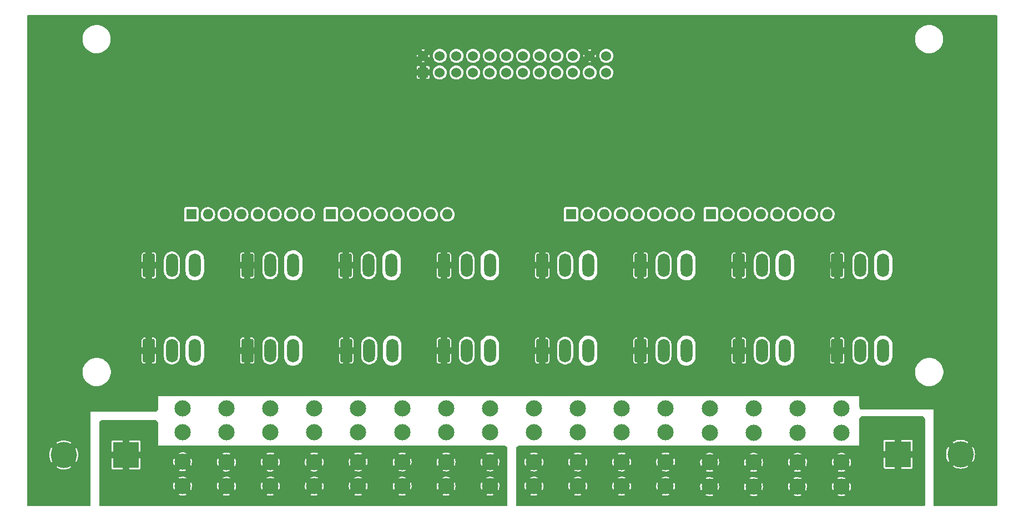
<source format=gbr>
G04 #@! TF.GenerationSoftware,KiCad,Pcbnew,(6.0.5)*
G04 #@! TF.CreationDate,2022-06-02T22:07:04-04:00*
G04 #@! TF.ProjectId,PB_16,50425f31-362e-46b6-9963-61645f706362,v1*
G04 #@! TF.SameCoordinates,Original*
G04 #@! TF.FileFunction,Copper,L2,Bot*
G04 #@! TF.FilePolarity,Positive*
%FSLAX46Y46*%
G04 Gerber Fmt 4.6, Leading zero omitted, Abs format (unit mm)*
G04 Created by KiCad (PCBNEW (6.0.5)) date 2022-06-02 22:07:04*
%MOMM*%
%LPD*%
G01*
G04 APERTURE LIST*
G04 Aperture macros list*
%AMRoundRect*
0 Rectangle with rounded corners*
0 $1 Rounding radius*
0 $2 $3 $4 $5 $6 $7 $8 $9 X,Y pos of 4 corners*
0 Add a 4 corners polygon primitive as box body*
4,1,4,$2,$3,$4,$5,$6,$7,$8,$9,$2,$3,0*
0 Add four circle primitives for the rounded corners*
1,1,$1+$1,$2,$3*
1,1,$1+$1,$4,$5*
1,1,$1+$1,$6,$7*
1,1,$1+$1,$8,$9*
0 Add four rect primitives between the rounded corners*
20,1,$1+$1,$2,$3,$4,$5,0*
20,1,$1+$1,$4,$5,$6,$7,0*
20,1,$1+$1,$6,$7,$8,$9,0*
20,1,$1+$1,$8,$9,$2,$3,0*%
G04 Aperture macros list end*
G04 #@! TA.AperFunction,ComponentPad*
%ADD10RoundRect,0.250000X-0.650000X-1.550000X0.650000X-1.550000X0.650000X1.550000X-0.650000X1.550000X0*%
G04 #@! TD*
G04 #@! TA.AperFunction,ComponentPad*
%ADD11O,1.800000X3.600000*%
G04 #@! TD*
G04 #@! TA.AperFunction,ComponentPad*
%ADD12C,2.475000*%
G04 #@! TD*
G04 #@! TA.AperFunction,ComponentPad*
%ADD13R,1.600000X1.600000*%
G04 #@! TD*
G04 #@! TA.AperFunction,ComponentPad*
%ADD14O,1.600000X1.600000*%
G04 #@! TD*
G04 #@! TA.AperFunction,ComponentPad*
%ADD15R,4.000000X4.000000*%
G04 #@! TD*
G04 #@! TA.AperFunction,ComponentPad*
%ADD16C,4.000000*%
G04 #@! TD*
G04 #@! TA.AperFunction,ComponentPad*
%ADD17R,1.530000X1.530000*%
G04 #@! TD*
G04 #@! TA.AperFunction,ComponentPad*
%ADD18C,1.530000*%
G04 #@! TD*
G04 #@! TA.AperFunction,ViaPad*
%ADD19C,0.800000*%
G04 #@! TD*
G04 APERTURE END LIST*
D10*
X89100000Y-129600000D03*
D11*
X92600000Y-129600000D03*
X96100000Y-129600000D03*
D10*
X119100000Y-116600000D03*
D11*
X122600000Y-116600000D03*
X126100000Y-116600000D03*
D10*
X119214342Y-129600000D03*
D11*
X122714342Y-129600000D03*
X126214342Y-129600000D03*
D10*
X134100000Y-116600000D03*
D11*
X137600000Y-116600000D03*
X141100000Y-116600000D03*
D10*
X134100000Y-129600000D03*
D11*
X137600000Y-129600000D03*
X141100000Y-129600000D03*
D10*
X149100000Y-116600000D03*
D11*
X152600000Y-116600000D03*
X156100000Y-116600000D03*
D10*
X149100000Y-129600000D03*
D11*
X152600000Y-129600000D03*
X156100000Y-129600000D03*
D10*
X164100000Y-116600000D03*
D11*
X167600000Y-116600000D03*
X171100000Y-116600000D03*
D10*
X164100000Y-129600000D03*
D11*
X167600000Y-129600000D03*
X171100000Y-129600000D03*
D10*
X179100000Y-116600000D03*
D11*
X182600000Y-116600000D03*
X186100000Y-116600000D03*
D10*
X179100000Y-129600000D03*
D11*
X182600000Y-129600000D03*
X186100000Y-129600000D03*
D10*
X194100000Y-116600000D03*
D11*
X197600000Y-116600000D03*
X201100000Y-116600000D03*
D10*
X194100000Y-129600000D03*
D11*
X197600000Y-129600000D03*
X201100000Y-129600000D03*
D12*
X94222600Y-150288600D03*
X94222600Y-146588600D03*
X94222600Y-142088600D03*
X94222600Y-138388600D03*
X134425198Y-150298600D03*
X134425198Y-146598600D03*
X134425198Y-142098600D03*
X134425198Y-138398600D03*
X181328229Y-150363600D03*
X181328229Y-146663600D03*
X181328229Y-142163600D03*
X181328229Y-138463600D03*
X100923033Y-150303600D03*
X100923033Y-146603600D03*
X100923033Y-142103600D03*
X100923033Y-138403600D03*
X127724765Y-150298600D03*
X127724765Y-146598600D03*
X127724765Y-142098600D03*
X127724765Y-138398600D03*
X141125631Y-150298600D03*
X141125631Y-146598600D03*
X141125631Y-142098600D03*
X141125631Y-138398600D03*
X147826064Y-150298600D03*
X147826064Y-146598600D03*
X147826064Y-142098600D03*
X147826064Y-138398600D03*
X154526497Y-150298600D03*
X154526497Y-146598600D03*
X154526497Y-142098600D03*
X154526497Y-138398600D03*
X194729100Y-150363600D03*
X194729100Y-146663600D03*
X194729100Y-142163600D03*
X194729100Y-138463600D03*
X121024332Y-150298600D03*
X121024332Y-146598600D03*
X121024332Y-142098600D03*
X121024332Y-138398600D03*
X107623466Y-150303600D03*
X107623466Y-146603600D03*
X107623466Y-142103600D03*
X107623466Y-138403600D03*
X174627796Y-150363600D03*
X174627796Y-146663600D03*
X174627796Y-142163600D03*
X174627796Y-138463600D03*
D13*
X95561500Y-108813600D03*
D14*
X98101500Y-108813600D03*
X100641500Y-108813600D03*
X103181500Y-108813600D03*
X105721500Y-108813600D03*
X108261500Y-108813600D03*
X110801500Y-108813600D03*
X113341500Y-108813600D03*
D12*
X161226930Y-150298600D03*
X161226930Y-146598600D03*
X161226930Y-142098600D03*
X161226930Y-138398600D03*
D13*
X153486200Y-108813600D03*
D14*
X156026200Y-108813600D03*
X158566200Y-108813600D03*
X161106200Y-108813600D03*
X163646200Y-108813600D03*
X166186200Y-108813600D03*
X168726200Y-108813600D03*
X171266200Y-108813600D03*
D13*
X174812600Y-108813600D03*
D14*
X177352600Y-108813600D03*
X179892600Y-108813600D03*
X182432600Y-108813600D03*
X184972600Y-108813600D03*
X187512600Y-108813600D03*
X190052600Y-108813600D03*
X192592600Y-108813600D03*
D13*
X116852700Y-108813600D03*
D14*
X119392700Y-108813600D03*
X121932700Y-108813600D03*
X124472700Y-108813600D03*
X127012700Y-108813600D03*
X129552700Y-108813600D03*
X132092700Y-108813600D03*
X134632700Y-108813600D03*
D12*
X114323899Y-150303600D03*
X114323899Y-146603600D03*
X114323899Y-142103600D03*
X114323899Y-138403600D03*
D10*
X89100000Y-116600000D03*
D11*
X92600000Y-116600000D03*
X96100000Y-116600000D03*
D10*
X104100000Y-116600000D03*
D11*
X107600000Y-116600000D03*
X111100000Y-116600000D03*
D10*
X104100000Y-129600000D03*
D11*
X107600000Y-129600000D03*
X111100000Y-129600000D03*
D12*
X188028662Y-150363600D03*
X188028662Y-146663600D03*
X188028662Y-142163600D03*
X188028662Y-138463600D03*
X167927363Y-150298600D03*
X167927363Y-146598600D03*
X167927363Y-142098600D03*
X167927363Y-138398600D03*
D15*
X85601000Y-145517800D03*
D16*
X76101000Y-145517800D03*
D15*
X203401000Y-145417800D03*
D16*
X212901000Y-145417800D03*
D17*
X130931000Y-87160300D03*
D18*
X130931000Y-84620300D03*
X133471000Y-87160300D03*
X133471000Y-84620300D03*
X136011000Y-87160300D03*
X136011000Y-84620300D03*
X138551000Y-87160300D03*
X138551000Y-84620300D03*
X141091000Y-87160300D03*
X141091000Y-84620300D03*
X143631000Y-87160300D03*
X143631000Y-84620300D03*
X146171000Y-87160300D03*
X146171000Y-84620300D03*
X148711000Y-87160300D03*
X148711000Y-84620300D03*
X151251000Y-87160300D03*
X151251000Y-84620300D03*
X153791000Y-87160300D03*
X153791000Y-84620300D03*
X156331000Y-87160300D03*
X156331000Y-84620300D03*
X158871000Y-87160300D03*
X158871000Y-84620300D03*
D19*
X98651000Y-119967800D03*
X158001000Y-121017800D03*
X177101000Y-97817800D03*
X203701000Y-111817800D03*
X216301000Y-108217800D03*
X161301000Y-83717800D03*
X123351000Y-110667800D03*
X123301000Y-88217800D03*
X73051000Y-101717800D03*
X146101000Y-79617800D03*
X116301000Y-88217800D03*
X108301000Y-93217800D03*
X84551000Y-110217800D03*
X187451000Y-96867800D03*
X133551000Y-106817800D03*
X167251000Y-110917800D03*
X136801000Y-102717800D03*
X182701000Y-79617800D03*
X189701000Y-100067800D03*
X142151000Y-126167800D03*
X124701000Y-102617800D03*
X199301000Y-102817800D03*
X178301000Y-92217800D03*
X216301000Y-86217800D03*
X154201000Y-111167800D03*
X197351000Y-109867800D03*
X156901000Y-98017800D03*
X173301000Y-114717800D03*
X108301000Y-102017800D03*
X189701000Y-96867800D03*
X161801000Y-87717800D03*
X90801000Y-80217800D03*
X81113000Y-138429800D03*
X175801000Y-89717800D03*
X170801000Y-83717800D03*
X150501000Y-102417800D03*
X116301000Y-111017800D03*
X216501000Y-119417800D03*
X203251000Y-137767800D03*
X135101000Y-79217800D03*
X108301000Y-97817800D03*
X161501000Y-111017800D03*
X73301000Y-109217800D03*
X216801000Y-99717800D03*
X133801000Y-94717800D03*
X197301000Y-104817800D03*
X133101000Y-110667800D03*
X145801000Y-88717800D03*
X109801000Y-90717800D03*
X188501000Y-96867800D03*
X156301000Y-101717800D03*
X128301000Y-88217800D03*
X109101000Y-110917800D03*
X176101000Y-102017800D03*
X201301000Y-89217800D03*
X143301000Y-102717800D03*
X181101000Y-94217800D03*
X167801000Y-101717800D03*
X149301000Y-106717800D03*
X130301000Y-102717800D03*
X188551000Y-100067800D03*
X186201000Y-110617800D03*
X201051000Y-79967800D03*
X73051000Y-87717800D03*
X94601000Y-111167800D03*
X72501000Y-119617800D03*
X165301000Y-101717800D03*
X127251000Y-113767800D03*
X180701000Y-100817800D03*
X191301000Y-91217800D03*
X165801000Y-94717800D03*
X127801000Y-94717800D03*
X187301000Y-102217800D03*
X182901000Y-100817800D03*
X118101000Y-102217800D03*
X209201000Y-111767800D03*
X104901000Y-104417800D03*
X207605000Y-137413800D03*
X139701000Y-111017800D03*
X98451000Y-114417800D03*
X157951000Y-112417800D03*
X187551000Y-120517800D03*
X140301000Y-94717800D03*
X187451000Y-100067800D03*
X181901000Y-110917800D03*
X106501000Y-95217800D03*
X143151000Y-113817800D03*
X167501000Y-97617800D03*
X128651000Y-119967800D03*
X190801000Y-99117800D03*
X168351000Y-125267800D03*
X167301000Y-87717800D03*
X74901000Y-121617800D03*
X142751000Y-121517800D03*
X117801000Y-79217800D03*
X165801000Y-83717800D03*
X158801000Y-94717800D03*
X172301000Y-87717800D03*
X128801000Y-111217800D03*
X157801000Y-103817800D03*
X182301000Y-86717800D03*
X190201000Y-106367800D03*
X122801000Y-94717800D03*
X172301000Y-97717800D03*
X101501000Y-79517800D03*
X83145000Y-138429800D03*
X182801000Y-96717800D03*
X208301000Y-100217800D03*
X73301000Y-94217800D03*
X163401000Y-79517800D03*
X199751000Y-137867800D03*
X90301000Y-88217800D03*
X200301000Y-125217800D03*
X190801000Y-98017800D03*
X187301000Y-94817800D03*
X103301000Y-110917800D03*
X177501000Y-102017800D03*
X85177000Y-138429800D03*
X77551000Y-133217800D03*
X142301000Y-106717800D03*
X197301000Y-100617800D03*
X177301000Y-82217800D03*
X112301000Y-88217800D03*
X91651000Y-109267800D03*
X122501000Y-100617800D03*
X131801000Y-82217800D03*
X117901000Y-97617800D03*
X214101000Y-121817800D03*
X152301000Y-94717800D03*
G04 #@! TA.AperFunction,Conductor*
G36*
X218442621Y-78438302D02*
G01*
X218489114Y-78491958D01*
X218500500Y-78544300D01*
X218500500Y-153191300D01*
X218480498Y-153259421D01*
X218426842Y-153305914D01*
X218374500Y-153317300D01*
X208938817Y-153317300D01*
X208870696Y-153297298D01*
X208824203Y-153243642D01*
X208813895Y-153207746D01*
X208802078Y-153117987D01*
X208801000Y-153101541D01*
X208801000Y-147285673D01*
X211745384Y-147285673D01*
X211755266Y-147298162D01*
X211795207Y-147324850D01*
X211802344Y-147328971D01*
X212053592Y-147452872D01*
X212061196Y-147456022D01*
X212326469Y-147546070D01*
X212334421Y-147548201D01*
X212609183Y-147602854D01*
X212617341Y-147603928D01*
X212896881Y-147622250D01*
X212905119Y-147622250D01*
X213184659Y-147603928D01*
X213192817Y-147602854D01*
X213467579Y-147548201D01*
X213475531Y-147546070D01*
X213740804Y-147456022D01*
X213748408Y-147452872D01*
X213999656Y-147328971D01*
X214006793Y-147324850D01*
X214048169Y-147297204D01*
X214056457Y-147287286D01*
X214049200Y-147273107D01*
X212913812Y-146137719D01*
X212899868Y-146130105D01*
X212898035Y-146130236D01*
X212891420Y-146134487D01*
X211751580Y-147274327D01*
X211745384Y-147285673D01*
X208801000Y-147285673D01*
X208801000Y-145421919D01*
X210696550Y-145421919D01*
X210714872Y-145701459D01*
X210715946Y-145709617D01*
X210770599Y-145984379D01*
X210772730Y-145992331D01*
X210862778Y-146257604D01*
X210865928Y-146265208D01*
X210989829Y-146516456D01*
X210993950Y-146523593D01*
X211021596Y-146564969D01*
X211031514Y-146573257D01*
X211045693Y-146566000D01*
X212181081Y-145430612D01*
X212187459Y-145418932D01*
X213613305Y-145418932D01*
X213613436Y-145420765D01*
X213617687Y-145427380D01*
X214757527Y-146567220D01*
X214768873Y-146573416D01*
X214781362Y-146563534D01*
X214808050Y-146523593D01*
X214812171Y-146516456D01*
X214936072Y-146265208D01*
X214939222Y-146257604D01*
X215029270Y-145992331D01*
X215031401Y-145984379D01*
X215086054Y-145709617D01*
X215087128Y-145701459D01*
X215105450Y-145421919D01*
X215105450Y-145413681D01*
X215087128Y-145134141D01*
X215086054Y-145125983D01*
X215031401Y-144851221D01*
X215029270Y-144843269D01*
X214939222Y-144577996D01*
X214936072Y-144570392D01*
X214812171Y-144319144D01*
X214808050Y-144312007D01*
X214780404Y-144270631D01*
X214770486Y-144262343D01*
X214756307Y-144269600D01*
X213620919Y-145404988D01*
X213613305Y-145418932D01*
X212187459Y-145418932D01*
X212188695Y-145416668D01*
X212188564Y-145414835D01*
X212184313Y-145408220D01*
X211044473Y-144268380D01*
X211033127Y-144262184D01*
X211020638Y-144272066D01*
X210993950Y-144312007D01*
X210989829Y-144319144D01*
X210865928Y-144570392D01*
X210862778Y-144577996D01*
X210772730Y-144843269D01*
X210770599Y-144851221D01*
X210715946Y-145125983D01*
X210714872Y-145134141D01*
X210696550Y-145413681D01*
X210696550Y-145421919D01*
X208801000Y-145421919D01*
X208801000Y-143548314D01*
X211745543Y-143548314D01*
X211752800Y-143562493D01*
X212888188Y-144697881D01*
X212902132Y-144705495D01*
X212903965Y-144705364D01*
X212910580Y-144701113D01*
X214050420Y-143561273D01*
X214056616Y-143549927D01*
X214046734Y-143537438D01*
X214006793Y-143510750D01*
X213999656Y-143506629D01*
X213748408Y-143382728D01*
X213740804Y-143379578D01*
X213475531Y-143289530D01*
X213467579Y-143287399D01*
X213192817Y-143232746D01*
X213184659Y-143231672D01*
X212905119Y-143213350D01*
X212896881Y-143213350D01*
X212617341Y-143231672D01*
X212609183Y-143232746D01*
X212334421Y-143287399D01*
X212326469Y-143289530D01*
X212061196Y-143379578D01*
X212053592Y-143382728D01*
X211802344Y-143506629D01*
X211795207Y-143510750D01*
X211753831Y-143538396D01*
X211745543Y-143548314D01*
X208801000Y-143548314D01*
X208801000Y-138617800D01*
X208292462Y-138618339D01*
X208292461Y-138618339D01*
X208288333Y-138618343D01*
X208288327Y-138618343D01*
X197998203Y-138629252D01*
X197981744Y-138628190D01*
X197902227Y-138617800D01*
X197874812Y-138614218D01*
X197843012Y-138605727D01*
X197751050Y-138567720D01*
X197722535Y-138551284D01*
X197643556Y-138490759D01*
X197620270Y-138467497D01*
X197559660Y-138388581D01*
X197543192Y-138360082D01*
X197505090Y-138268164D01*
X197496565Y-138236372D01*
X197482479Y-138129451D01*
X197481400Y-138112994D01*
X197481400Y-136547000D01*
X90501000Y-136547000D01*
X90500401Y-137054400D01*
X90498841Y-138375417D01*
X90498809Y-138402149D01*
X90497713Y-138418582D01*
X90483541Y-138525332D01*
X90475003Y-138557071D01*
X90436897Y-138648838D01*
X90420444Y-138677284D01*
X90359895Y-138756082D01*
X90336642Y-138779307D01*
X90257781Y-138839757D01*
X90229311Y-138856179D01*
X90137500Y-138894177D01*
X90105751Y-138902678D01*
X90008943Y-138915413D01*
X89998979Y-138916724D01*
X89982545Y-138917800D01*
X80201000Y-138917800D01*
X80201000Y-153101541D01*
X80199922Y-153117987D01*
X80188105Y-153207746D01*
X80159383Y-153272673D01*
X80100117Y-153311765D01*
X80063183Y-153317300D01*
X70627500Y-153317300D01*
X70559379Y-153297298D01*
X70512886Y-153243642D01*
X70501500Y-153191300D01*
X70501500Y-147385673D01*
X74945384Y-147385673D01*
X74955266Y-147398162D01*
X74995207Y-147424850D01*
X75002344Y-147428971D01*
X75253592Y-147552872D01*
X75261196Y-147556022D01*
X75526469Y-147646070D01*
X75534421Y-147648201D01*
X75809183Y-147702854D01*
X75817341Y-147703928D01*
X76096881Y-147722250D01*
X76105119Y-147722250D01*
X76384659Y-147703928D01*
X76392817Y-147702854D01*
X76667579Y-147648201D01*
X76675531Y-147646070D01*
X76940804Y-147556022D01*
X76948408Y-147552872D01*
X77199656Y-147428971D01*
X77206793Y-147424850D01*
X77248169Y-147397204D01*
X77256457Y-147387286D01*
X77249200Y-147373107D01*
X76113812Y-146237719D01*
X76099868Y-146230105D01*
X76098035Y-146230236D01*
X76091420Y-146234487D01*
X74951580Y-147374327D01*
X74945384Y-147385673D01*
X70501500Y-147385673D01*
X70501500Y-145521919D01*
X73896550Y-145521919D01*
X73914872Y-145801459D01*
X73915946Y-145809617D01*
X73970599Y-146084379D01*
X73972730Y-146092331D01*
X74062778Y-146357604D01*
X74065928Y-146365208D01*
X74189829Y-146616456D01*
X74193950Y-146623593D01*
X74221596Y-146664969D01*
X74231514Y-146673257D01*
X74245693Y-146666000D01*
X75381081Y-145530612D01*
X75387459Y-145518932D01*
X76813305Y-145518932D01*
X76813436Y-145520765D01*
X76817687Y-145527380D01*
X77957527Y-146667220D01*
X77968873Y-146673416D01*
X77981362Y-146663534D01*
X78008050Y-146623593D01*
X78012171Y-146616456D01*
X78136072Y-146365208D01*
X78139222Y-146357604D01*
X78229270Y-146092331D01*
X78231401Y-146084379D01*
X78286054Y-145809617D01*
X78287128Y-145801459D01*
X78305450Y-145521919D01*
X78305450Y-145513681D01*
X78287128Y-145234141D01*
X78286054Y-145225983D01*
X78231401Y-144951221D01*
X78229270Y-144943269D01*
X78139222Y-144677996D01*
X78136072Y-144670392D01*
X78012171Y-144419144D01*
X78008050Y-144412007D01*
X77980404Y-144370631D01*
X77970486Y-144362343D01*
X77956307Y-144369600D01*
X76820919Y-145504988D01*
X76813305Y-145518932D01*
X75387459Y-145518932D01*
X75388695Y-145516668D01*
X75388564Y-145514835D01*
X75384313Y-145508220D01*
X74244473Y-144368380D01*
X74233127Y-144362184D01*
X74220638Y-144372066D01*
X74193950Y-144412007D01*
X74189829Y-144419144D01*
X74065928Y-144670392D01*
X74062778Y-144677996D01*
X73972730Y-144943269D01*
X73970599Y-144951221D01*
X73915946Y-145225983D01*
X73914872Y-145234141D01*
X73896550Y-145513681D01*
X73896550Y-145521919D01*
X70501500Y-145521919D01*
X70501500Y-143648314D01*
X74945543Y-143648314D01*
X74952800Y-143662493D01*
X76088188Y-144797881D01*
X76102132Y-144805495D01*
X76103965Y-144805364D01*
X76110580Y-144801113D01*
X77250420Y-143661273D01*
X77256616Y-143649927D01*
X77246734Y-143637438D01*
X77206793Y-143610750D01*
X77199656Y-143606629D01*
X76948408Y-143482728D01*
X76940804Y-143479578D01*
X76675531Y-143389530D01*
X76667579Y-143387399D01*
X76392817Y-143332746D01*
X76384659Y-143331672D01*
X76105119Y-143313350D01*
X76096881Y-143313350D01*
X75817341Y-143331672D01*
X75809183Y-143332746D01*
X75534421Y-143387399D01*
X75526469Y-143389530D01*
X75261196Y-143479578D01*
X75253592Y-143482728D01*
X75002344Y-143606629D01*
X74995207Y-143610750D01*
X74953831Y-143638396D01*
X74945543Y-143648314D01*
X70501500Y-143648314D01*
X70501500Y-133001947D01*
X78976328Y-133001947D01*
X79014601Y-133292655D01*
X79091973Y-133575480D01*
X79207013Y-133845188D01*
X79357592Y-134096787D01*
X79540924Y-134325623D01*
X79753617Y-134527461D01*
X79991734Y-134698565D01*
X80250869Y-134835770D01*
X80526228Y-134936537D01*
X80812714Y-134999001D01*
X80853132Y-135002182D01*
X81040224Y-135016907D01*
X81040231Y-135016907D01*
X81042680Y-135017100D01*
X81201310Y-135017100D01*
X81203446Y-135016954D01*
X81203457Y-135016954D01*
X81415861Y-135002474D01*
X81415867Y-135002473D01*
X81420138Y-135002182D01*
X81424333Y-135001313D01*
X81424335Y-135001313D01*
X81563700Y-134972452D01*
X81707263Y-134942721D01*
X81983662Y-134844843D01*
X82244220Y-134710359D01*
X82484116Y-134541758D01*
X82496811Y-134529961D01*
X82695767Y-134345079D01*
X82695769Y-134345076D01*
X82698910Y-134342158D01*
X82884628Y-134115255D01*
X83037834Y-133865246D01*
X83155692Y-133596758D01*
X83236022Y-133314759D01*
X83277336Y-133024467D01*
X83277454Y-133001947D01*
X205976328Y-133001947D01*
X206014601Y-133292655D01*
X206091973Y-133575480D01*
X206207013Y-133845188D01*
X206357592Y-134096787D01*
X206540924Y-134325623D01*
X206753617Y-134527461D01*
X206991734Y-134698565D01*
X207250869Y-134835770D01*
X207526228Y-134936537D01*
X207812714Y-134999001D01*
X207853132Y-135002182D01*
X208040224Y-135016907D01*
X208040231Y-135016907D01*
X208042680Y-135017100D01*
X208201310Y-135017100D01*
X208203446Y-135016954D01*
X208203457Y-135016954D01*
X208415861Y-135002474D01*
X208415867Y-135002473D01*
X208420138Y-135002182D01*
X208424333Y-135001313D01*
X208424335Y-135001313D01*
X208563700Y-134972452D01*
X208707263Y-134942721D01*
X208983662Y-134844843D01*
X209244220Y-134710359D01*
X209484116Y-134541758D01*
X209496811Y-134529961D01*
X209695767Y-134345079D01*
X209695769Y-134345076D01*
X209698910Y-134342158D01*
X209884628Y-134115255D01*
X210037834Y-133865246D01*
X210155692Y-133596758D01*
X210236022Y-133314759D01*
X210277336Y-133024467D01*
X210277477Y-132997661D01*
X210278850Y-132735539D01*
X210278850Y-132735532D01*
X210278872Y-132731253D01*
X210240599Y-132440545D01*
X210163227Y-132157720D01*
X210048187Y-131888012D01*
X210023867Y-131847376D01*
X209899812Y-131640095D01*
X209899809Y-131640091D01*
X209897608Y-131636413D01*
X209714276Y-131407577D01*
X209540338Y-131242516D01*
X209504692Y-131208689D01*
X209504689Y-131208687D01*
X209501583Y-131205739D01*
X209263466Y-131034635D01*
X209004331Y-130897430D01*
X208728972Y-130796663D01*
X208442486Y-130734199D01*
X208398358Y-130730726D01*
X208214976Y-130716293D01*
X208214969Y-130716293D01*
X208212520Y-130716100D01*
X208053890Y-130716100D01*
X208051754Y-130716246D01*
X208051743Y-130716246D01*
X207839339Y-130730726D01*
X207839333Y-130730727D01*
X207835062Y-130731018D01*
X207830867Y-130731887D01*
X207830865Y-130731887D01*
X207691500Y-130760748D01*
X207547937Y-130790479D01*
X207271538Y-130888357D01*
X207010980Y-131022841D01*
X206771084Y-131191442D01*
X206767939Y-131194365D01*
X206767936Y-131194367D01*
X206567385Y-131380732D01*
X206556290Y-131391042D01*
X206370572Y-131617945D01*
X206217366Y-131867954D01*
X206099508Y-132136442D01*
X206019178Y-132418441D01*
X205977864Y-132708733D01*
X205977842Y-132713022D01*
X205977841Y-132713029D01*
X205976350Y-132997661D01*
X205976328Y-133001947D01*
X83277454Y-133001947D01*
X83277477Y-132997661D01*
X83278850Y-132735539D01*
X83278850Y-132735532D01*
X83278872Y-132731253D01*
X83240599Y-132440545D01*
X83163227Y-132157720D01*
X83048187Y-131888012D01*
X83023867Y-131847376D01*
X82899812Y-131640095D01*
X82899809Y-131640091D01*
X82897608Y-131636413D01*
X82714276Y-131407577D01*
X82540338Y-131242516D01*
X82504692Y-131208689D01*
X82504689Y-131208687D01*
X82501583Y-131205739D01*
X82494715Y-131200804D01*
X88000001Y-131200804D01*
X88000280Y-131206725D01*
X88002256Y-131227631D01*
X88005521Y-131242516D01*
X88044694Y-131354064D01*
X88053406Y-131370520D01*
X88122616Y-131464221D01*
X88135779Y-131477384D01*
X88229480Y-131546594D01*
X88245936Y-131555306D01*
X88357479Y-131594477D01*
X88372373Y-131597745D01*
X88393281Y-131599721D01*
X88399192Y-131600000D01*
X88581885Y-131600000D01*
X88597124Y-131595525D01*
X88598329Y-131594135D01*
X88600000Y-131586452D01*
X88600000Y-131581884D01*
X89600000Y-131581884D01*
X89604475Y-131597123D01*
X89605865Y-131598328D01*
X89613548Y-131599999D01*
X89800804Y-131599999D01*
X89806725Y-131599720D01*
X89827631Y-131597744D01*
X89842516Y-131594479D01*
X89954064Y-131555306D01*
X89970520Y-131546594D01*
X90064221Y-131477384D01*
X90077384Y-131464221D01*
X90146594Y-131370520D01*
X90155306Y-131354064D01*
X90194477Y-131242521D01*
X90197745Y-131227627D01*
X90199721Y-131206719D01*
X90200000Y-131200808D01*
X90200000Y-130555970D01*
X91399500Y-130555970D01*
X91414546Y-130719711D01*
X91416115Y-130725273D01*
X91416115Y-130725275D01*
X91421658Y-130744930D01*
X91474435Y-130932064D01*
X91572020Y-131129947D01*
X91575474Y-131134573D01*
X91575475Y-131134574D01*
X91617941Y-131191442D01*
X91704033Y-131306733D01*
X91866051Y-131456501D01*
X92052650Y-131574236D01*
X92257579Y-131655994D01*
X92263239Y-131657120D01*
X92263243Y-131657121D01*
X92468309Y-131697911D01*
X92468312Y-131697911D01*
X92473976Y-131699038D01*
X92479751Y-131699114D01*
X92479755Y-131699114D01*
X92590496Y-131700563D01*
X92694594Y-131701926D01*
X92700292Y-131700947D01*
X92906346Y-131665541D01*
X92906347Y-131665541D01*
X92912043Y-131664562D01*
X93119043Y-131588196D01*
X93124005Y-131585244D01*
X93303694Y-131478340D01*
X93303695Y-131478339D01*
X93308659Y-131475386D01*
X93474543Y-131329910D01*
X93611137Y-131156640D01*
X93713869Y-130961380D01*
X93779297Y-130750667D01*
X93783642Y-130713954D01*
X93800064Y-130575211D01*
X93800064Y-130575205D01*
X93800500Y-130571524D01*
X93800500Y-130559680D01*
X94699500Y-130559680D01*
X94703548Y-130607381D01*
X94714014Y-130730726D01*
X94714531Y-130736823D01*
X94715869Y-130741978D01*
X94715870Y-130741984D01*
X94728457Y-130790479D01*
X94774240Y-130966874D01*
X94776434Y-130971744D01*
X94861767Y-131161176D01*
X94871857Y-131183576D01*
X95004591Y-131380732D01*
X95008270Y-131384589D01*
X95008272Y-131384591D01*
X95030200Y-131407577D01*
X95168645Y-131552705D01*
X95359330Y-131694579D01*
X95571193Y-131802295D01*
X95576284Y-131803876D01*
X95576287Y-131803877D01*
X95770872Y-131864297D01*
X95798176Y-131872775D01*
X95803465Y-131873476D01*
X96028506Y-131903304D01*
X96028509Y-131903304D01*
X96033789Y-131904004D01*
X96039118Y-131903804D01*
X96039119Y-131903804D01*
X96136159Y-131900161D01*
X96271295Y-131895087D01*
X96503904Y-131846281D01*
X96508863Y-131844323D01*
X96508865Y-131844322D01*
X96719998Y-131760941D01*
X96720000Y-131760940D01*
X96724963Y-131758980D01*
X96825602Y-131697911D01*
X96923593Y-131638448D01*
X96923592Y-131638448D01*
X96928153Y-131635681D01*
X96969273Y-131599999D01*
X97103631Y-131483410D01*
X97103633Y-131483408D01*
X97107664Y-131479910D01*
X97111047Y-131475784D01*
X97111051Y-131475780D01*
X97254977Y-131300248D01*
X97258362Y-131296120D01*
X97288873Y-131242521D01*
X97312620Y-131200804D01*
X103000001Y-131200804D01*
X103000280Y-131206725D01*
X103002256Y-131227631D01*
X103005521Y-131242516D01*
X103044694Y-131354064D01*
X103053406Y-131370520D01*
X103122616Y-131464221D01*
X103135779Y-131477384D01*
X103229480Y-131546594D01*
X103245936Y-131555306D01*
X103357479Y-131594477D01*
X103372373Y-131597745D01*
X103393281Y-131599721D01*
X103399192Y-131600000D01*
X103581885Y-131600000D01*
X103597124Y-131595525D01*
X103598329Y-131594135D01*
X103600000Y-131586452D01*
X103600000Y-131581884D01*
X104600000Y-131581884D01*
X104604475Y-131597123D01*
X104605865Y-131598328D01*
X104613548Y-131599999D01*
X104800804Y-131599999D01*
X104806725Y-131599720D01*
X104827631Y-131597744D01*
X104842516Y-131594479D01*
X104954064Y-131555306D01*
X104970520Y-131546594D01*
X105064221Y-131477384D01*
X105077384Y-131464221D01*
X105146594Y-131370520D01*
X105155306Y-131354064D01*
X105194477Y-131242521D01*
X105197745Y-131227627D01*
X105199721Y-131206719D01*
X105200000Y-131200808D01*
X105200000Y-130555970D01*
X106399500Y-130555970D01*
X106414546Y-130719711D01*
X106416115Y-130725273D01*
X106416115Y-130725275D01*
X106421658Y-130744930D01*
X106474435Y-130932064D01*
X106572020Y-131129947D01*
X106575474Y-131134573D01*
X106575475Y-131134574D01*
X106617941Y-131191442D01*
X106704033Y-131306733D01*
X106866051Y-131456501D01*
X107052650Y-131574236D01*
X107257579Y-131655994D01*
X107263239Y-131657120D01*
X107263243Y-131657121D01*
X107468309Y-131697911D01*
X107468312Y-131697911D01*
X107473976Y-131699038D01*
X107479751Y-131699114D01*
X107479755Y-131699114D01*
X107590496Y-131700563D01*
X107694594Y-131701926D01*
X107700292Y-131700947D01*
X107906346Y-131665541D01*
X107906347Y-131665541D01*
X107912043Y-131664562D01*
X108119043Y-131588196D01*
X108124005Y-131585244D01*
X108303694Y-131478340D01*
X108303695Y-131478339D01*
X108308659Y-131475386D01*
X108474543Y-131329910D01*
X108611137Y-131156640D01*
X108713869Y-130961380D01*
X108779297Y-130750667D01*
X108783642Y-130713954D01*
X108800064Y-130575211D01*
X108800064Y-130575205D01*
X108800500Y-130571524D01*
X108800500Y-130559680D01*
X109699500Y-130559680D01*
X109703548Y-130607381D01*
X109714014Y-130730726D01*
X109714531Y-130736823D01*
X109715869Y-130741978D01*
X109715870Y-130741984D01*
X109728457Y-130790479D01*
X109774240Y-130966874D01*
X109776434Y-130971744D01*
X109861767Y-131161176D01*
X109871857Y-131183576D01*
X110004591Y-131380732D01*
X110008270Y-131384589D01*
X110008272Y-131384591D01*
X110030200Y-131407577D01*
X110168645Y-131552705D01*
X110359330Y-131694579D01*
X110571193Y-131802295D01*
X110576284Y-131803876D01*
X110576287Y-131803877D01*
X110770872Y-131864297D01*
X110798176Y-131872775D01*
X110803465Y-131873476D01*
X111028506Y-131903304D01*
X111028509Y-131903304D01*
X111033789Y-131904004D01*
X111039118Y-131903804D01*
X111039119Y-131903804D01*
X111136159Y-131900161D01*
X111271295Y-131895087D01*
X111503904Y-131846281D01*
X111508863Y-131844323D01*
X111508865Y-131844322D01*
X111719998Y-131760941D01*
X111720000Y-131760940D01*
X111724963Y-131758980D01*
X111825602Y-131697911D01*
X111923593Y-131638448D01*
X111923592Y-131638448D01*
X111928153Y-131635681D01*
X111969273Y-131599999D01*
X112103631Y-131483410D01*
X112103633Y-131483408D01*
X112107664Y-131479910D01*
X112111047Y-131475784D01*
X112111051Y-131475780D01*
X112254977Y-131300248D01*
X112258362Y-131296120D01*
X112288873Y-131242521D01*
X112312620Y-131200804D01*
X118114343Y-131200804D01*
X118114622Y-131206725D01*
X118116598Y-131227631D01*
X118119863Y-131242516D01*
X118159036Y-131354064D01*
X118167748Y-131370520D01*
X118236958Y-131464221D01*
X118250121Y-131477384D01*
X118343822Y-131546594D01*
X118360278Y-131555306D01*
X118471821Y-131594477D01*
X118486715Y-131597745D01*
X118507623Y-131599721D01*
X118513534Y-131600000D01*
X118696227Y-131600000D01*
X118711466Y-131595525D01*
X118712671Y-131594135D01*
X118714342Y-131586452D01*
X118714342Y-131581884D01*
X119714342Y-131581884D01*
X119718817Y-131597123D01*
X119720207Y-131598328D01*
X119727890Y-131599999D01*
X119915146Y-131599999D01*
X119921067Y-131599720D01*
X119941973Y-131597744D01*
X119956858Y-131594479D01*
X120068406Y-131555306D01*
X120084862Y-131546594D01*
X120178563Y-131477384D01*
X120191726Y-131464221D01*
X120260936Y-131370520D01*
X120269648Y-131354064D01*
X120308819Y-131242521D01*
X120312087Y-131227627D01*
X120314063Y-131206719D01*
X120314342Y-131200808D01*
X120314342Y-130555970D01*
X121513842Y-130555970D01*
X121528888Y-130719711D01*
X121530457Y-130725273D01*
X121530457Y-130725275D01*
X121536000Y-130744930D01*
X121588777Y-130932064D01*
X121686362Y-131129947D01*
X121689816Y-131134573D01*
X121689817Y-131134574D01*
X121732283Y-131191442D01*
X121818375Y-131306733D01*
X121980393Y-131456501D01*
X122166992Y-131574236D01*
X122371921Y-131655994D01*
X122377581Y-131657120D01*
X122377585Y-131657121D01*
X122582651Y-131697911D01*
X122582654Y-131697911D01*
X122588318Y-131699038D01*
X122594093Y-131699114D01*
X122594097Y-131699114D01*
X122704838Y-131700563D01*
X122808936Y-131701926D01*
X122814634Y-131700947D01*
X123020688Y-131665541D01*
X123020689Y-131665541D01*
X123026385Y-131664562D01*
X123233385Y-131588196D01*
X123238347Y-131585244D01*
X123418036Y-131478340D01*
X123418037Y-131478339D01*
X123423001Y-131475386D01*
X123588885Y-131329910D01*
X123725479Y-131156640D01*
X123828211Y-130961380D01*
X123893639Y-130750667D01*
X123897984Y-130713954D01*
X123914406Y-130575211D01*
X123914406Y-130575205D01*
X123914842Y-130571524D01*
X123914842Y-130559680D01*
X124813842Y-130559680D01*
X124817890Y-130607381D01*
X124828356Y-130730726D01*
X124828873Y-130736823D01*
X124830211Y-130741978D01*
X124830212Y-130741984D01*
X124842799Y-130790479D01*
X124888582Y-130966874D01*
X124890776Y-130971744D01*
X124976109Y-131161176D01*
X124986199Y-131183576D01*
X125118933Y-131380732D01*
X125122612Y-131384589D01*
X125122614Y-131384591D01*
X125144542Y-131407577D01*
X125282987Y-131552705D01*
X125473672Y-131694579D01*
X125685535Y-131802295D01*
X125690626Y-131803876D01*
X125690629Y-131803877D01*
X125885214Y-131864297D01*
X125912518Y-131872775D01*
X125917807Y-131873476D01*
X126142848Y-131903304D01*
X126142851Y-131903304D01*
X126148131Y-131904004D01*
X126153460Y-131903804D01*
X126153461Y-131903804D01*
X126250501Y-131900161D01*
X126385637Y-131895087D01*
X126618246Y-131846281D01*
X126623205Y-131844323D01*
X126623207Y-131844322D01*
X126834340Y-131760941D01*
X126834342Y-131760940D01*
X126839305Y-131758980D01*
X126939944Y-131697911D01*
X127037935Y-131638448D01*
X127037934Y-131638448D01*
X127042495Y-131635681D01*
X127083615Y-131599999D01*
X127217973Y-131483410D01*
X127217975Y-131483408D01*
X127222006Y-131479910D01*
X127225389Y-131475784D01*
X127225393Y-131475780D01*
X127369319Y-131300248D01*
X127372704Y-131296120D01*
X127403215Y-131242521D01*
X127426962Y-131200804D01*
X133000001Y-131200804D01*
X133000280Y-131206725D01*
X133002256Y-131227631D01*
X133005521Y-131242516D01*
X133044694Y-131354064D01*
X133053406Y-131370520D01*
X133122616Y-131464221D01*
X133135779Y-131477384D01*
X133229480Y-131546594D01*
X133245936Y-131555306D01*
X133357479Y-131594477D01*
X133372373Y-131597745D01*
X133393281Y-131599721D01*
X133399192Y-131600000D01*
X133581885Y-131600000D01*
X133597124Y-131595525D01*
X133598329Y-131594135D01*
X133600000Y-131586452D01*
X133600000Y-131581884D01*
X134600000Y-131581884D01*
X134604475Y-131597123D01*
X134605865Y-131598328D01*
X134613548Y-131599999D01*
X134800804Y-131599999D01*
X134806725Y-131599720D01*
X134827631Y-131597744D01*
X134842516Y-131594479D01*
X134954064Y-131555306D01*
X134970520Y-131546594D01*
X135064221Y-131477384D01*
X135077384Y-131464221D01*
X135146594Y-131370520D01*
X135155306Y-131354064D01*
X135194477Y-131242521D01*
X135197745Y-131227627D01*
X135199721Y-131206719D01*
X135200000Y-131200808D01*
X135200000Y-130555970D01*
X136399500Y-130555970D01*
X136414546Y-130719711D01*
X136416115Y-130725273D01*
X136416115Y-130725275D01*
X136421658Y-130744930D01*
X136474435Y-130932064D01*
X136572020Y-131129947D01*
X136575474Y-131134573D01*
X136575475Y-131134574D01*
X136617941Y-131191442D01*
X136704033Y-131306733D01*
X136866051Y-131456501D01*
X137052650Y-131574236D01*
X137257579Y-131655994D01*
X137263239Y-131657120D01*
X137263243Y-131657121D01*
X137468309Y-131697911D01*
X137468312Y-131697911D01*
X137473976Y-131699038D01*
X137479751Y-131699114D01*
X137479755Y-131699114D01*
X137590496Y-131700563D01*
X137694594Y-131701926D01*
X137700292Y-131700947D01*
X137906346Y-131665541D01*
X137906347Y-131665541D01*
X137912043Y-131664562D01*
X138119043Y-131588196D01*
X138124005Y-131585244D01*
X138303694Y-131478340D01*
X138303695Y-131478339D01*
X138308659Y-131475386D01*
X138474543Y-131329910D01*
X138611137Y-131156640D01*
X138713869Y-130961380D01*
X138779297Y-130750667D01*
X138783642Y-130713954D01*
X138800064Y-130575211D01*
X138800064Y-130575205D01*
X138800500Y-130571524D01*
X138800500Y-130559680D01*
X139699500Y-130559680D01*
X139703548Y-130607381D01*
X139714014Y-130730726D01*
X139714531Y-130736823D01*
X139715869Y-130741978D01*
X139715870Y-130741984D01*
X139728457Y-130790479D01*
X139774240Y-130966874D01*
X139776434Y-130971744D01*
X139861767Y-131161176D01*
X139871857Y-131183576D01*
X140004591Y-131380732D01*
X140008270Y-131384589D01*
X140008272Y-131384591D01*
X140030200Y-131407577D01*
X140168645Y-131552705D01*
X140359330Y-131694579D01*
X140571193Y-131802295D01*
X140576284Y-131803876D01*
X140576287Y-131803877D01*
X140770872Y-131864297D01*
X140798176Y-131872775D01*
X140803465Y-131873476D01*
X141028506Y-131903304D01*
X141028509Y-131903304D01*
X141033789Y-131904004D01*
X141039118Y-131903804D01*
X141039119Y-131903804D01*
X141136159Y-131900161D01*
X141271295Y-131895087D01*
X141503904Y-131846281D01*
X141508863Y-131844323D01*
X141508865Y-131844322D01*
X141719998Y-131760941D01*
X141720000Y-131760940D01*
X141724963Y-131758980D01*
X141825602Y-131697911D01*
X141923593Y-131638448D01*
X141923592Y-131638448D01*
X141928153Y-131635681D01*
X141969273Y-131599999D01*
X142103631Y-131483410D01*
X142103633Y-131483408D01*
X142107664Y-131479910D01*
X142111047Y-131475784D01*
X142111051Y-131475780D01*
X142254977Y-131300248D01*
X142258362Y-131296120D01*
X142288873Y-131242521D01*
X142312620Y-131200804D01*
X148000001Y-131200804D01*
X148000280Y-131206725D01*
X148002256Y-131227631D01*
X148005521Y-131242516D01*
X148044694Y-131354064D01*
X148053406Y-131370520D01*
X148122616Y-131464221D01*
X148135779Y-131477384D01*
X148229480Y-131546594D01*
X148245936Y-131555306D01*
X148357479Y-131594477D01*
X148372373Y-131597745D01*
X148393281Y-131599721D01*
X148399192Y-131600000D01*
X148581885Y-131600000D01*
X148597124Y-131595525D01*
X148598329Y-131594135D01*
X148600000Y-131586452D01*
X148600000Y-131581884D01*
X149600000Y-131581884D01*
X149604475Y-131597123D01*
X149605865Y-131598328D01*
X149613548Y-131599999D01*
X149800804Y-131599999D01*
X149806725Y-131599720D01*
X149827631Y-131597744D01*
X149842516Y-131594479D01*
X149954064Y-131555306D01*
X149970520Y-131546594D01*
X150064221Y-131477384D01*
X150077384Y-131464221D01*
X150146594Y-131370520D01*
X150155306Y-131354064D01*
X150194477Y-131242521D01*
X150197745Y-131227627D01*
X150199721Y-131206719D01*
X150200000Y-131200808D01*
X150200000Y-130555970D01*
X151399500Y-130555970D01*
X151414546Y-130719711D01*
X151416115Y-130725273D01*
X151416115Y-130725275D01*
X151421658Y-130744930D01*
X151474435Y-130932064D01*
X151572020Y-131129947D01*
X151575474Y-131134573D01*
X151575475Y-131134574D01*
X151617941Y-131191442D01*
X151704033Y-131306733D01*
X151866051Y-131456501D01*
X152052650Y-131574236D01*
X152257579Y-131655994D01*
X152263239Y-131657120D01*
X152263243Y-131657121D01*
X152468309Y-131697911D01*
X152468312Y-131697911D01*
X152473976Y-131699038D01*
X152479751Y-131699114D01*
X152479755Y-131699114D01*
X152590496Y-131700563D01*
X152694594Y-131701926D01*
X152700292Y-131700947D01*
X152906346Y-131665541D01*
X152906347Y-131665541D01*
X152912043Y-131664562D01*
X153119043Y-131588196D01*
X153124005Y-131585244D01*
X153303694Y-131478340D01*
X153303695Y-131478339D01*
X153308659Y-131475386D01*
X153474543Y-131329910D01*
X153611137Y-131156640D01*
X153713869Y-130961380D01*
X153779297Y-130750667D01*
X153783642Y-130713954D01*
X153800064Y-130575211D01*
X153800064Y-130575205D01*
X153800500Y-130571524D01*
X153800500Y-130559680D01*
X154699500Y-130559680D01*
X154703548Y-130607381D01*
X154714014Y-130730726D01*
X154714531Y-130736823D01*
X154715869Y-130741978D01*
X154715870Y-130741984D01*
X154728457Y-130790479D01*
X154774240Y-130966874D01*
X154776434Y-130971744D01*
X154861767Y-131161176D01*
X154871857Y-131183576D01*
X155004591Y-131380732D01*
X155008270Y-131384589D01*
X155008272Y-131384591D01*
X155030200Y-131407577D01*
X155168645Y-131552705D01*
X155359330Y-131694579D01*
X155571193Y-131802295D01*
X155576284Y-131803876D01*
X155576287Y-131803877D01*
X155770872Y-131864297D01*
X155798176Y-131872775D01*
X155803465Y-131873476D01*
X156028506Y-131903304D01*
X156028509Y-131903304D01*
X156033789Y-131904004D01*
X156039118Y-131903804D01*
X156039119Y-131903804D01*
X156136159Y-131900161D01*
X156271295Y-131895087D01*
X156503904Y-131846281D01*
X156508863Y-131844323D01*
X156508865Y-131844322D01*
X156719998Y-131760941D01*
X156720000Y-131760940D01*
X156724963Y-131758980D01*
X156825602Y-131697911D01*
X156923593Y-131638448D01*
X156923592Y-131638448D01*
X156928153Y-131635681D01*
X156969273Y-131599999D01*
X157103631Y-131483410D01*
X157103633Y-131483408D01*
X157107664Y-131479910D01*
X157111047Y-131475784D01*
X157111051Y-131475780D01*
X157254977Y-131300248D01*
X157258362Y-131296120D01*
X157288873Y-131242521D01*
X157312620Y-131200804D01*
X163000001Y-131200804D01*
X163000280Y-131206725D01*
X163002256Y-131227631D01*
X163005521Y-131242516D01*
X163044694Y-131354064D01*
X163053406Y-131370520D01*
X163122616Y-131464221D01*
X163135779Y-131477384D01*
X163229480Y-131546594D01*
X163245936Y-131555306D01*
X163357479Y-131594477D01*
X163372373Y-131597745D01*
X163393281Y-131599721D01*
X163399192Y-131600000D01*
X163581885Y-131600000D01*
X163597124Y-131595525D01*
X163598329Y-131594135D01*
X163600000Y-131586452D01*
X163600000Y-131581884D01*
X164600000Y-131581884D01*
X164604475Y-131597123D01*
X164605865Y-131598328D01*
X164613548Y-131599999D01*
X164800804Y-131599999D01*
X164806725Y-131599720D01*
X164827631Y-131597744D01*
X164842516Y-131594479D01*
X164954064Y-131555306D01*
X164970520Y-131546594D01*
X165064221Y-131477384D01*
X165077384Y-131464221D01*
X165146594Y-131370520D01*
X165155306Y-131354064D01*
X165194477Y-131242521D01*
X165197745Y-131227627D01*
X165199721Y-131206719D01*
X165200000Y-131200808D01*
X165200000Y-130555970D01*
X166399500Y-130555970D01*
X166414546Y-130719711D01*
X166416115Y-130725273D01*
X166416115Y-130725275D01*
X166421658Y-130744930D01*
X166474435Y-130932064D01*
X166572020Y-131129947D01*
X166575474Y-131134573D01*
X166575475Y-131134574D01*
X166617941Y-131191442D01*
X166704033Y-131306733D01*
X166866051Y-131456501D01*
X167052650Y-131574236D01*
X167257579Y-131655994D01*
X167263239Y-131657120D01*
X167263243Y-131657121D01*
X167468309Y-131697911D01*
X167468312Y-131697911D01*
X167473976Y-131699038D01*
X167479751Y-131699114D01*
X167479755Y-131699114D01*
X167590496Y-131700563D01*
X167694594Y-131701926D01*
X167700292Y-131700947D01*
X167906346Y-131665541D01*
X167906347Y-131665541D01*
X167912043Y-131664562D01*
X168119043Y-131588196D01*
X168124005Y-131585244D01*
X168303694Y-131478340D01*
X168303695Y-131478339D01*
X168308659Y-131475386D01*
X168474543Y-131329910D01*
X168611137Y-131156640D01*
X168713869Y-130961380D01*
X168779297Y-130750667D01*
X168783642Y-130713954D01*
X168800064Y-130575211D01*
X168800064Y-130575205D01*
X168800500Y-130571524D01*
X168800500Y-130559680D01*
X169699500Y-130559680D01*
X169703548Y-130607381D01*
X169714014Y-130730726D01*
X169714531Y-130736823D01*
X169715869Y-130741978D01*
X169715870Y-130741984D01*
X169728457Y-130790479D01*
X169774240Y-130966874D01*
X169776434Y-130971744D01*
X169861767Y-131161176D01*
X169871857Y-131183576D01*
X170004591Y-131380732D01*
X170008270Y-131384589D01*
X170008272Y-131384591D01*
X170030200Y-131407577D01*
X170168645Y-131552705D01*
X170359330Y-131694579D01*
X170571193Y-131802295D01*
X170576284Y-131803876D01*
X170576287Y-131803877D01*
X170770872Y-131864297D01*
X170798176Y-131872775D01*
X170803465Y-131873476D01*
X171028506Y-131903304D01*
X171028509Y-131903304D01*
X171033789Y-131904004D01*
X171039118Y-131903804D01*
X171039119Y-131903804D01*
X171136159Y-131900161D01*
X171271295Y-131895087D01*
X171503904Y-131846281D01*
X171508863Y-131844323D01*
X171508865Y-131844322D01*
X171719998Y-131760941D01*
X171720000Y-131760940D01*
X171724963Y-131758980D01*
X171825602Y-131697911D01*
X171923593Y-131638448D01*
X171923592Y-131638448D01*
X171928153Y-131635681D01*
X171969273Y-131599999D01*
X172103631Y-131483410D01*
X172103633Y-131483408D01*
X172107664Y-131479910D01*
X172111047Y-131475784D01*
X172111051Y-131475780D01*
X172254977Y-131300248D01*
X172258362Y-131296120D01*
X172288873Y-131242521D01*
X172312620Y-131200804D01*
X178000001Y-131200804D01*
X178000280Y-131206725D01*
X178002256Y-131227631D01*
X178005521Y-131242516D01*
X178044694Y-131354064D01*
X178053406Y-131370520D01*
X178122616Y-131464221D01*
X178135779Y-131477384D01*
X178229480Y-131546594D01*
X178245936Y-131555306D01*
X178357479Y-131594477D01*
X178372373Y-131597745D01*
X178393281Y-131599721D01*
X178399192Y-131600000D01*
X178581885Y-131600000D01*
X178597124Y-131595525D01*
X178598329Y-131594135D01*
X178600000Y-131586452D01*
X178600000Y-131581884D01*
X179600000Y-131581884D01*
X179604475Y-131597123D01*
X179605865Y-131598328D01*
X179613548Y-131599999D01*
X179800804Y-131599999D01*
X179806725Y-131599720D01*
X179827631Y-131597744D01*
X179842516Y-131594479D01*
X179954064Y-131555306D01*
X179970520Y-131546594D01*
X180064221Y-131477384D01*
X180077384Y-131464221D01*
X180146594Y-131370520D01*
X180155306Y-131354064D01*
X180194477Y-131242521D01*
X180197745Y-131227627D01*
X180199721Y-131206719D01*
X180200000Y-131200808D01*
X180200000Y-130555970D01*
X181399500Y-130555970D01*
X181414546Y-130719711D01*
X181416115Y-130725273D01*
X181416115Y-130725275D01*
X181421658Y-130744930D01*
X181474435Y-130932064D01*
X181572020Y-131129947D01*
X181575474Y-131134573D01*
X181575475Y-131134574D01*
X181617941Y-131191442D01*
X181704033Y-131306733D01*
X181866051Y-131456501D01*
X182052650Y-131574236D01*
X182257579Y-131655994D01*
X182263239Y-131657120D01*
X182263243Y-131657121D01*
X182468309Y-131697911D01*
X182468312Y-131697911D01*
X182473976Y-131699038D01*
X182479751Y-131699114D01*
X182479755Y-131699114D01*
X182590496Y-131700563D01*
X182694594Y-131701926D01*
X182700292Y-131700947D01*
X182906346Y-131665541D01*
X182906347Y-131665541D01*
X182912043Y-131664562D01*
X183119043Y-131588196D01*
X183124005Y-131585244D01*
X183303694Y-131478340D01*
X183303695Y-131478339D01*
X183308659Y-131475386D01*
X183474543Y-131329910D01*
X183611137Y-131156640D01*
X183713869Y-130961380D01*
X183779297Y-130750667D01*
X183783642Y-130713954D01*
X183800064Y-130575211D01*
X183800064Y-130575205D01*
X183800500Y-130571524D01*
X183800500Y-130559680D01*
X184699500Y-130559680D01*
X184703548Y-130607381D01*
X184714014Y-130730726D01*
X184714531Y-130736823D01*
X184715869Y-130741978D01*
X184715870Y-130741984D01*
X184728457Y-130790479D01*
X184774240Y-130966874D01*
X184776434Y-130971744D01*
X184861767Y-131161176D01*
X184871857Y-131183576D01*
X185004591Y-131380732D01*
X185008270Y-131384589D01*
X185008272Y-131384591D01*
X185030200Y-131407577D01*
X185168645Y-131552705D01*
X185359330Y-131694579D01*
X185571193Y-131802295D01*
X185576284Y-131803876D01*
X185576287Y-131803877D01*
X185770872Y-131864297D01*
X185798176Y-131872775D01*
X185803465Y-131873476D01*
X186028506Y-131903304D01*
X186028509Y-131903304D01*
X186033789Y-131904004D01*
X186039118Y-131903804D01*
X186039119Y-131903804D01*
X186136159Y-131900161D01*
X186271295Y-131895087D01*
X186503904Y-131846281D01*
X186508863Y-131844323D01*
X186508865Y-131844322D01*
X186719998Y-131760941D01*
X186720000Y-131760940D01*
X186724963Y-131758980D01*
X186825602Y-131697911D01*
X186923593Y-131638448D01*
X186923592Y-131638448D01*
X186928153Y-131635681D01*
X186969273Y-131599999D01*
X187103631Y-131483410D01*
X187103633Y-131483408D01*
X187107664Y-131479910D01*
X187111047Y-131475784D01*
X187111051Y-131475780D01*
X187254977Y-131300248D01*
X187258362Y-131296120D01*
X187288873Y-131242521D01*
X187312620Y-131200804D01*
X193000001Y-131200804D01*
X193000280Y-131206725D01*
X193002256Y-131227631D01*
X193005521Y-131242516D01*
X193044694Y-131354064D01*
X193053406Y-131370520D01*
X193122616Y-131464221D01*
X193135779Y-131477384D01*
X193229480Y-131546594D01*
X193245936Y-131555306D01*
X193357479Y-131594477D01*
X193372373Y-131597745D01*
X193393281Y-131599721D01*
X193399192Y-131600000D01*
X193581885Y-131600000D01*
X193597124Y-131595525D01*
X193598329Y-131594135D01*
X193600000Y-131586452D01*
X193600000Y-131581884D01*
X194600000Y-131581884D01*
X194604475Y-131597123D01*
X194605865Y-131598328D01*
X194613548Y-131599999D01*
X194800804Y-131599999D01*
X194806725Y-131599720D01*
X194827631Y-131597744D01*
X194842516Y-131594479D01*
X194954064Y-131555306D01*
X194970520Y-131546594D01*
X195064221Y-131477384D01*
X195077384Y-131464221D01*
X195146594Y-131370520D01*
X195155306Y-131354064D01*
X195194477Y-131242521D01*
X195197745Y-131227627D01*
X195199721Y-131206719D01*
X195200000Y-131200808D01*
X195200000Y-130555970D01*
X196399500Y-130555970D01*
X196414546Y-130719711D01*
X196416115Y-130725273D01*
X196416115Y-130725275D01*
X196421658Y-130744930D01*
X196474435Y-130932064D01*
X196572020Y-131129947D01*
X196575474Y-131134573D01*
X196575475Y-131134574D01*
X196617941Y-131191442D01*
X196704033Y-131306733D01*
X196866051Y-131456501D01*
X197052650Y-131574236D01*
X197257579Y-131655994D01*
X197263239Y-131657120D01*
X197263243Y-131657121D01*
X197468309Y-131697911D01*
X197468312Y-131697911D01*
X197473976Y-131699038D01*
X197479751Y-131699114D01*
X197479755Y-131699114D01*
X197590496Y-131700563D01*
X197694594Y-131701926D01*
X197700292Y-131700947D01*
X197906346Y-131665541D01*
X197906347Y-131665541D01*
X197912043Y-131664562D01*
X198119043Y-131588196D01*
X198124005Y-131585244D01*
X198303694Y-131478340D01*
X198303695Y-131478339D01*
X198308659Y-131475386D01*
X198474543Y-131329910D01*
X198611137Y-131156640D01*
X198713869Y-130961380D01*
X198779297Y-130750667D01*
X198783642Y-130713954D01*
X198800064Y-130575211D01*
X198800064Y-130575205D01*
X198800500Y-130571524D01*
X198800500Y-130559680D01*
X199699500Y-130559680D01*
X199703548Y-130607381D01*
X199714014Y-130730726D01*
X199714531Y-130736823D01*
X199715869Y-130741978D01*
X199715870Y-130741984D01*
X199728457Y-130790479D01*
X199774240Y-130966874D01*
X199776434Y-130971744D01*
X199861767Y-131161176D01*
X199871857Y-131183576D01*
X200004591Y-131380732D01*
X200008270Y-131384589D01*
X200008272Y-131384591D01*
X200030200Y-131407577D01*
X200168645Y-131552705D01*
X200359330Y-131694579D01*
X200571193Y-131802295D01*
X200576284Y-131803876D01*
X200576287Y-131803877D01*
X200770872Y-131864297D01*
X200798176Y-131872775D01*
X200803465Y-131873476D01*
X201028506Y-131903304D01*
X201028509Y-131903304D01*
X201033789Y-131904004D01*
X201039118Y-131903804D01*
X201039119Y-131903804D01*
X201136159Y-131900161D01*
X201271295Y-131895087D01*
X201503904Y-131846281D01*
X201508863Y-131844323D01*
X201508865Y-131844322D01*
X201719998Y-131760941D01*
X201720000Y-131760940D01*
X201724963Y-131758980D01*
X201825602Y-131697911D01*
X201923593Y-131638448D01*
X201923592Y-131638448D01*
X201928153Y-131635681D01*
X201969273Y-131599999D01*
X202103631Y-131483410D01*
X202103633Y-131483408D01*
X202107664Y-131479910D01*
X202111047Y-131475784D01*
X202111051Y-131475780D01*
X202254977Y-131300248D01*
X202258362Y-131296120D01*
X202288873Y-131242521D01*
X202337759Y-131156640D01*
X202375939Y-131089567D01*
X202457034Y-130866156D01*
X202457983Y-130860908D01*
X202498588Y-130636359D01*
X202498589Y-130636352D01*
X202499326Y-130632275D01*
X202500500Y-130607381D01*
X202500500Y-128640320D01*
X202493513Y-128557974D01*
X202485920Y-128468488D01*
X202485919Y-128468484D01*
X202485469Y-128463177D01*
X202484131Y-128458022D01*
X202484130Y-128458016D01*
X202427102Y-128238297D01*
X202425760Y-128233126D01*
X202340277Y-128043360D01*
X202330333Y-128021285D01*
X202330332Y-128021282D01*
X202328143Y-128016424D01*
X202195409Y-127819268D01*
X202031355Y-127647295D01*
X201840670Y-127505421D01*
X201628807Y-127397705D01*
X201623716Y-127396124D01*
X201623713Y-127396123D01*
X201406919Y-127328807D01*
X201401824Y-127327225D01*
X201375740Y-127323768D01*
X201171494Y-127296696D01*
X201171491Y-127296696D01*
X201166211Y-127295996D01*
X201160882Y-127296196D01*
X201160881Y-127296196D01*
X201063841Y-127299839D01*
X200928705Y-127304913D01*
X200696096Y-127353719D01*
X200691137Y-127355677D01*
X200691135Y-127355678D01*
X200480002Y-127439059D01*
X200480000Y-127439060D01*
X200475037Y-127441020D01*
X200470478Y-127443787D01*
X200470475Y-127443788D01*
X200372896Y-127503001D01*
X200271847Y-127564319D01*
X200267817Y-127567816D01*
X200179223Y-127644694D01*
X200092336Y-127720090D01*
X200088953Y-127724216D01*
X200088949Y-127724220D01*
X200011015Y-127819268D01*
X199941638Y-127903880D01*
X199938999Y-127908516D01*
X199938997Y-127908519D01*
X199911125Y-127957484D01*
X199824061Y-128110433D01*
X199742966Y-128333844D01*
X199742017Y-128339092D01*
X199715444Y-128486046D01*
X199700674Y-128567725D01*
X199699500Y-128592619D01*
X199699500Y-130559680D01*
X198800500Y-130559680D01*
X198800500Y-128644030D01*
X198785454Y-128480289D01*
X198779173Y-128458016D01*
X198727134Y-128273500D01*
X198725565Y-128267936D01*
X198627980Y-128070053D01*
X198495967Y-127893267D01*
X198333949Y-127743499D01*
X198147350Y-127625764D01*
X197942421Y-127544006D01*
X197936761Y-127542880D01*
X197936757Y-127542879D01*
X197731691Y-127502089D01*
X197731688Y-127502089D01*
X197726024Y-127500962D01*
X197720249Y-127500886D01*
X197720245Y-127500886D01*
X197609504Y-127499437D01*
X197505406Y-127498074D01*
X197499709Y-127499053D01*
X197499708Y-127499053D01*
X197293654Y-127534459D01*
X197293653Y-127534459D01*
X197287957Y-127535438D01*
X197080957Y-127611804D01*
X197075996Y-127614756D01*
X197075995Y-127614756D01*
X197011031Y-127653406D01*
X196891341Y-127724614D01*
X196725457Y-127870090D01*
X196588863Y-128043360D01*
X196486131Y-128238620D01*
X196420703Y-128449333D01*
X196420024Y-128455070D01*
X196407174Y-128563641D01*
X196399500Y-128628476D01*
X196399500Y-130555970D01*
X195200000Y-130555970D01*
X195200000Y-130118115D01*
X195195525Y-130102876D01*
X195194135Y-130101671D01*
X195186452Y-130100000D01*
X194618115Y-130100000D01*
X194602876Y-130104475D01*
X194601671Y-130105865D01*
X194600000Y-130113548D01*
X194600000Y-131581884D01*
X193600000Y-131581884D01*
X193600000Y-130118115D01*
X193595525Y-130102876D01*
X193594135Y-130101671D01*
X193586452Y-130100000D01*
X193018116Y-130100000D01*
X193002877Y-130104475D01*
X193001672Y-130105865D01*
X193000001Y-130113548D01*
X193000001Y-131200804D01*
X187312620Y-131200804D01*
X187337759Y-131156640D01*
X187375939Y-131089567D01*
X187457034Y-130866156D01*
X187457983Y-130860908D01*
X187498588Y-130636359D01*
X187498589Y-130636352D01*
X187499326Y-130632275D01*
X187500500Y-130607381D01*
X187500500Y-129081885D01*
X193000000Y-129081885D01*
X193004475Y-129097124D01*
X193005865Y-129098329D01*
X193013548Y-129100000D01*
X193581885Y-129100000D01*
X193597124Y-129095525D01*
X193598329Y-129094135D01*
X193600000Y-129086452D01*
X193600000Y-129081885D01*
X194600000Y-129081885D01*
X194604475Y-129097124D01*
X194605865Y-129098329D01*
X194613548Y-129100000D01*
X195181884Y-129100000D01*
X195197123Y-129095525D01*
X195198328Y-129094135D01*
X195199999Y-129086452D01*
X195199999Y-127999196D01*
X195199720Y-127993275D01*
X195197744Y-127972369D01*
X195194479Y-127957484D01*
X195155306Y-127845936D01*
X195146594Y-127829480D01*
X195077384Y-127735779D01*
X195064221Y-127722616D01*
X194970520Y-127653406D01*
X194954064Y-127644694D01*
X194842521Y-127605523D01*
X194827627Y-127602255D01*
X194806719Y-127600279D01*
X194800808Y-127600000D01*
X194618115Y-127600000D01*
X194602876Y-127604475D01*
X194601671Y-127605865D01*
X194600000Y-127613548D01*
X194600000Y-129081885D01*
X193600000Y-129081885D01*
X193600000Y-127618116D01*
X193595525Y-127602877D01*
X193594135Y-127601672D01*
X193586452Y-127600001D01*
X193399196Y-127600001D01*
X193393275Y-127600280D01*
X193372369Y-127602256D01*
X193357484Y-127605521D01*
X193245936Y-127644694D01*
X193229480Y-127653406D01*
X193135779Y-127722616D01*
X193122616Y-127735779D01*
X193053406Y-127829480D01*
X193044694Y-127845936D01*
X193005523Y-127957479D01*
X193002255Y-127972373D01*
X193000279Y-127993281D01*
X193000000Y-127999192D01*
X193000000Y-129081885D01*
X187500500Y-129081885D01*
X187500500Y-128640320D01*
X187493513Y-128557974D01*
X187485920Y-128468488D01*
X187485919Y-128468484D01*
X187485469Y-128463177D01*
X187484131Y-128458022D01*
X187484130Y-128458016D01*
X187427102Y-128238297D01*
X187425760Y-128233126D01*
X187340277Y-128043360D01*
X187330333Y-128021285D01*
X187330332Y-128021282D01*
X187328143Y-128016424D01*
X187195409Y-127819268D01*
X187031355Y-127647295D01*
X186840670Y-127505421D01*
X186628807Y-127397705D01*
X186623716Y-127396124D01*
X186623713Y-127396123D01*
X186406919Y-127328807D01*
X186401824Y-127327225D01*
X186375740Y-127323768D01*
X186171494Y-127296696D01*
X186171491Y-127296696D01*
X186166211Y-127295996D01*
X186160882Y-127296196D01*
X186160881Y-127296196D01*
X186063841Y-127299839D01*
X185928705Y-127304913D01*
X185696096Y-127353719D01*
X185691137Y-127355677D01*
X185691135Y-127355678D01*
X185480002Y-127439059D01*
X185480000Y-127439060D01*
X185475037Y-127441020D01*
X185470478Y-127443787D01*
X185470475Y-127443788D01*
X185372896Y-127503001D01*
X185271847Y-127564319D01*
X185267817Y-127567816D01*
X185179223Y-127644694D01*
X185092336Y-127720090D01*
X185088953Y-127724216D01*
X185088949Y-127724220D01*
X185011015Y-127819268D01*
X184941638Y-127903880D01*
X184938999Y-127908516D01*
X184938997Y-127908519D01*
X184911125Y-127957484D01*
X184824061Y-128110433D01*
X184742966Y-128333844D01*
X184742017Y-128339092D01*
X184715444Y-128486046D01*
X184700674Y-128567725D01*
X184699500Y-128592619D01*
X184699500Y-130559680D01*
X183800500Y-130559680D01*
X183800500Y-128644030D01*
X183785454Y-128480289D01*
X183779173Y-128458016D01*
X183727134Y-128273500D01*
X183725565Y-128267936D01*
X183627980Y-128070053D01*
X183495967Y-127893267D01*
X183333949Y-127743499D01*
X183147350Y-127625764D01*
X182942421Y-127544006D01*
X182936761Y-127542880D01*
X182936757Y-127542879D01*
X182731691Y-127502089D01*
X182731688Y-127502089D01*
X182726024Y-127500962D01*
X182720249Y-127500886D01*
X182720245Y-127500886D01*
X182609504Y-127499437D01*
X182505406Y-127498074D01*
X182499709Y-127499053D01*
X182499708Y-127499053D01*
X182293654Y-127534459D01*
X182293653Y-127534459D01*
X182287957Y-127535438D01*
X182080957Y-127611804D01*
X182075996Y-127614756D01*
X182075995Y-127614756D01*
X182011031Y-127653406D01*
X181891341Y-127724614D01*
X181725457Y-127870090D01*
X181588863Y-128043360D01*
X181486131Y-128238620D01*
X181420703Y-128449333D01*
X181420024Y-128455070D01*
X181407174Y-128563641D01*
X181399500Y-128628476D01*
X181399500Y-130555970D01*
X180200000Y-130555970D01*
X180200000Y-130118115D01*
X180195525Y-130102876D01*
X180194135Y-130101671D01*
X180186452Y-130100000D01*
X179618115Y-130100000D01*
X179602876Y-130104475D01*
X179601671Y-130105865D01*
X179600000Y-130113548D01*
X179600000Y-131581884D01*
X178600000Y-131581884D01*
X178600000Y-130118115D01*
X178595525Y-130102876D01*
X178594135Y-130101671D01*
X178586452Y-130100000D01*
X178018116Y-130100000D01*
X178002877Y-130104475D01*
X178001672Y-130105865D01*
X178000001Y-130113548D01*
X178000001Y-131200804D01*
X172312620Y-131200804D01*
X172337759Y-131156640D01*
X172375939Y-131089567D01*
X172457034Y-130866156D01*
X172457983Y-130860908D01*
X172498588Y-130636359D01*
X172498589Y-130636352D01*
X172499326Y-130632275D01*
X172500500Y-130607381D01*
X172500500Y-129081885D01*
X178000000Y-129081885D01*
X178004475Y-129097124D01*
X178005865Y-129098329D01*
X178013548Y-129100000D01*
X178581885Y-129100000D01*
X178597124Y-129095525D01*
X178598329Y-129094135D01*
X178600000Y-129086452D01*
X178600000Y-129081885D01*
X179600000Y-129081885D01*
X179604475Y-129097124D01*
X179605865Y-129098329D01*
X179613548Y-129100000D01*
X180181884Y-129100000D01*
X180197123Y-129095525D01*
X180198328Y-129094135D01*
X180199999Y-129086452D01*
X180199999Y-127999196D01*
X180199720Y-127993275D01*
X180197744Y-127972369D01*
X180194479Y-127957484D01*
X180155306Y-127845936D01*
X180146594Y-127829480D01*
X180077384Y-127735779D01*
X180064221Y-127722616D01*
X179970520Y-127653406D01*
X179954064Y-127644694D01*
X179842521Y-127605523D01*
X179827627Y-127602255D01*
X179806719Y-127600279D01*
X179800808Y-127600000D01*
X179618115Y-127600000D01*
X179602876Y-127604475D01*
X179601671Y-127605865D01*
X179600000Y-127613548D01*
X179600000Y-129081885D01*
X178600000Y-129081885D01*
X178600000Y-127618116D01*
X178595525Y-127602877D01*
X178594135Y-127601672D01*
X178586452Y-127600001D01*
X178399196Y-127600001D01*
X178393275Y-127600280D01*
X178372369Y-127602256D01*
X178357484Y-127605521D01*
X178245936Y-127644694D01*
X178229480Y-127653406D01*
X178135779Y-127722616D01*
X178122616Y-127735779D01*
X178053406Y-127829480D01*
X178044694Y-127845936D01*
X178005523Y-127957479D01*
X178002255Y-127972373D01*
X178000279Y-127993281D01*
X178000000Y-127999192D01*
X178000000Y-129081885D01*
X172500500Y-129081885D01*
X172500500Y-128640320D01*
X172493513Y-128557974D01*
X172485920Y-128468488D01*
X172485919Y-128468484D01*
X172485469Y-128463177D01*
X172484131Y-128458022D01*
X172484130Y-128458016D01*
X172427102Y-128238297D01*
X172425760Y-128233126D01*
X172340277Y-128043360D01*
X172330333Y-128021285D01*
X172330332Y-128021282D01*
X172328143Y-128016424D01*
X172195409Y-127819268D01*
X172031355Y-127647295D01*
X171840670Y-127505421D01*
X171628807Y-127397705D01*
X171623716Y-127396124D01*
X171623713Y-127396123D01*
X171406919Y-127328807D01*
X171401824Y-127327225D01*
X171375740Y-127323768D01*
X171171494Y-127296696D01*
X171171491Y-127296696D01*
X171166211Y-127295996D01*
X171160882Y-127296196D01*
X171160881Y-127296196D01*
X171063841Y-127299839D01*
X170928705Y-127304913D01*
X170696096Y-127353719D01*
X170691137Y-127355677D01*
X170691135Y-127355678D01*
X170480002Y-127439059D01*
X170480000Y-127439060D01*
X170475037Y-127441020D01*
X170470478Y-127443787D01*
X170470475Y-127443788D01*
X170372896Y-127503001D01*
X170271847Y-127564319D01*
X170267817Y-127567816D01*
X170179223Y-127644694D01*
X170092336Y-127720090D01*
X170088953Y-127724216D01*
X170088949Y-127724220D01*
X170011015Y-127819268D01*
X169941638Y-127903880D01*
X169938999Y-127908516D01*
X169938997Y-127908519D01*
X169911125Y-127957484D01*
X169824061Y-128110433D01*
X169742966Y-128333844D01*
X169742017Y-128339092D01*
X169715444Y-128486046D01*
X169700674Y-128567725D01*
X169699500Y-128592619D01*
X169699500Y-130559680D01*
X168800500Y-130559680D01*
X168800500Y-128644030D01*
X168785454Y-128480289D01*
X168779173Y-128458016D01*
X168727134Y-128273500D01*
X168725565Y-128267936D01*
X168627980Y-128070053D01*
X168495967Y-127893267D01*
X168333949Y-127743499D01*
X168147350Y-127625764D01*
X167942421Y-127544006D01*
X167936761Y-127542880D01*
X167936757Y-127542879D01*
X167731691Y-127502089D01*
X167731688Y-127502089D01*
X167726024Y-127500962D01*
X167720249Y-127500886D01*
X167720245Y-127500886D01*
X167609504Y-127499437D01*
X167505406Y-127498074D01*
X167499709Y-127499053D01*
X167499708Y-127499053D01*
X167293654Y-127534459D01*
X167293653Y-127534459D01*
X167287957Y-127535438D01*
X167080957Y-127611804D01*
X167075996Y-127614756D01*
X167075995Y-127614756D01*
X167011031Y-127653406D01*
X166891341Y-127724614D01*
X166725457Y-127870090D01*
X166588863Y-128043360D01*
X166486131Y-128238620D01*
X166420703Y-128449333D01*
X166420024Y-128455070D01*
X166407174Y-128563641D01*
X166399500Y-128628476D01*
X166399500Y-130555970D01*
X165200000Y-130555970D01*
X165200000Y-130118115D01*
X165195525Y-130102876D01*
X165194135Y-130101671D01*
X165186452Y-130100000D01*
X164618115Y-130100000D01*
X164602876Y-130104475D01*
X164601671Y-130105865D01*
X164600000Y-130113548D01*
X164600000Y-131581884D01*
X163600000Y-131581884D01*
X163600000Y-130118115D01*
X163595525Y-130102876D01*
X163594135Y-130101671D01*
X163586452Y-130100000D01*
X163018116Y-130100000D01*
X163002877Y-130104475D01*
X163001672Y-130105865D01*
X163000001Y-130113548D01*
X163000001Y-131200804D01*
X157312620Y-131200804D01*
X157337759Y-131156640D01*
X157375939Y-131089567D01*
X157457034Y-130866156D01*
X157457983Y-130860908D01*
X157498588Y-130636359D01*
X157498589Y-130636352D01*
X157499326Y-130632275D01*
X157500500Y-130607381D01*
X157500500Y-129081885D01*
X163000000Y-129081885D01*
X163004475Y-129097124D01*
X163005865Y-129098329D01*
X163013548Y-129100000D01*
X163581885Y-129100000D01*
X163597124Y-129095525D01*
X163598329Y-129094135D01*
X163600000Y-129086452D01*
X163600000Y-129081885D01*
X164600000Y-129081885D01*
X164604475Y-129097124D01*
X164605865Y-129098329D01*
X164613548Y-129100000D01*
X165181884Y-129100000D01*
X165197123Y-129095525D01*
X165198328Y-129094135D01*
X165199999Y-129086452D01*
X165199999Y-127999196D01*
X165199720Y-127993275D01*
X165197744Y-127972369D01*
X165194479Y-127957484D01*
X165155306Y-127845936D01*
X165146594Y-127829480D01*
X165077384Y-127735779D01*
X165064221Y-127722616D01*
X164970520Y-127653406D01*
X164954064Y-127644694D01*
X164842521Y-127605523D01*
X164827627Y-127602255D01*
X164806719Y-127600279D01*
X164800808Y-127600000D01*
X164618115Y-127600000D01*
X164602876Y-127604475D01*
X164601671Y-127605865D01*
X164600000Y-127613548D01*
X164600000Y-129081885D01*
X163600000Y-129081885D01*
X163600000Y-127618116D01*
X163595525Y-127602877D01*
X163594135Y-127601672D01*
X163586452Y-127600001D01*
X163399196Y-127600001D01*
X163393275Y-127600280D01*
X163372369Y-127602256D01*
X163357484Y-127605521D01*
X163245936Y-127644694D01*
X163229480Y-127653406D01*
X163135779Y-127722616D01*
X163122616Y-127735779D01*
X163053406Y-127829480D01*
X163044694Y-127845936D01*
X163005523Y-127957479D01*
X163002255Y-127972373D01*
X163000279Y-127993281D01*
X163000000Y-127999192D01*
X163000000Y-129081885D01*
X157500500Y-129081885D01*
X157500500Y-128640320D01*
X157493513Y-128557974D01*
X157485920Y-128468488D01*
X157485919Y-128468484D01*
X157485469Y-128463177D01*
X157484131Y-128458022D01*
X157484130Y-128458016D01*
X157427102Y-128238297D01*
X157425760Y-128233126D01*
X157340277Y-128043360D01*
X157330333Y-128021285D01*
X157330332Y-128021282D01*
X157328143Y-128016424D01*
X157195409Y-127819268D01*
X157031355Y-127647295D01*
X156840670Y-127505421D01*
X156628807Y-127397705D01*
X156623716Y-127396124D01*
X156623713Y-127396123D01*
X156406919Y-127328807D01*
X156401824Y-127327225D01*
X156375740Y-127323768D01*
X156171494Y-127296696D01*
X156171491Y-127296696D01*
X156166211Y-127295996D01*
X156160882Y-127296196D01*
X156160881Y-127296196D01*
X156063841Y-127299839D01*
X155928705Y-127304913D01*
X155696096Y-127353719D01*
X155691137Y-127355677D01*
X155691135Y-127355678D01*
X155480002Y-127439059D01*
X155480000Y-127439060D01*
X155475037Y-127441020D01*
X155470478Y-127443787D01*
X155470475Y-127443788D01*
X155372896Y-127503001D01*
X155271847Y-127564319D01*
X155267817Y-127567816D01*
X155179223Y-127644694D01*
X155092336Y-127720090D01*
X155088953Y-127724216D01*
X155088949Y-127724220D01*
X155011015Y-127819268D01*
X154941638Y-127903880D01*
X154938999Y-127908516D01*
X154938997Y-127908519D01*
X154911125Y-127957484D01*
X154824061Y-128110433D01*
X154742966Y-128333844D01*
X154742017Y-128339092D01*
X154715444Y-128486046D01*
X154700674Y-128567725D01*
X154699500Y-128592619D01*
X154699500Y-130559680D01*
X153800500Y-130559680D01*
X153800500Y-128644030D01*
X153785454Y-128480289D01*
X153779173Y-128458016D01*
X153727134Y-128273500D01*
X153725565Y-128267936D01*
X153627980Y-128070053D01*
X153495967Y-127893267D01*
X153333949Y-127743499D01*
X153147350Y-127625764D01*
X152942421Y-127544006D01*
X152936761Y-127542880D01*
X152936757Y-127542879D01*
X152731691Y-127502089D01*
X152731688Y-127502089D01*
X152726024Y-127500962D01*
X152720249Y-127500886D01*
X152720245Y-127500886D01*
X152609504Y-127499437D01*
X152505406Y-127498074D01*
X152499709Y-127499053D01*
X152499708Y-127499053D01*
X152293654Y-127534459D01*
X152293653Y-127534459D01*
X152287957Y-127535438D01*
X152080957Y-127611804D01*
X152075996Y-127614756D01*
X152075995Y-127614756D01*
X152011031Y-127653406D01*
X151891341Y-127724614D01*
X151725457Y-127870090D01*
X151588863Y-128043360D01*
X151486131Y-128238620D01*
X151420703Y-128449333D01*
X151420024Y-128455070D01*
X151407174Y-128563641D01*
X151399500Y-128628476D01*
X151399500Y-130555970D01*
X150200000Y-130555970D01*
X150200000Y-130118115D01*
X150195525Y-130102876D01*
X150194135Y-130101671D01*
X150186452Y-130100000D01*
X149618115Y-130100000D01*
X149602876Y-130104475D01*
X149601671Y-130105865D01*
X149600000Y-130113548D01*
X149600000Y-131581884D01*
X148600000Y-131581884D01*
X148600000Y-130118115D01*
X148595525Y-130102876D01*
X148594135Y-130101671D01*
X148586452Y-130100000D01*
X148018116Y-130100000D01*
X148002877Y-130104475D01*
X148001672Y-130105865D01*
X148000001Y-130113548D01*
X148000001Y-131200804D01*
X142312620Y-131200804D01*
X142337759Y-131156640D01*
X142375939Y-131089567D01*
X142457034Y-130866156D01*
X142457983Y-130860908D01*
X142498588Y-130636359D01*
X142498589Y-130636352D01*
X142499326Y-130632275D01*
X142500500Y-130607381D01*
X142500500Y-129081885D01*
X148000000Y-129081885D01*
X148004475Y-129097124D01*
X148005865Y-129098329D01*
X148013548Y-129100000D01*
X148581885Y-129100000D01*
X148597124Y-129095525D01*
X148598329Y-129094135D01*
X148600000Y-129086452D01*
X148600000Y-129081885D01*
X149600000Y-129081885D01*
X149604475Y-129097124D01*
X149605865Y-129098329D01*
X149613548Y-129100000D01*
X150181884Y-129100000D01*
X150197123Y-129095525D01*
X150198328Y-129094135D01*
X150199999Y-129086452D01*
X150199999Y-127999196D01*
X150199720Y-127993275D01*
X150197744Y-127972369D01*
X150194479Y-127957484D01*
X150155306Y-127845936D01*
X150146594Y-127829480D01*
X150077384Y-127735779D01*
X150064221Y-127722616D01*
X149970520Y-127653406D01*
X149954064Y-127644694D01*
X149842521Y-127605523D01*
X149827627Y-127602255D01*
X149806719Y-127600279D01*
X149800808Y-127600000D01*
X149618115Y-127600000D01*
X149602876Y-127604475D01*
X149601671Y-127605865D01*
X149600000Y-127613548D01*
X149600000Y-129081885D01*
X148600000Y-129081885D01*
X148600000Y-127618116D01*
X148595525Y-127602877D01*
X148594135Y-127601672D01*
X148586452Y-127600001D01*
X148399196Y-127600001D01*
X148393275Y-127600280D01*
X148372369Y-127602256D01*
X148357484Y-127605521D01*
X148245936Y-127644694D01*
X148229480Y-127653406D01*
X148135779Y-127722616D01*
X148122616Y-127735779D01*
X148053406Y-127829480D01*
X148044694Y-127845936D01*
X148005523Y-127957479D01*
X148002255Y-127972373D01*
X148000279Y-127993281D01*
X148000000Y-127999192D01*
X148000000Y-129081885D01*
X142500500Y-129081885D01*
X142500500Y-128640320D01*
X142493513Y-128557974D01*
X142485920Y-128468488D01*
X142485919Y-128468484D01*
X142485469Y-128463177D01*
X142484131Y-128458022D01*
X142484130Y-128458016D01*
X142427102Y-128238297D01*
X142425760Y-128233126D01*
X142340277Y-128043360D01*
X142330333Y-128021285D01*
X142330332Y-128021282D01*
X142328143Y-128016424D01*
X142195409Y-127819268D01*
X142031355Y-127647295D01*
X141840670Y-127505421D01*
X141628807Y-127397705D01*
X141623716Y-127396124D01*
X141623713Y-127396123D01*
X141406919Y-127328807D01*
X141401824Y-127327225D01*
X141375740Y-127323768D01*
X141171494Y-127296696D01*
X141171491Y-127296696D01*
X141166211Y-127295996D01*
X141160882Y-127296196D01*
X141160881Y-127296196D01*
X141063841Y-127299839D01*
X140928705Y-127304913D01*
X140696096Y-127353719D01*
X140691137Y-127355677D01*
X140691135Y-127355678D01*
X140480002Y-127439059D01*
X140480000Y-127439060D01*
X140475037Y-127441020D01*
X140470478Y-127443787D01*
X140470475Y-127443788D01*
X140372896Y-127503001D01*
X140271847Y-127564319D01*
X140267817Y-127567816D01*
X140179223Y-127644694D01*
X140092336Y-127720090D01*
X140088953Y-127724216D01*
X140088949Y-127724220D01*
X140011015Y-127819268D01*
X139941638Y-127903880D01*
X139938999Y-127908516D01*
X139938997Y-127908519D01*
X139911125Y-127957484D01*
X139824061Y-128110433D01*
X139742966Y-128333844D01*
X139742017Y-128339092D01*
X139715444Y-128486046D01*
X139700674Y-128567725D01*
X139699500Y-128592619D01*
X139699500Y-130559680D01*
X138800500Y-130559680D01*
X138800500Y-128644030D01*
X138785454Y-128480289D01*
X138779173Y-128458016D01*
X138727134Y-128273500D01*
X138725565Y-128267936D01*
X138627980Y-128070053D01*
X138495967Y-127893267D01*
X138333949Y-127743499D01*
X138147350Y-127625764D01*
X137942421Y-127544006D01*
X137936761Y-127542880D01*
X137936757Y-127542879D01*
X137731691Y-127502089D01*
X137731688Y-127502089D01*
X137726024Y-127500962D01*
X137720249Y-127500886D01*
X137720245Y-127500886D01*
X137609504Y-127499437D01*
X137505406Y-127498074D01*
X137499709Y-127499053D01*
X137499708Y-127499053D01*
X137293654Y-127534459D01*
X137293653Y-127534459D01*
X137287957Y-127535438D01*
X137080957Y-127611804D01*
X137075996Y-127614756D01*
X137075995Y-127614756D01*
X137011031Y-127653406D01*
X136891341Y-127724614D01*
X136725457Y-127870090D01*
X136588863Y-128043360D01*
X136486131Y-128238620D01*
X136420703Y-128449333D01*
X136420024Y-128455070D01*
X136407174Y-128563641D01*
X136399500Y-128628476D01*
X136399500Y-130555970D01*
X135200000Y-130555970D01*
X135200000Y-130118115D01*
X135195525Y-130102876D01*
X135194135Y-130101671D01*
X135186452Y-130100000D01*
X134618115Y-130100000D01*
X134602876Y-130104475D01*
X134601671Y-130105865D01*
X134600000Y-130113548D01*
X134600000Y-131581884D01*
X133600000Y-131581884D01*
X133600000Y-130118115D01*
X133595525Y-130102876D01*
X133594135Y-130101671D01*
X133586452Y-130100000D01*
X133018116Y-130100000D01*
X133002877Y-130104475D01*
X133001672Y-130105865D01*
X133000001Y-130113548D01*
X133000001Y-131200804D01*
X127426962Y-131200804D01*
X127452101Y-131156640D01*
X127490281Y-131089567D01*
X127571376Y-130866156D01*
X127572325Y-130860908D01*
X127612930Y-130636359D01*
X127612931Y-130636352D01*
X127613668Y-130632275D01*
X127614842Y-130607381D01*
X127614842Y-129081885D01*
X133000000Y-129081885D01*
X133004475Y-129097124D01*
X133005865Y-129098329D01*
X133013548Y-129100000D01*
X133581885Y-129100000D01*
X133597124Y-129095525D01*
X133598329Y-129094135D01*
X133600000Y-129086452D01*
X133600000Y-129081885D01*
X134600000Y-129081885D01*
X134604475Y-129097124D01*
X134605865Y-129098329D01*
X134613548Y-129100000D01*
X135181884Y-129100000D01*
X135197123Y-129095525D01*
X135198328Y-129094135D01*
X135199999Y-129086452D01*
X135199999Y-127999196D01*
X135199720Y-127993275D01*
X135197744Y-127972369D01*
X135194479Y-127957484D01*
X135155306Y-127845936D01*
X135146594Y-127829480D01*
X135077384Y-127735779D01*
X135064221Y-127722616D01*
X134970520Y-127653406D01*
X134954064Y-127644694D01*
X134842521Y-127605523D01*
X134827627Y-127602255D01*
X134806719Y-127600279D01*
X134800808Y-127600000D01*
X134618115Y-127600000D01*
X134602876Y-127604475D01*
X134601671Y-127605865D01*
X134600000Y-127613548D01*
X134600000Y-129081885D01*
X133600000Y-129081885D01*
X133600000Y-127618116D01*
X133595525Y-127602877D01*
X133594135Y-127601672D01*
X133586452Y-127600001D01*
X133399196Y-127600001D01*
X133393275Y-127600280D01*
X133372369Y-127602256D01*
X133357484Y-127605521D01*
X133245936Y-127644694D01*
X133229480Y-127653406D01*
X133135779Y-127722616D01*
X133122616Y-127735779D01*
X133053406Y-127829480D01*
X133044694Y-127845936D01*
X133005523Y-127957479D01*
X133002255Y-127972373D01*
X133000279Y-127993281D01*
X133000000Y-127999192D01*
X133000000Y-129081885D01*
X127614842Y-129081885D01*
X127614842Y-128640320D01*
X127607855Y-128557974D01*
X127600262Y-128468488D01*
X127600261Y-128468484D01*
X127599811Y-128463177D01*
X127598473Y-128458022D01*
X127598472Y-128458016D01*
X127541444Y-128238297D01*
X127540102Y-128233126D01*
X127454619Y-128043360D01*
X127444675Y-128021285D01*
X127444674Y-128021282D01*
X127442485Y-128016424D01*
X127309751Y-127819268D01*
X127145697Y-127647295D01*
X126955012Y-127505421D01*
X126743149Y-127397705D01*
X126738058Y-127396124D01*
X126738055Y-127396123D01*
X126521261Y-127328807D01*
X126516166Y-127327225D01*
X126490082Y-127323768D01*
X126285836Y-127296696D01*
X126285833Y-127296696D01*
X126280553Y-127295996D01*
X126275224Y-127296196D01*
X126275223Y-127296196D01*
X126178183Y-127299839D01*
X126043047Y-127304913D01*
X125810438Y-127353719D01*
X125805479Y-127355677D01*
X125805477Y-127355678D01*
X125594344Y-127439059D01*
X125594342Y-127439060D01*
X125589379Y-127441020D01*
X125584820Y-127443787D01*
X125584817Y-127443788D01*
X125487238Y-127503001D01*
X125386189Y-127564319D01*
X125382159Y-127567816D01*
X125293565Y-127644694D01*
X125206678Y-127720090D01*
X125203295Y-127724216D01*
X125203291Y-127724220D01*
X125125357Y-127819268D01*
X125055980Y-127903880D01*
X125053341Y-127908516D01*
X125053339Y-127908519D01*
X125025467Y-127957484D01*
X124938403Y-128110433D01*
X124857308Y-128333844D01*
X124856359Y-128339092D01*
X124829786Y-128486046D01*
X124815016Y-128567725D01*
X124813842Y-128592619D01*
X124813842Y-130559680D01*
X123914842Y-130559680D01*
X123914842Y-128644030D01*
X123899796Y-128480289D01*
X123893515Y-128458016D01*
X123841476Y-128273500D01*
X123839907Y-128267936D01*
X123742322Y-128070053D01*
X123610309Y-127893267D01*
X123448291Y-127743499D01*
X123261692Y-127625764D01*
X123056763Y-127544006D01*
X123051103Y-127542880D01*
X123051099Y-127542879D01*
X122846033Y-127502089D01*
X122846030Y-127502089D01*
X122840366Y-127500962D01*
X122834591Y-127500886D01*
X122834587Y-127500886D01*
X122723846Y-127499437D01*
X122619748Y-127498074D01*
X122614051Y-127499053D01*
X122614050Y-127499053D01*
X122407996Y-127534459D01*
X122407995Y-127534459D01*
X122402299Y-127535438D01*
X122195299Y-127611804D01*
X122190338Y-127614756D01*
X122190337Y-127614756D01*
X122125373Y-127653406D01*
X122005683Y-127724614D01*
X121839799Y-127870090D01*
X121703205Y-128043360D01*
X121600473Y-128238620D01*
X121535045Y-128449333D01*
X121534366Y-128455070D01*
X121521516Y-128563641D01*
X121513842Y-128628476D01*
X121513842Y-130555970D01*
X120314342Y-130555970D01*
X120314342Y-130118115D01*
X120309867Y-130102876D01*
X120308477Y-130101671D01*
X120300794Y-130100000D01*
X119732457Y-130100000D01*
X119717218Y-130104475D01*
X119716013Y-130105865D01*
X119714342Y-130113548D01*
X119714342Y-131581884D01*
X118714342Y-131581884D01*
X118714342Y-130118115D01*
X118709867Y-130102876D01*
X118708477Y-130101671D01*
X118700794Y-130100000D01*
X118132458Y-130100000D01*
X118117219Y-130104475D01*
X118116014Y-130105865D01*
X118114343Y-130113548D01*
X118114343Y-131200804D01*
X112312620Y-131200804D01*
X112337759Y-131156640D01*
X112375939Y-131089567D01*
X112457034Y-130866156D01*
X112457983Y-130860908D01*
X112498588Y-130636359D01*
X112498589Y-130636352D01*
X112499326Y-130632275D01*
X112500500Y-130607381D01*
X112500500Y-129081885D01*
X118114342Y-129081885D01*
X118118817Y-129097124D01*
X118120207Y-129098329D01*
X118127890Y-129100000D01*
X118696227Y-129100000D01*
X118711466Y-129095525D01*
X118712671Y-129094135D01*
X118714342Y-129086452D01*
X118714342Y-129081885D01*
X119714342Y-129081885D01*
X119718817Y-129097124D01*
X119720207Y-129098329D01*
X119727890Y-129100000D01*
X120296226Y-129100000D01*
X120311465Y-129095525D01*
X120312670Y-129094135D01*
X120314341Y-129086452D01*
X120314341Y-127999196D01*
X120314062Y-127993275D01*
X120312086Y-127972369D01*
X120308821Y-127957484D01*
X120269648Y-127845936D01*
X120260936Y-127829480D01*
X120191726Y-127735779D01*
X120178563Y-127722616D01*
X120084862Y-127653406D01*
X120068406Y-127644694D01*
X119956863Y-127605523D01*
X119941969Y-127602255D01*
X119921061Y-127600279D01*
X119915150Y-127600000D01*
X119732457Y-127600000D01*
X119717218Y-127604475D01*
X119716013Y-127605865D01*
X119714342Y-127613548D01*
X119714342Y-129081885D01*
X118714342Y-129081885D01*
X118714342Y-127618116D01*
X118709867Y-127602877D01*
X118708477Y-127601672D01*
X118700794Y-127600001D01*
X118513538Y-127600001D01*
X118507617Y-127600280D01*
X118486711Y-127602256D01*
X118471826Y-127605521D01*
X118360278Y-127644694D01*
X118343822Y-127653406D01*
X118250121Y-127722616D01*
X118236958Y-127735779D01*
X118167748Y-127829480D01*
X118159036Y-127845936D01*
X118119865Y-127957479D01*
X118116597Y-127972373D01*
X118114621Y-127993281D01*
X118114342Y-127999192D01*
X118114342Y-129081885D01*
X112500500Y-129081885D01*
X112500500Y-128640320D01*
X112493513Y-128557974D01*
X112485920Y-128468488D01*
X112485919Y-128468484D01*
X112485469Y-128463177D01*
X112484131Y-128458022D01*
X112484130Y-128458016D01*
X112427102Y-128238297D01*
X112425760Y-128233126D01*
X112340277Y-128043360D01*
X112330333Y-128021285D01*
X112330332Y-128021282D01*
X112328143Y-128016424D01*
X112195409Y-127819268D01*
X112031355Y-127647295D01*
X111840670Y-127505421D01*
X111628807Y-127397705D01*
X111623716Y-127396124D01*
X111623713Y-127396123D01*
X111406919Y-127328807D01*
X111401824Y-127327225D01*
X111375740Y-127323768D01*
X111171494Y-127296696D01*
X111171491Y-127296696D01*
X111166211Y-127295996D01*
X111160882Y-127296196D01*
X111160881Y-127296196D01*
X111063841Y-127299839D01*
X110928705Y-127304913D01*
X110696096Y-127353719D01*
X110691137Y-127355677D01*
X110691135Y-127355678D01*
X110480002Y-127439059D01*
X110480000Y-127439060D01*
X110475037Y-127441020D01*
X110470478Y-127443787D01*
X110470475Y-127443788D01*
X110372896Y-127503001D01*
X110271847Y-127564319D01*
X110267817Y-127567816D01*
X110179223Y-127644694D01*
X110092336Y-127720090D01*
X110088953Y-127724216D01*
X110088949Y-127724220D01*
X110011015Y-127819268D01*
X109941638Y-127903880D01*
X109938999Y-127908516D01*
X109938997Y-127908519D01*
X109911125Y-127957484D01*
X109824061Y-128110433D01*
X109742966Y-128333844D01*
X109742017Y-128339092D01*
X109715444Y-128486046D01*
X109700674Y-128567725D01*
X109699500Y-128592619D01*
X109699500Y-130559680D01*
X108800500Y-130559680D01*
X108800500Y-128644030D01*
X108785454Y-128480289D01*
X108779173Y-128458016D01*
X108727134Y-128273500D01*
X108725565Y-128267936D01*
X108627980Y-128070053D01*
X108495967Y-127893267D01*
X108333949Y-127743499D01*
X108147350Y-127625764D01*
X107942421Y-127544006D01*
X107936761Y-127542880D01*
X107936757Y-127542879D01*
X107731691Y-127502089D01*
X107731688Y-127502089D01*
X107726024Y-127500962D01*
X107720249Y-127500886D01*
X107720245Y-127500886D01*
X107609504Y-127499437D01*
X107505406Y-127498074D01*
X107499709Y-127499053D01*
X107499708Y-127499053D01*
X107293654Y-127534459D01*
X107293653Y-127534459D01*
X107287957Y-127535438D01*
X107080957Y-127611804D01*
X107075996Y-127614756D01*
X107075995Y-127614756D01*
X107011031Y-127653406D01*
X106891341Y-127724614D01*
X106725457Y-127870090D01*
X106588863Y-128043360D01*
X106486131Y-128238620D01*
X106420703Y-128449333D01*
X106420024Y-128455070D01*
X106407174Y-128563641D01*
X106399500Y-128628476D01*
X106399500Y-130555970D01*
X105200000Y-130555970D01*
X105200000Y-130118115D01*
X105195525Y-130102876D01*
X105194135Y-130101671D01*
X105186452Y-130100000D01*
X104618115Y-130100000D01*
X104602876Y-130104475D01*
X104601671Y-130105865D01*
X104600000Y-130113548D01*
X104600000Y-131581884D01*
X103600000Y-131581884D01*
X103600000Y-130118115D01*
X103595525Y-130102876D01*
X103594135Y-130101671D01*
X103586452Y-130100000D01*
X103018116Y-130100000D01*
X103002877Y-130104475D01*
X103001672Y-130105865D01*
X103000001Y-130113548D01*
X103000001Y-131200804D01*
X97312620Y-131200804D01*
X97337759Y-131156640D01*
X97375939Y-131089567D01*
X97457034Y-130866156D01*
X97457983Y-130860908D01*
X97498588Y-130636359D01*
X97498589Y-130636352D01*
X97499326Y-130632275D01*
X97500500Y-130607381D01*
X97500500Y-129081885D01*
X103000000Y-129081885D01*
X103004475Y-129097124D01*
X103005865Y-129098329D01*
X103013548Y-129100000D01*
X103581885Y-129100000D01*
X103597124Y-129095525D01*
X103598329Y-129094135D01*
X103600000Y-129086452D01*
X103600000Y-129081885D01*
X104600000Y-129081885D01*
X104604475Y-129097124D01*
X104605865Y-129098329D01*
X104613548Y-129100000D01*
X105181884Y-129100000D01*
X105197123Y-129095525D01*
X105198328Y-129094135D01*
X105199999Y-129086452D01*
X105199999Y-127999196D01*
X105199720Y-127993275D01*
X105197744Y-127972369D01*
X105194479Y-127957484D01*
X105155306Y-127845936D01*
X105146594Y-127829480D01*
X105077384Y-127735779D01*
X105064221Y-127722616D01*
X104970520Y-127653406D01*
X104954064Y-127644694D01*
X104842521Y-127605523D01*
X104827627Y-127602255D01*
X104806719Y-127600279D01*
X104800808Y-127600000D01*
X104618115Y-127600000D01*
X104602876Y-127604475D01*
X104601671Y-127605865D01*
X104600000Y-127613548D01*
X104600000Y-129081885D01*
X103600000Y-129081885D01*
X103600000Y-127618116D01*
X103595525Y-127602877D01*
X103594135Y-127601672D01*
X103586452Y-127600001D01*
X103399196Y-127600001D01*
X103393275Y-127600280D01*
X103372369Y-127602256D01*
X103357484Y-127605521D01*
X103245936Y-127644694D01*
X103229480Y-127653406D01*
X103135779Y-127722616D01*
X103122616Y-127735779D01*
X103053406Y-127829480D01*
X103044694Y-127845936D01*
X103005523Y-127957479D01*
X103002255Y-127972373D01*
X103000279Y-127993281D01*
X103000000Y-127999192D01*
X103000000Y-129081885D01*
X97500500Y-129081885D01*
X97500500Y-128640320D01*
X97493513Y-128557974D01*
X97485920Y-128468488D01*
X97485919Y-128468484D01*
X97485469Y-128463177D01*
X97484131Y-128458022D01*
X97484130Y-128458016D01*
X97427102Y-128238297D01*
X97425760Y-128233126D01*
X97340277Y-128043360D01*
X97330333Y-128021285D01*
X97330332Y-128021282D01*
X97328143Y-128016424D01*
X97195409Y-127819268D01*
X97031355Y-127647295D01*
X96840670Y-127505421D01*
X96628807Y-127397705D01*
X96623716Y-127396124D01*
X96623713Y-127396123D01*
X96406919Y-127328807D01*
X96401824Y-127327225D01*
X96375740Y-127323768D01*
X96171494Y-127296696D01*
X96171491Y-127296696D01*
X96166211Y-127295996D01*
X96160882Y-127296196D01*
X96160881Y-127296196D01*
X96063841Y-127299839D01*
X95928705Y-127304913D01*
X95696096Y-127353719D01*
X95691137Y-127355677D01*
X95691135Y-127355678D01*
X95480002Y-127439059D01*
X95480000Y-127439060D01*
X95475037Y-127441020D01*
X95470478Y-127443787D01*
X95470475Y-127443788D01*
X95372896Y-127503001D01*
X95271847Y-127564319D01*
X95267817Y-127567816D01*
X95179223Y-127644694D01*
X95092336Y-127720090D01*
X95088953Y-127724216D01*
X95088949Y-127724220D01*
X95011015Y-127819268D01*
X94941638Y-127903880D01*
X94938999Y-127908516D01*
X94938997Y-127908519D01*
X94911125Y-127957484D01*
X94824061Y-128110433D01*
X94742966Y-128333844D01*
X94742017Y-128339092D01*
X94715444Y-128486046D01*
X94700674Y-128567725D01*
X94699500Y-128592619D01*
X94699500Y-130559680D01*
X93800500Y-130559680D01*
X93800500Y-128644030D01*
X93785454Y-128480289D01*
X93779173Y-128458016D01*
X93727134Y-128273500D01*
X93725565Y-128267936D01*
X93627980Y-128070053D01*
X93495967Y-127893267D01*
X93333949Y-127743499D01*
X93147350Y-127625764D01*
X92942421Y-127544006D01*
X92936761Y-127542880D01*
X92936757Y-127542879D01*
X92731691Y-127502089D01*
X92731688Y-127502089D01*
X92726024Y-127500962D01*
X92720249Y-127500886D01*
X92720245Y-127500886D01*
X92609504Y-127499437D01*
X92505406Y-127498074D01*
X92499709Y-127499053D01*
X92499708Y-127499053D01*
X92293654Y-127534459D01*
X92293653Y-127534459D01*
X92287957Y-127535438D01*
X92080957Y-127611804D01*
X92075996Y-127614756D01*
X92075995Y-127614756D01*
X92011031Y-127653406D01*
X91891341Y-127724614D01*
X91725457Y-127870090D01*
X91588863Y-128043360D01*
X91486131Y-128238620D01*
X91420703Y-128449333D01*
X91420024Y-128455070D01*
X91407174Y-128563641D01*
X91399500Y-128628476D01*
X91399500Y-130555970D01*
X90200000Y-130555970D01*
X90200000Y-130118115D01*
X90195525Y-130102876D01*
X90194135Y-130101671D01*
X90186452Y-130100000D01*
X89618115Y-130100000D01*
X89602876Y-130104475D01*
X89601671Y-130105865D01*
X89600000Y-130113548D01*
X89600000Y-131581884D01*
X88600000Y-131581884D01*
X88600000Y-130118115D01*
X88595525Y-130102876D01*
X88594135Y-130101671D01*
X88586452Y-130100000D01*
X88018116Y-130100000D01*
X88002877Y-130104475D01*
X88001672Y-130105865D01*
X88000001Y-130113548D01*
X88000001Y-131200804D01*
X82494715Y-131200804D01*
X82263466Y-131034635D01*
X82004331Y-130897430D01*
X81728972Y-130796663D01*
X81442486Y-130734199D01*
X81398358Y-130730726D01*
X81214976Y-130716293D01*
X81214969Y-130716293D01*
X81212520Y-130716100D01*
X81053890Y-130716100D01*
X81051754Y-130716246D01*
X81051743Y-130716246D01*
X80839339Y-130730726D01*
X80839333Y-130730727D01*
X80835062Y-130731018D01*
X80830867Y-130731887D01*
X80830865Y-130731887D01*
X80691500Y-130760748D01*
X80547937Y-130790479D01*
X80271538Y-130888357D01*
X80010980Y-131022841D01*
X79771084Y-131191442D01*
X79767939Y-131194365D01*
X79767936Y-131194367D01*
X79567385Y-131380732D01*
X79556290Y-131391042D01*
X79370572Y-131617945D01*
X79217366Y-131867954D01*
X79099508Y-132136442D01*
X79019178Y-132418441D01*
X78977864Y-132708733D01*
X78977842Y-132713022D01*
X78977841Y-132713029D01*
X78976350Y-132997661D01*
X78976328Y-133001947D01*
X70501500Y-133001947D01*
X70501500Y-129081885D01*
X88000000Y-129081885D01*
X88004475Y-129097124D01*
X88005865Y-129098329D01*
X88013548Y-129100000D01*
X88581885Y-129100000D01*
X88597124Y-129095525D01*
X88598329Y-129094135D01*
X88600000Y-129086452D01*
X88600000Y-129081885D01*
X89600000Y-129081885D01*
X89604475Y-129097124D01*
X89605865Y-129098329D01*
X89613548Y-129100000D01*
X90181884Y-129100000D01*
X90197123Y-129095525D01*
X90198328Y-129094135D01*
X90199999Y-129086452D01*
X90199999Y-127999196D01*
X90199720Y-127993275D01*
X90197744Y-127972369D01*
X90194479Y-127957484D01*
X90155306Y-127845936D01*
X90146594Y-127829480D01*
X90077384Y-127735779D01*
X90064221Y-127722616D01*
X89970520Y-127653406D01*
X89954064Y-127644694D01*
X89842521Y-127605523D01*
X89827627Y-127602255D01*
X89806719Y-127600279D01*
X89800808Y-127600000D01*
X89618115Y-127600000D01*
X89602876Y-127604475D01*
X89601671Y-127605865D01*
X89600000Y-127613548D01*
X89600000Y-129081885D01*
X88600000Y-129081885D01*
X88600000Y-127618116D01*
X88595525Y-127602877D01*
X88594135Y-127601672D01*
X88586452Y-127600001D01*
X88399196Y-127600001D01*
X88393275Y-127600280D01*
X88372369Y-127602256D01*
X88357484Y-127605521D01*
X88245936Y-127644694D01*
X88229480Y-127653406D01*
X88135779Y-127722616D01*
X88122616Y-127735779D01*
X88053406Y-127829480D01*
X88044694Y-127845936D01*
X88005523Y-127957479D01*
X88002255Y-127972373D01*
X88000279Y-127993281D01*
X88000000Y-127999192D01*
X88000000Y-129081885D01*
X70501500Y-129081885D01*
X70501500Y-118200804D01*
X88000001Y-118200804D01*
X88000280Y-118206725D01*
X88002256Y-118227631D01*
X88005521Y-118242516D01*
X88044694Y-118354064D01*
X88053406Y-118370520D01*
X88122616Y-118464221D01*
X88135779Y-118477384D01*
X88229480Y-118546594D01*
X88245936Y-118555306D01*
X88357479Y-118594477D01*
X88372373Y-118597745D01*
X88393281Y-118599721D01*
X88399192Y-118600000D01*
X88581885Y-118600000D01*
X88597124Y-118595525D01*
X88598329Y-118594135D01*
X88600000Y-118586452D01*
X88600000Y-118581884D01*
X89600000Y-118581884D01*
X89604475Y-118597123D01*
X89605865Y-118598328D01*
X89613548Y-118599999D01*
X89800804Y-118599999D01*
X89806725Y-118599720D01*
X89827631Y-118597744D01*
X89842516Y-118594479D01*
X89954064Y-118555306D01*
X89970520Y-118546594D01*
X90064221Y-118477384D01*
X90077384Y-118464221D01*
X90146594Y-118370520D01*
X90155306Y-118354064D01*
X90194477Y-118242521D01*
X90197745Y-118227627D01*
X90199721Y-118206719D01*
X90200000Y-118200808D01*
X90200000Y-117555970D01*
X91399500Y-117555970D01*
X91414546Y-117719711D01*
X91416115Y-117725273D01*
X91416115Y-117725275D01*
X91421658Y-117744930D01*
X91474435Y-117932064D01*
X91572020Y-118129947D01*
X91704033Y-118306733D01*
X91866051Y-118456501D01*
X92052650Y-118574236D01*
X92257579Y-118655994D01*
X92263239Y-118657120D01*
X92263243Y-118657121D01*
X92468309Y-118697911D01*
X92468312Y-118697911D01*
X92473976Y-118699038D01*
X92479751Y-118699114D01*
X92479755Y-118699114D01*
X92590496Y-118700563D01*
X92694594Y-118701926D01*
X92700292Y-118700947D01*
X92906346Y-118665541D01*
X92906347Y-118665541D01*
X92912043Y-118664562D01*
X93119043Y-118588196D01*
X93124005Y-118585244D01*
X93303694Y-118478340D01*
X93303695Y-118478339D01*
X93308659Y-118475386D01*
X93474543Y-118329910D01*
X93611137Y-118156640D01*
X93713869Y-117961380D01*
X93779297Y-117750667D01*
X93783642Y-117713954D01*
X93800064Y-117575211D01*
X93800064Y-117575205D01*
X93800500Y-117571524D01*
X93800500Y-117559680D01*
X94699500Y-117559680D01*
X94703548Y-117607381D01*
X94712591Y-117713954D01*
X94714531Y-117736823D01*
X94715869Y-117741978D01*
X94715870Y-117741984D01*
X94716635Y-117744930D01*
X94774240Y-117966874D01*
X94776434Y-117971744D01*
X94861767Y-118161176D01*
X94871857Y-118183576D01*
X95004591Y-118380732D01*
X95168645Y-118552705D01*
X95359330Y-118694579D01*
X95571193Y-118802295D01*
X95576284Y-118803876D01*
X95576287Y-118803877D01*
X95793081Y-118871193D01*
X95798176Y-118872775D01*
X95803465Y-118873476D01*
X96028506Y-118903304D01*
X96028509Y-118903304D01*
X96033789Y-118904004D01*
X96039118Y-118903804D01*
X96039119Y-118903804D01*
X96136159Y-118900161D01*
X96271295Y-118895087D01*
X96503904Y-118846281D01*
X96508863Y-118844323D01*
X96508865Y-118844322D01*
X96719998Y-118760941D01*
X96720000Y-118760940D01*
X96724963Y-118758980D01*
X96825602Y-118697911D01*
X96923593Y-118638448D01*
X96923592Y-118638448D01*
X96928153Y-118635681D01*
X96969273Y-118599999D01*
X97103631Y-118483410D01*
X97103633Y-118483408D01*
X97107664Y-118479910D01*
X97111047Y-118475784D01*
X97111051Y-118475780D01*
X97254977Y-118300248D01*
X97258362Y-118296120D01*
X97288873Y-118242521D01*
X97312620Y-118200804D01*
X103000001Y-118200804D01*
X103000280Y-118206725D01*
X103002256Y-118227631D01*
X103005521Y-118242516D01*
X103044694Y-118354064D01*
X103053406Y-118370520D01*
X103122616Y-118464221D01*
X103135779Y-118477384D01*
X103229480Y-118546594D01*
X103245936Y-118555306D01*
X103357479Y-118594477D01*
X103372373Y-118597745D01*
X103393281Y-118599721D01*
X103399192Y-118600000D01*
X103581885Y-118600000D01*
X103597124Y-118595525D01*
X103598329Y-118594135D01*
X103600000Y-118586452D01*
X103600000Y-118581884D01*
X104600000Y-118581884D01*
X104604475Y-118597123D01*
X104605865Y-118598328D01*
X104613548Y-118599999D01*
X104800804Y-118599999D01*
X104806725Y-118599720D01*
X104827631Y-118597744D01*
X104842516Y-118594479D01*
X104954064Y-118555306D01*
X104970520Y-118546594D01*
X105064221Y-118477384D01*
X105077384Y-118464221D01*
X105146594Y-118370520D01*
X105155306Y-118354064D01*
X105194477Y-118242521D01*
X105197745Y-118227627D01*
X105199721Y-118206719D01*
X105200000Y-118200808D01*
X105200000Y-117555970D01*
X106399500Y-117555970D01*
X106414546Y-117719711D01*
X106416115Y-117725273D01*
X106416115Y-117725275D01*
X106421658Y-117744930D01*
X106474435Y-117932064D01*
X106572020Y-118129947D01*
X106704033Y-118306733D01*
X106866051Y-118456501D01*
X107052650Y-118574236D01*
X107257579Y-118655994D01*
X107263239Y-118657120D01*
X107263243Y-118657121D01*
X107468309Y-118697911D01*
X107468312Y-118697911D01*
X107473976Y-118699038D01*
X107479751Y-118699114D01*
X107479755Y-118699114D01*
X107590496Y-118700563D01*
X107694594Y-118701926D01*
X107700292Y-118700947D01*
X107906346Y-118665541D01*
X107906347Y-118665541D01*
X107912043Y-118664562D01*
X108119043Y-118588196D01*
X108124005Y-118585244D01*
X108303694Y-118478340D01*
X108303695Y-118478339D01*
X108308659Y-118475386D01*
X108474543Y-118329910D01*
X108611137Y-118156640D01*
X108713869Y-117961380D01*
X108779297Y-117750667D01*
X108783642Y-117713954D01*
X108800064Y-117575211D01*
X108800064Y-117575205D01*
X108800500Y-117571524D01*
X108800500Y-117559680D01*
X109699500Y-117559680D01*
X109703548Y-117607381D01*
X109712591Y-117713954D01*
X109714531Y-117736823D01*
X109715869Y-117741978D01*
X109715870Y-117741984D01*
X109716635Y-117744930D01*
X109774240Y-117966874D01*
X109776434Y-117971744D01*
X109861767Y-118161176D01*
X109871857Y-118183576D01*
X110004591Y-118380732D01*
X110168645Y-118552705D01*
X110359330Y-118694579D01*
X110571193Y-118802295D01*
X110576284Y-118803876D01*
X110576287Y-118803877D01*
X110793081Y-118871193D01*
X110798176Y-118872775D01*
X110803465Y-118873476D01*
X111028506Y-118903304D01*
X111028509Y-118903304D01*
X111033789Y-118904004D01*
X111039118Y-118903804D01*
X111039119Y-118903804D01*
X111136159Y-118900161D01*
X111271295Y-118895087D01*
X111503904Y-118846281D01*
X111508863Y-118844323D01*
X111508865Y-118844322D01*
X111719998Y-118760941D01*
X111720000Y-118760940D01*
X111724963Y-118758980D01*
X111825602Y-118697911D01*
X111923593Y-118638448D01*
X111923592Y-118638448D01*
X111928153Y-118635681D01*
X111969273Y-118599999D01*
X112103631Y-118483410D01*
X112103633Y-118483408D01*
X112107664Y-118479910D01*
X112111047Y-118475784D01*
X112111051Y-118475780D01*
X112254977Y-118300248D01*
X112258362Y-118296120D01*
X112288873Y-118242521D01*
X112312620Y-118200804D01*
X118000001Y-118200804D01*
X118000280Y-118206725D01*
X118002256Y-118227631D01*
X118005521Y-118242516D01*
X118044694Y-118354064D01*
X118053406Y-118370520D01*
X118122616Y-118464221D01*
X118135779Y-118477384D01*
X118229480Y-118546594D01*
X118245936Y-118555306D01*
X118357479Y-118594477D01*
X118372373Y-118597745D01*
X118393281Y-118599721D01*
X118399192Y-118600000D01*
X118581885Y-118600000D01*
X118597124Y-118595525D01*
X118598329Y-118594135D01*
X118600000Y-118586452D01*
X118600000Y-118581884D01*
X119600000Y-118581884D01*
X119604475Y-118597123D01*
X119605865Y-118598328D01*
X119613548Y-118599999D01*
X119800804Y-118599999D01*
X119806725Y-118599720D01*
X119827631Y-118597744D01*
X119842516Y-118594479D01*
X119954064Y-118555306D01*
X119970520Y-118546594D01*
X120064221Y-118477384D01*
X120077384Y-118464221D01*
X120146594Y-118370520D01*
X120155306Y-118354064D01*
X120194477Y-118242521D01*
X120197745Y-118227627D01*
X120199721Y-118206719D01*
X120200000Y-118200808D01*
X120200000Y-117555970D01*
X121399500Y-117555970D01*
X121414546Y-117719711D01*
X121416115Y-117725273D01*
X121416115Y-117725275D01*
X121421658Y-117744930D01*
X121474435Y-117932064D01*
X121572020Y-118129947D01*
X121704033Y-118306733D01*
X121866051Y-118456501D01*
X122052650Y-118574236D01*
X122257579Y-118655994D01*
X122263239Y-118657120D01*
X122263243Y-118657121D01*
X122468309Y-118697911D01*
X122468312Y-118697911D01*
X122473976Y-118699038D01*
X122479751Y-118699114D01*
X122479755Y-118699114D01*
X122590496Y-118700563D01*
X122694594Y-118701926D01*
X122700292Y-118700947D01*
X122906346Y-118665541D01*
X122906347Y-118665541D01*
X122912043Y-118664562D01*
X123119043Y-118588196D01*
X123124005Y-118585244D01*
X123303694Y-118478340D01*
X123303695Y-118478339D01*
X123308659Y-118475386D01*
X123474543Y-118329910D01*
X123611137Y-118156640D01*
X123713869Y-117961380D01*
X123779297Y-117750667D01*
X123783642Y-117713954D01*
X123800064Y-117575211D01*
X123800064Y-117575205D01*
X123800500Y-117571524D01*
X123800500Y-117559680D01*
X124699500Y-117559680D01*
X124703548Y-117607381D01*
X124712591Y-117713954D01*
X124714531Y-117736823D01*
X124715869Y-117741978D01*
X124715870Y-117741984D01*
X124716635Y-117744930D01*
X124774240Y-117966874D01*
X124776434Y-117971744D01*
X124861767Y-118161176D01*
X124871857Y-118183576D01*
X125004591Y-118380732D01*
X125168645Y-118552705D01*
X125359330Y-118694579D01*
X125571193Y-118802295D01*
X125576284Y-118803876D01*
X125576287Y-118803877D01*
X125793081Y-118871193D01*
X125798176Y-118872775D01*
X125803465Y-118873476D01*
X126028506Y-118903304D01*
X126028509Y-118903304D01*
X126033789Y-118904004D01*
X126039118Y-118903804D01*
X126039119Y-118903804D01*
X126136159Y-118900161D01*
X126271295Y-118895087D01*
X126503904Y-118846281D01*
X126508863Y-118844323D01*
X126508865Y-118844322D01*
X126719998Y-118760941D01*
X126720000Y-118760940D01*
X126724963Y-118758980D01*
X126825602Y-118697911D01*
X126923593Y-118638448D01*
X126923592Y-118638448D01*
X126928153Y-118635681D01*
X126969273Y-118599999D01*
X127103631Y-118483410D01*
X127103633Y-118483408D01*
X127107664Y-118479910D01*
X127111047Y-118475784D01*
X127111051Y-118475780D01*
X127254977Y-118300248D01*
X127258362Y-118296120D01*
X127288873Y-118242521D01*
X127312620Y-118200804D01*
X133000001Y-118200804D01*
X133000280Y-118206725D01*
X133002256Y-118227631D01*
X133005521Y-118242516D01*
X133044694Y-118354064D01*
X133053406Y-118370520D01*
X133122616Y-118464221D01*
X133135779Y-118477384D01*
X133229480Y-118546594D01*
X133245936Y-118555306D01*
X133357479Y-118594477D01*
X133372373Y-118597745D01*
X133393281Y-118599721D01*
X133399192Y-118600000D01*
X133581885Y-118600000D01*
X133597124Y-118595525D01*
X133598329Y-118594135D01*
X133600000Y-118586452D01*
X133600000Y-118581884D01*
X134600000Y-118581884D01*
X134604475Y-118597123D01*
X134605865Y-118598328D01*
X134613548Y-118599999D01*
X134800804Y-118599999D01*
X134806725Y-118599720D01*
X134827631Y-118597744D01*
X134842516Y-118594479D01*
X134954064Y-118555306D01*
X134970520Y-118546594D01*
X135064221Y-118477384D01*
X135077384Y-118464221D01*
X135146594Y-118370520D01*
X135155306Y-118354064D01*
X135194477Y-118242521D01*
X135197745Y-118227627D01*
X135199721Y-118206719D01*
X135200000Y-118200808D01*
X135200000Y-117555970D01*
X136399500Y-117555970D01*
X136414546Y-117719711D01*
X136416115Y-117725273D01*
X136416115Y-117725275D01*
X136421658Y-117744930D01*
X136474435Y-117932064D01*
X136572020Y-118129947D01*
X136704033Y-118306733D01*
X136866051Y-118456501D01*
X137052650Y-118574236D01*
X137257579Y-118655994D01*
X137263239Y-118657120D01*
X137263243Y-118657121D01*
X137468309Y-118697911D01*
X137468312Y-118697911D01*
X137473976Y-118699038D01*
X137479751Y-118699114D01*
X137479755Y-118699114D01*
X137590496Y-118700563D01*
X137694594Y-118701926D01*
X137700292Y-118700947D01*
X137906346Y-118665541D01*
X137906347Y-118665541D01*
X137912043Y-118664562D01*
X138119043Y-118588196D01*
X138124005Y-118585244D01*
X138303694Y-118478340D01*
X138303695Y-118478339D01*
X138308659Y-118475386D01*
X138474543Y-118329910D01*
X138611137Y-118156640D01*
X138713869Y-117961380D01*
X138779297Y-117750667D01*
X138783642Y-117713954D01*
X138800064Y-117575211D01*
X138800064Y-117575205D01*
X138800500Y-117571524D01*
X138800500Y-117559680D01*
X139699500Y-117559680D01*
X139703548Y-117607381D01*
X139712591Y-117713954D01*
X139714531Y-117736823D01*
X139715869Y-117741978D01*
X139715870Y-117741984D01*
X139716635Y-117744930D01*
X139774240Y-117966874D01*
X139776434Y-117971744D01*
X139861767Y-118161176D01*
X139871857Y-118183576D01*
X140004591Y-118380732D01*
X140168645Y-118552705D01*
X140359330Y-118694579D01*
X140571193Y-118802295D01*
X140576284Y-118803876D01*
X140576287Y-118803877D01*
X140793081Y-118871193D01*
X140798176Y-118872775D01*
X140803465Y-118873476D01*
X141028506Y-118903304D01*
X141028509Y-118903304D01*
X141033789Y-118904004D01*
X141039118Y-118903804D01*
X141039119Y-118903804D01*
X141136159Y-118900161D01*
X141271295Y-118895087D01*
X141503904Y-118846281D01*
X141508863Y-118844323D01*
X141508865Y-118844322D01*
X141719998Y-118760941D01*
X141720000Y-118760940D01*
X141724963Y-118758980D01*
X141825602Y-118697911D01*
X141923593Y-118638448D01*
X141923592Y-118638448D01*
X141928153Y-118635681D01*
X141969273Y-118599999D01*
X142103631Y-118483410D01*
X142103633Y-118483408D01*
X142107664Y-118479910D01*
X142111047Y-118475784D01*
X142111051Y-118475780D01*
X142254977Y-118300248D01*
X142258362Y-118296120D01*
X142288873Y-118242521D01*
X142312620Y-118200804D01*
X148000001Y-118200804D01*
X148000280Y-118206725D01*
X148002256Y-118227631D01*
X148005521Y-118242516D01*
X148044694Y-118354064D01*
X148053406Y-118370520D01*
X148122616Y-118464221D01*
X148135779Y-118477384D01*
X148229480Y-118546594D01*
X148245936Y-118555306D01*
X148357479Y-118594477D01*
X148372373Y-118597745D01*
X148393281Y-118599721D01*
X148399192Y-118600000D01*
X148581885Y-118600000D01*
X148597124Y-118595525D01*
X148598329Y-118594135D01*
X148600000Y-118586452D01*
X148600000Y-118581884D01*
X149600000Y-118581884D01*
X149604475Y-118597123D01*
X149605865Y-118598328D01*
X149613548Y-118599999D01*
X149800804Y-118599999D01*
X149806725Y-118599720D01*
X149827631Y-118597744D01*
X149842516Y-118594479D01*
X149954064Y-118555306D01*
X149970520Y-118546594D01*
X150064221Y-118477384D01*
X150077384Y-118464221D01*
X150146594Y-118370520D01*
X150155306Y-118354064D01*
X150194477Y-118242521D01*
X150197745Y-118227627D01*
X150199721Y-118206719D01*
X150200000Y-118200808D01*
X150200000Y-117555970D01*
X151399500Y-117555970D01*
X151414546Y-117719711D01*
X151416115Y-117725273D01*
X151416115Y-117725275D01*
X151421658Y-117744930D01*
X151474435Y-117932064D01*
X151572020Y-118129947D01*
X151704033Y-118306733D01*
X151866051Y-118456501D01*
X152052650Y-118574236D01*
X152257579Y-118655994D01*
X152263239Y-118657120D01*
X152263243Y-118657121D01*
X152468309Y-118697911D01*
X152468312Y-118697911D01*
X152473976Y-118699038D01*
X152479751Y-118699114D01*
X152479755Y-118699114D01*
X152590496Y-118700563D01*
X152694594Y-118701926D01*
X152700292Y-118700947D01*
X152906346Y-118665541D01*
X152906347Y-118665541D01*
X152912043Y-118664562D01*
X153119043Y-118588196D01*
X153124005Y-118585244D01*
X153303694Y-118478340D01*
X153303695Y-118478339D01*
X153308659Y-118475386D01*
X153474543Y-118329910D01*
X153611137Y-118156640D01*
X153713869Y-117961380D01*
X153779297Y-117750667D01*
X153783642Y-117713954D01*
X153800064Y-117575211D01*
X153800064Y-117575205D01*
X153800500Y-117571524D01*
X153800500Y-117559680D01*
X154699500Y-117559680D01*
X154703548Y-117607381D01*
X154712591Y-117713954D01*
X154714531Y-117736823D01*
X154715869Y-117741978D01*
X154715870Y-117741984D01*
X154716635Y-117744930D01*
X154774240Y-117966874D01*
X154776434Y-117971744D01*
X154861767Y-118161176D01*
X154871857Y-118183576D01*
X155004591Y-118380732D01*
X155168645Y-118552705D01*
X155359330Y-118694579D01*
X155571193Y-118802295D01*
X155576284Y-118803876D01*
X155576287Y-118803877D01*
X155793081Y-118871193D01*
X155798176Y-118872775D01*
X155803465Y-118873476D01*
X156028506Y-118903304D01*
X156028509Y-118903304D01*
X156033789Y-118904004D01*
X156039118Y-118903804D01*
X156039119Y-118903804D01*
X156136159Y-118900161D01*
X156271295Y-118895087D01*
X156503904Y-118846281D01*
X156508863Y-118844323D01*
X156508865Y-118844322D01*
X156719998Y-118760941D01*
X156720000Y-118760940D01*
X156724963Y-118758980D01*
X156825602Y-118697911D01*
X156923593Y-118638448D01*
X156923592Y-118638448D01*
X156928153Y-118635681D01*
X156969273Y-118599999D01*
X157103631Y-118483410D01*
X157103633Y-118483408D01*
X157107664Y-118479910D01*
X157111047Y-118475784D01*
X157111051Y-118475780D01*
X157254977Y-118300248D01*
X157258362Y-118296120D01*
X157288873Y-118242521D01*
X157312620Y-118200804D01*
X163000001Y-118200804D01*
X163000280Y-118206725D01*
X163002256Y-118227631D01*
X163005521Y-118242516D01*
X163044694Y-118354064D01*
X163053406Y-118370520D01*
X163122616Y-118464221D01*
X163135779Y-118477384D01*
X163229480Y-118546594D01*
X163245936Y-118555306D01*
X163357479Y-118594477D01*
X163372373Y-118597745D01*
X163393281Y-118599721D01*
X163399192Y-118600000D01*
X163581885Y-118600000D01*
X163597124Y-118595525D01*
X163598329Y-118594135D01*
X163600000Y-118586452D01*
X163600000Y-118581884D01*
X164600000Y-118581884D01*
X164604475Y-118597123D01*
X164605865Y-118598328D01*
X164613548Y-118599999D01*
X164800804Y-118599999D01*
X164806725Y-118599720D01*
X164827631Y-118597744D01*
X164842516Y-118594479D01*
X164954064Y-118555306D01*
X164970520Y-118546594D01*
X165064221Y-118477384D01*
X165077384Y-118464221D01*
X165146594Y-118370520D01*
X165155306Y-118354064D01*
X165194477Y-118242521D01*
X165197745Y-118227627D01*
X165199721Y-118206719D01*
X165200000Y-118200808D01*
X165200000Y-117555970D01*
X166399500Y-117555970D01*
X166414546Y-117719711D01*
X166416115Y-117725273D01*
X166416115Y-117725275D01*
X166421658Y-117744930D01*
X166474435Y-117932064D01*
X166572020Y-118129947D01*
X166704033Y-118306733D01*
X166866051Y-118456501D01*
X167052650Y-118574236D01*
X167257579Y-118655994D01*
X167263239Y-118657120D01*
X167263243Y-118657121D01*
X167468309Y-118697911D01*
X167468312Y-118697911D01*
X167473976Y-118699038D01*
X167479751Y-118699114D01*
X167479755Y-118699114D01*
X167590496Y-118700563D01*
X167694594Y-118701926D01*
X167700292Y-118700947D01*
X167906346Y-118665541D01*
X167906347Y-118665541D01*
X167912043Y-118664562D01*
X168119043Y-118588196D01*
X168124005Y-118585244D01*
X168303694Y-118478340D01*
X168303695Y-118478339D01*
X168308659Y-118475386D01*
X168474543Y-118329910D01*
X168611137Y-118156640D01*
X168713869Y-117961380D01*
X168779297Y-117750667D01*
X168783642Y-117713954D01*
X168800064Y-117575211D01*
X168800064Y-117575205D01*
X168800500Y-117571524D01*
X168800500Y-117559680D01*
X169699500Y-117559680D01*
X169703548Y-117607381D01*
X169712591Y-117713954D01*
X169714531Y-117736823D01*
X169715869Y-117741978D01*
X169715870Y-117741984D01*
X169716635Y-117744930D01*
X169774240Y-117966874D01*
X169776434Y-117971744D01*
X169861767Y-118161176D01*
X169871857Y-118183576D01*
X170004591Y-118380732D01*
X170168645Y-118552705D01*
X170359330Y-118694579D01*
X170571193Y-118802295D01*
X170576284Y-118803876D01*
X170576287Y-118803877D01*
X170793081Y-118871193D01*
X170798176Y-118872775D01*
X170803465Y-118873476D01*
X171028506Y-118903304D01*
X171028509Y-118903304D01*
X171033789Y-118904004D01*
X171039118Y-118903804D01*
X171039119Y-118903804D01*
X171136159Y-118900161D01*
X171271295Y-118895087D01*
X171503904Y-118846281D01*
X171508863Y-118844323D01*
X171508865Y-118844322D01*
X171719998Y-118760941D01*
X171720000Y-118760940D01*
X171724963Y-118758980D01*
X171825602Y-118697911D01*
X171923593Y-118638448D01*
X171923592Y-118638448D01*
X171928153Y-118635681D01*
X171969273Y-118599999D01*
X172103631Y-118483410D01*
X172103633Y-118483408D01*
X172107664Y-118479910D01*
X172111047Y-118475784D01*
X172111051Y-118475780D01*
X172254977Y-118300248D01*
X172258362Y-118296120D01*
X172288873Y-118242521D01*
X172312620Y-118200804D01*
X178000001Y-118200804D01*
X178000280Y-118206725D01*
X178002256Y-118227631D01*
X178005521Y-118242516D01*
X178044694Y-118354064D01*
X178053406Y-118370520D01*
X178122616Y-118464221D01*
X178135779Y-118477384D01*
X178229480Y-118546594D01*
X178245936Y-118555306D01*
X178357479Y-118594477D01*
X178372373Y-118597745D01*
X178393281Y-118599721D01*
X178399192Y-118600000D01*
X178581885Y-118600000D01*
X178597124Y-118595525D01*
X178598329Y-118594135D01*
X178600000Y-118586452D01*
X178600000Y-118581884D01*
X179600000Y-118581884D01*
X179604475Y-118597123D01*
X179605865Y-118598328D01*
X179613548Y-118599999D01*
X179800804Y-118599999D01*
X179806725Y-118599720D01*
X179827631Y-118597744D01*
X179842516Y-118594479D01*
X179954064Y-118555306D01*
X179970520Y-118546594D01*
X180064221Y-118477384D01*
X180077384Y-118464221D01*
X180146594Y-118370520D01*
X180155306Y-118354064D01*
X180194477Y-118242521D01*
X180197745Y-118227627D01*
X180199721Y-118206719D01*
X180200000Y-118200808D01*
X180200000Y-117555970D01*
X181399500Y-117555970D01*
X181414546Y-117719711D01*
X181416115Y-117725273D01*
X181416115Y-117725275D01*
X181421658Y-117744930D01*
X181474435Y-117932064D01*
X181572020Y-118129947D01*
X181704033Y-118306733D01*
X181866051Y-118456501D01*
X182052650Y-118574236D01*
X182257579Y-118655994D01*
X182263239Y-118657120D01*
X182263243Y-118657121D01*
X182468309Y-118697911D01*
X182468312Y-118697911D01*
X182473976Y-118699038D01*
X182479751Y-118699114D01*
X182479755Y-118699114D01*
X182590496Y-118700563D01*
X182694594Y-118701926D01*
X182700292Y-118700947D01*
X182906346Y-118665541D01*
X182906347Y-118665541D01*
X182912043Y-118664562D01*
X183119043Y-118588196D01*
X183124005Y-118585244D01*
X183303694Y-118478340D01*
X183303695Y-118478339D01*
X183308659Y-118475386D01*
X183474543Y-118329910D01*
X183611137Y-118156640D01*
X183713869Y-117961380D01*
X183779297Y-117750667D01*
X183783642Y-117713954D01*
X183800064Y-117575211D01*
X183800064Y-117575205D01*
X183800500Y-117571524D01*
X183800500Y-117559680D01*
X184699500Y-117559680D01*
X184703548Y-117607381D01*
X184712591Y-117713954D01*
X184714531Y-117736823D01*
X184715869Y-117741978D01*
X184715870Y-117741984D01*
X184716635Y-117744930D01*
X184774240Y-117966874D01*
X184776434Y-117971744D01*
X184861767Y-118161176D01*
X184871857Y-118183576D01*
X185004591Y-118380732D01*
X185168645Y-118552705D01*
X185359330Y-118694579D01*
X185571193Y-118802295D01*
X185576284Y-118803876D01*
X185576287Y-118803877D01*
X185793081Y-118871193D01*
X185798176Y-118872775D01*
X185803465Y-118873476D01*
X186028506Y-118903304D01*
X186028509Y-118903304D01*
X186033789Y-118904004D01*
X186039118Y-118903804D01*
X186039119Y-118903804D01*
X186136159Y-118900161D01*
X186271295Y-118895087D01*
X186503904Y-118846281D01*
X186508863Y-118844323D01*
X186508865Y-118844322D01*
X186719998Y-118760941D01*
X186720000Y-118760940D01*
X186724963Y-118758980D01*
X186825602Y-118697911D01*
X186923593Y-118638448D01*
X186923592Y-118638448D01*
X186928153Y-118635681D01*
X186969273Y-118599999D01*
X187103631Y-118483410D01*
X187103633Y-118483408D01*
X187107664Y-118479910D01*
X187111047Y-118475784D01*
X187111051Y-118475780D01*
X187254977Y-118300248D01*
X187258362Y-118296120D01*
X187288873Y-118242521D01*
X187312620Y-118200804D01*
X193000001Y-118200804D01*
X193000280Y-118206725D01*
X193002256Y-118227631D01*
X193005521Y-118242516D01*
X193044694Y-118354064D01*
X193053406Y-118370520D01*
X193122616Y-118464221D01*
X193135779Y-118477384D01*
X193229480Y-118546594D01*
X193245936Y-118555306D01*
X193357479Y-118594477D01*
X193372373Y-118597745D01*
X193393281Y-118599721D01*
X193399192Y-118600000D01*
X193581885Y-118600000D01*
X193597124Y-118595525D01*
X193598329Y-118594135D01*
X193600000Y-118586452D01*
X193600000Y-118581884D01*
X194600000Y-118581884D01*
X194604475Y-118597123D01*
X194605865Y-118598328D01*
X194613548Y-118599999D01*
X194800804Y-118599999D01*
X194806725Y-118599720D01*
X194827631Y-118597744D01*
X194842516Y-118594479D01*
X194954064Y-118555306D01*
X194970520Y-118546594D01*
X195064221Y-118477384D01*
X195077384Y-118464221D01*
X195146594Y-118370520D01*
X195155306Y-118354064D01*
X195194477Y-118242521D01*
X195197745Y-118227627D01*
X195199721Y-118206719D01*
X195200000Y-118200808D01*
X195200000Y-117555970D01*
X196399500Y-117555970D01*
X196414546Y-117719711D01*
X196416115Y-117725273D01*
X196416115Y-117725275D01*
X196421658Y-117744930D01*
X196474435Y-117932064D01*
X196572020Y-118129947D01*
X196704033Y-118306733D01*
X196866051Y-118456501D01*
X197052650Y-118574236D01*
X197257579Y-118655994D01*
X197263239Y-118657120D01*
X197263243Y-118657121D01*
X197468309Y-118697911D01*
X197468312Y-118697911D01*
X197473976Y-118699038D01*
X197479751Y-118699114D01*
X197479755Y-118699114D01*
X197590496Y-118700563D01*
X197694594Y-118701926D01*
X197700292Y-118700947D01*
X197906346Y-118665541D01*
X197906347Y-118665541D01*
X197912043Y-118664562D01*
X198119043Y-118588196D01*
X198124005Y-118585244D01*
X198303694Y-118478340D01*
X198303695Y-118478339D01*
X198308659Y-118475386D01*
X198474543Y-118329910D01*
X198611137Y-118156640D01*
X198713869Y-117961380D01*
X198779297Y-117750667D01*
X198783642Y-117713954D01*
X198800064Y-117575211D01*
X198800064Y-117575205D01*
X198800500Y-117571524D01*
X198800500Y-117559680D01*
X199699500Y-117559680D01*
X199703548Y-117607381D01*
X199712591Y-117713954D01*
X199714531Y-117736823D01*
X199715869Y-117741978D01*
X199715870Y-117741984D01*
X199716635Y-117744930D01*
X199774240Y-117966874D01*
X199776434Y-117971744D01*
X199861767Y-118161176D01*
X199871857Y-118183576D01*
X200004591Y-118380732D01*
X200168645Y-118552705D01*
X200359330Y-118694579D01*
X200571193Y-118802295D01*
X200576284Y-118803876D01*
X200576287Y-118803877D01*
X200793081Y-118871193D01*
X200798176Y-118872775D01*
X200803465Y-118873476D01*
X201028506Y-118903304D01*
X201028509Y-118903304D01*
X201033789Y-118904004D01*
X201039118Y-118903804D01*
X201039119Y-118903804D01*
X201136159Y-118900161D01*
X201271295Y-118895087D01*
X201503904Y-118846281D01*
X201508863Y-118844323D01*
X201508865Y-118844322D01*
X201719998Y-118760941D01*
X201720000Y-118760940D01*
X201724963Y-118758980D01*
X201825602Y-118697911D01*
X201923593Y-118638448D01*
X201923592Y-118638448D01*
X201928153Y-118635681D01*
X201969273Y-118599999D01*
X202103631Y-118483410D01*
X202103633Y-118483408D01*
X202107664Y-118479910D01*
X202111047Y-118475784D01*
X202111051Y-118475780D01*
X202254977Y-118300248D01*
X202258362Y-118296120D01*
X202288873Y-118242521D01*
X202337759Y-118156640D01*
X202375939Y-118089567D01*
X202457034Y-117866156D01*
X202480421Y-117736823D01*
X202498588Y-117636359D01*
X202498589Y-117636352D01*
X202499326Y-117632275D01*
X202500500Y-117607381D01*
X202500500Y-115640320D01*
X202493513Y-115557974D01*
X202485920Y-115468488D01*
X202485919Y-115468484D01*
X202485469Y-115463177D01*
X202484131Y-115458022D01*
X202484130Y-115458016D01*
X202427102Y-115238297D01*
X202425760Y-115233126D01*
X202340277Y-115043360D01*
X202330333Y-115021285D01*
X202330332Y-115021282D01*
X202328143Y-115016424D01*
X202195409Y-114819268D01*
X202031355Y-114647295D01*
X201840670Y-114505421D01*
X201628807Y-114397705D01*
X201623716Y-114396124D01*
X201623713Y-114396123D01*
X201406919Y-114328807D01*
X201401824Y-114327225D01*
X201375740Y-114323768D01*
X201171494Y-114296696D01*
X201171491Y-114296696D01*
X201166211Y-114295996D01*
X201160882Y-114296196D01*
X201160881Y-114296196D01*
X201063841Y-114299839D01*
X200928705Y-114304913D01*
X200696096Y-114353719D01*
X200691137Y-114355677D01*
X200691135Y-114355678D01*
X200480002Y-114439059D01*
X200480000Y-114439060D01*
X200475037Y-114441020D01*
X200470478Y-114443787D01*
X200470475Y-114443788D01*
X200372896Y-114503001D01*
X200271847Y-114564319D01*
X200267817Y-114567816D01*
X200179223Y-114644694D01*
X200092336Y-114720090D01*
X200088953Y-114724216D01*
X200088949Y-114724220D01*
X200011015Y-114819268D01*
X199941638Y-114903880D01*
X199938999Y-114908516D01*
X199938997Y-114908519D01*
X199911125Y-114957484D01*
X199824061Y-115110433D01*
X199742966Y-115333844D01*
X199742017Y-115339092D01*
X199715444Y-115486046D01*
X199700674Y-115567725D01*
X199699500Y-115592619D01*
X199699500Y-117559680D01*
X198800500Y-117559680D01*
X198800500Y-115644030D01*
X198785454Y-115480289D01*
X198779173Y-115458016D01*
X198727134Y-115273500D01*
X198725565Y-115267936D01*
X198627980Y-115070053D01*
X198495967Y-114893267D01*
X198333949Y-114743499D01*
X198147350Y-114625764D01*
X197942421Y-114544006D01*
X197936761Y-114542880D01*
X197936757Y-114542879D01*
X197731691Y-114502089D01*
X197731688Y-114502089D01*
X197726024Y-114500962D01*
X197720249Y-114500886D01*
X197720245Y-114500886D01*
X197609504Y-114499437D01*
X197505406Y-114498074D01*
X197499709Y-114499053D01*
X197499708Y-114499053D01*
X197293654Y-114534459D01*
X197293653Y-114534459D01*
X197287957Y-114535438D01*
X197080957Y-114611804D01*
X197075996Y-114614756D01*
X197075995Y-114614756D01*
X197011031Y-114653406D01*
X196891341Y-114724614D01*
X196725457Y-114870090D01*
X196588863Y-115043360D01*
X196486131Y-115238620D01*
X196420703Y-115449333D01*
X196420024Y-115455070D01*
X196407174Y-115563641D01*
X196399500Y-115628476D01*
X196399500Y-117555970D01*
X195200000Y-117555970D01*
X195200000Y-117118115D01*
X195195525Y-117102876D01*
X195194135Y-117101671D01*
X195186452Y-117100000D01*
X194618115Y-117100000D01*
X194602876Y-117104475D01*
X194601671Y-117105865D01*
X194600000Y-117113548D01*
X194600000Y-118581884D01*
X193600000Y-118581884D01*
X193600000Y-117118115D01*
X193595525Y-117102876D01*
X193594135Y-117101671D01*
X193586452Y-117100000D01*
X193018116Y-117100000D01*
X193002877Y-117104475D01*
X193001672Y-117105865D01*
X193000001Y-117113548D01*
X193000001Y-118200804D01*
X187312620Y-118200804D01*
X187337759Y-118156640D01*
X187375939Y-118089567D01*
X187457034Y-117866156D01*
X187480421Y-117736823D01*
X187498588Y-117636359D01*
X187498589Y-117636352D01*
X187499326Y-117632275D01*
X187500500Y-117607381D01*
X187500500Y-116081885D01*
X193000000Y-116081885D01*
X193004475Y-116097124D01*
X193005865Y-116098329D01*
X193013548Y-116100000D01*
X193581885Y-116100000D01*
X193597124Y-116095525D01*
X193598329Y-116094135D01*
X193600000Y-116086452D01*
X193600000Y-116081885D01*
X194600000Y-116081885D01*
X194604475Y-116097124D01*
X194605865Y-116098329D01*
X194613548Y-116100000D01*
X195181884Y-116100000D01*
X195197123Y-116095525D01*
X195198328Y-116094135D01*
X195199999Y-116086452D01*
X195199999Y-114999196D01*
X195199720Y-114993275D01*
X195197744Y-114972369D01*
X195194479Y-114957484D01*
X195155306Y-114845936D01*
X195146594Y-114829480D01*
X195077384Y-114735779D01*
X195064221Y-114722616D01*
X194970520Y-114653406D01*
X194954064Y-114644694D01*
X194842521Y-114605523D01*
X194827627Y-114602255D01*
X194806719Y-114600279D01*
X194800808Y-114600000D01*
X194618115Y-114600000D01*
X194602876Y-114604475D01*
X194601671Y-114605865D01*
X194600000Y-114613548D01*
X194600000Y-116081885D01*
X193600000Y-116081885D01*
X193600000Y-114618116D01*
X193595525Y-114602877D01*
X193594135Y-114601672D01*
X193586452Y-114600001D01*
X193399196Y-114600001D01*
X193393275Y-114600280D01*
X193372369Y-114602256D01*
X193357484Y-114605521D01*
X193245936Y-114644694D01*
X193229480Y-114653406D01*
X193135779Y-114722616D01*
X193122616Y-114735779D01*
X193053406Y-114829480D01*
X193044694Y-114845936D01*
X193005523Y-114957479D01*
X193002255Y-114972373D01*
X193000279Y-114993281D01*
X193000000Y-114999192D01*
X193000000Y-116081885D01*
X187500500Y-116081885D01*
X187500500Y-115640320D01*
X187493513Y-115557974D01*
X187485920Y-115468488D01*
X187485919Y-115468484D01*
X187485469Y-115463177D01*
X187484131Y-115458022D01*
X187484130Y-115458016D01*
X187427102Y-115238297D01*
X187425760Y-115233126D01*
X187340277Y-115043360D01*
X187330333Y-115021285D01*
X187330332Y-115021282D01*
X187328143Y-115016424D01*
X187195409Y-114819268D01*
X187031355Y-114647295D01*
X186840670Y-114505421D01*
X186628807Y-114397705D01*
X186623716Y-114396124D01*
X186623713Y-114396123D01*
X186406919Y-114328807D01*
X186401824Y-114327225D01*
X186375740Y-114323768D01*
X186171494Y-114296696D01*
X186171491Y-114296696D01*
X186166211Y-114295996D01*
X186160882Y-114296196D01*
X186160881Y-114296196D01*
X186063841Y-114299839D01*
X185928705Y-114304913D01*
X185696096Y-114353719D01*
X185691137Y-114355677D01*
X185691135Y-114355678D01*
X185480002Y-114439059D01*
X185480000Y-114439060D01*
X185475037Y-114441020D01*
X185470478Y-114443787D01*
X185470475Y-114443788D01*
X185372896Y-114503001D01*
X185271847Y-114564319D01*
X185267817Y-114567816D01*
X185179223Y-114644694D01*
X185092336Y-114720090D01*
X185088953Y-114724216D01*
X185088949Y-114724220D01*
X185011015Y-114819268D01*
X184941638Y-114903880D01*
X184938999Y-114908516D01*
X184938997Y-114908519D01*
X184911125Y-114957484D01*
X184824061Y-115110433D01*
X184742966Y-115333844D01*
X184742017Y-115339092D01*
X184715444Y-115486046D01*
X184700674Y-115567725D01*
X184699500Y-115592619D01*
X184699500Y-117559680D01*
X183800500Y-117559680D01*
X183800500Y-115644030D01*
X183785454Y-115480289D01*
X183779173Y-115458016D01*
X183727134Y-115273500D01*
X183725565Y-115267936D01*
X183627980Y-115070053D01*
X183495967Y-114893267D01*
X183333949Y-114743499D01*
X183147350Y-114625764D01*
X182942421Y-114544006D01*
X182936761Y-114542880D01*
X182936757Y-114542879D01*
X182731691Y-114502089D01*
X182731688Y-114502089D01*
X182726024Y-114500962D01*
X182720249Y-114500886D01*
X182720245Y-114500886D01*
X182609504Y-114499437D01*
X182505406Y-114498074D01*
X182499709Y-114499053D01*
X182499708Y-114499053D01*
X182293654Y-114534459D01*
X182293653Y-114534459D01*
X182287957Y-114535438D01*
X182080957Y-114611804D01*
X182075996Y-114614756D01*
X182075995Y-114614756D01*
X182011031Y-114653406D01*
X181891341Y-114724614D01*
X181725457Y-114870090D01*
X181588863Y-115043360D01*
X181486131Y-115238620D01*
X181420703Y-115449333D01*
X181420024Y-115455070D01*
X181407174Y-115563641D01*
X181399500Y-115628476D01*
X181399500Y-117555970D01*
X180200000Y-117555970D01*
X180200000Y-117118115D01*
X180195525Y-117102876D01*
X180194135Y-117101671D01*
X180186452Y-117100000D01*
X179618115Y-117100000D01*
X179602876Y-117104475D01*
X179601671Y-117105865D01*
X179600000Y-117113548D01*
X179600000Y-118581884D01*
X178600000Y-118581884D01*
X178600000Y-117118115D01*
X178595525Y-117102876D01*
X178594135Y-117101671D01*
X178586452Y-117100000D01*
X178018116Y-117100000D01*
X178002877Y-117104475D01*
X178001672Y-117105865D01*
X178000001Y-117113548D01*
X178000001Y-118200804D01*
X172312620Y-118200804D01*
X172337759Y-118156640D01*
X172375939Y-118089567D01*
X172457034Y-117866156D01*
X172480421Y-117736823D01*
X172498588Y-117636359D01*
X172498589Y-117636352D01*
X172499326Y-117632275D01*
X172500500Y-117607381D01*
X172500500Y-116081885D01*
X178000000Y-116081885D01*
X178004475Y-116097124D01*
X178005865Y-116098329D01*
X178013548Y-116100000D01*
X178581885Y-116100000D01*
X178597124Y-116095525D01*
X178598329Y-116094135D01*
X178600000Y-116086452D01*
X178600000Y-116081885D01*
X179600000Y-116081885D01*
X179604475Y-116097124D01*
X179605865Y-116098329D01*
X179613548Y-116100000D01*
X180181884Y-116100000D01*
X180197123Y-116095525D01*
X180198328Y-116094135D01*
X180199999Y-116086452D01*
X180199999Y-114999196D01*
X180199720Y-114993275D01*
X180197744Y-114972369D01*
X180194479Y-114957484D01*
X180155306Y-114845936D01*
X180146594Y-114829480D01*
X180077384Y-114735779D01*
X180064221Y-114722616D01*
X179970520Y-114653406D01*
X179954064Y-114644694D01*
X179842521Y-114605523D01*
X179827627Y-114602255D01*
X179806719Y-114600279D01*
X179800808Y-114600000D01*
X179618115Y-114600000D01*
X179602876Y-114604475D01*
X179601671Y-114605865D01*
X179600000Y-114613548D01*
X179600000Y-116081885D01*
X178600000Y-116081885D01*
X178600000Y-114618116D01*
X178595525Y-114602877D01*
X178594135Y-114601672D01*
X178586452Y-114600001D01*
X178399196Y-114600001D01*
X178393275Y-114600280D01*
X178372369Y-114602256D01*
X178357484Y-114605521D01*
X178245936Y-114644694D01*
X178229480Y-114653406D01*
X178135779Y-114722616D01*
X178122616Y-114735779D01*
X178053406Y-114829480D01*
X178044694Y-114845936D01*
X178005523Y-114957479D01*
X178002255Y-114972373D01*
X178000279Y-114993281D01*
X178000000Y-114999192D01*
X178000000Y-116081885D01*
X172500500Y-116081885D01*
X172500500Y-115640320D01*
X172493513Y-115557974D01*
X172485920Y-115468488D01*
X172485919Y-115468484D01*
X172485469Y-115463177D01*
X172484131Y-115458022D01*
X172484130Y-115458016D01*
X172427102Y-115238297D01*
X172425760Y-115233126D01*
X172340277Y-115043360D01*
X172330333Y-115021285D01*
X172330332Y-115021282D01*
X172328143Y-115016424D01*
X172195409Y-114819268D01*
X172031355Y-114647295D01*
X171840670Y-114505421D01*
X171628807Y-114397705D01*
X171623716Y-114396124D01*
X171623713Y-114396123D01*
X171406919Y-114328807D01*
X171401824Y-114327225D01*
X171375740Y-114323768D01*
X171171494Y-114296696D01*
X171171491Y-114296696D01*
X171166211Y-114295996D01*
X171160882Y-114296196D01*
X171160881Y-114296196D01*
X171063841Y-114299839D01*
X170928705Y-114304913D01*
X170696096Y-114353719D01*
X170691137Y-114355677D01*
X170691135Y-114355678D01*
X170480002Y-114439059D01*
X170480000Y-114439060D01*
X170475037Y-114441020D01*
X170470478Y-114443787D01*
X170470475Y-114443788D01*
X170372896Y-114503001D01*
X170271847Y-114564319D01*
X170267817Y-114567816D01*
X170179223Y-114644694D01*
X170092336Y-114720090D01*
X170088953Y-114724216D01*
X170088949Y-114724220D01*
X170011015Y-114819268D01*
X169941638Y-114903880D01*
X169938999Y-114908516D01*
X169938997Y-114908519D01*
X169911125Y-114957484D01*
X169824061Y-115110433D01*
X169742966Y-115333844D01*
X169742017Y-115339092D01*
X169715444Y-115486046D01*
X169700674Y-115567725D01*
X169699500Y-115592619D01*
X169699500Y-117559680D01*
X168800500Y-117559680D01*
X168800500Y-115644030D01*
X168785454Y-115480289D01*
X168779173Y-115458016D01*
X168727134Y-115273500D01*
X168725565Y-115267936D01*
X168627980Y-115070053D01*
X168495967Y-114893267D01*
X168333949Y-114743499D01*
X168147350Y-114625764D01*
X167942421Y-114544006D01*
X167936761Y-114542880D01*
X167936757Y-114542879D01*
X167731691Y-114502089D01*
X167731688Y-114502089D01*
X167726024Y-114500962D01*
X167720249Y-114500886D01*
X167720245Y-114500886D01*
X167609504Y-114499437D01*
X167505406Y-114498074D01*
X167499709Y-114499053D01*
X167499708Y-114499053D01*
X167293654Y-114534459D01*
X167293653Y-114534459D01*
X167287957Y-114535438D01*
X167080957Y-114611804D01*
X167075996Y-114614756D01*
X167075995Y-114614756D01*
X167011031Y-114653406D01*
X166891341Y-114724614D01*
X166725457Y-114870090D01*
X166588863Y-115043360D01*
X166486131Y-115238620D01*
X166420703Y-115449333D01*
X166420024Y-115455070D01*
X166407174Y-115563641D01*
X166399500Y-115628476D01*
X166399500Y-117555970D01*
X165200000Y-117555970D01*
X165200000Y-117118115D01*
X165195525Y-117102876D01*
X165194135Y-117101671D01*
X165186452Y-117100000D01*
X164618115Y-117100000D01*
X164602876Y-117104475D01*
X164601671Y-117105865D01*
X164600000Y-117113548D01*
X164600000Y-118581884D01*
X163600000Y-118581884D01*
X163600000Y-117118115D01*
X163595525Y-117102876D01*
X163594135Y-117101671D01*
X163586452Y-117100000D01*
X163018116Y-117100000D01*
X163002877Y-117104475D01*
X163001672Y-117105865D01*
X163000001Y-117113548D01*
X163000001Y-118200804D01*
X157312620Y-118200804D01*
X157337759Y-118156640D01*
X157375939Y-118089567D01*
X157457034Y-117866156D01*
X157480421Y-117736823D01*
X157498588Y-117636359D01*
X157498589Y-117636352D01*
X157499326Y-117632275D01*
X157500500Y-117607381D01*
X157500500Y-116081885D01*
X163000000Y-116081885D01*
X163004475Y-116097124D01*
X163005865Y-116098329D01*
X163013548Y-116100000D01*
X163581885Y-116100000D01*
X163597124Y-116095525D01*
X163598329Y-116094135D01*
X163600000Y-116086452D01*
X163600000Y-116081885D01*
X164600000Y-116081885D01*
X164604475Y-116097124D01*
X164605865Y-116098329D01*
X164613548Y-116100000D01*
X165181884Y-116100000D01*
X165197123Y-116095525D01*
X165198328Y-116094135D01*
X165199999Y-116086452D01*
X165199999Y-114999196D01*
X165199720Y-114993275D01*
X165197744Y-114972369D01*
X165194479Y-114957484D01*
X165155306Y-114845936D01*
X165146594Y-114829480D01*
X165077384Y-114735779D01*
X165064221Y-114722616D01*
X164970520Y-114653406D01*
X164954064Y-114644694D01*
X164842521Y-114605523D01*
X164827627Y-114602255D01*
X164806719Y-114600279D01*
X164800808Y-114600000D01*
X164618115Y-114600000D01*
X164602876Y-114604475D01*
X164601671Y-114605865D01*
X164600000Y-114613548D01*
X164600000Y-116081885D01*
X163600000Y-116081885D01*
X163600000Y-114618116D01*
X163595525Y-114602877D01*
X163594135Y-114601672D01*
X163586452Y-114600001D01*
X163399196Y-114600001D01*
X163393275Y-114600280D01*
X163372369Y-114602256D01*
X163357484Y-114605521D01*
X163245936Y-114644694D01*
X163229480Y-114653406D01*
X163135779Y-114722616D01*
X163122616Y-114735779D01*
X163053406Y-114829480D01*
X163044694Y-114845936D01*
X163005523Y-114957479D01*
X163002255Y-114972373D01*
X163000279Y-114993281D01*
X163000000Y-114999192D01*
X163000000Y-116081885D01*
X157500500Y-116081885D01*
X157500500Y-115640320D01*
X157493513Y-115557974D01*
X157485920Y-115468488D01*
X157485919Y-115468484D01*
X157485469Y-115463177D01*
X157484131Y-115458022D01*
X157484130Y-115458016D01*
X157427102Y-115238297D01*
X157425760Y-115233126D01*
X157340277Y-115043360D01*
X157330333Y-115021285D01*
X157330332Y-115021282D01*
X157328143Y-115016424D01*
X157195409Y-114819268D01*
X157031355Y-114647295D01*
X156840670Y-114505421D01*
X156628807Y-114397705D01*
X156623716Y-114396124D01*
X156623713Y-114396123D01*
X156406919Y-114328807D01*
X156401824Y-114327225D01*
X156375740Y-114323768D01*
X156171494Y-114296696D01*
X156171491Y-114296696D01*
X156166211Y-114295996D01*
X156160882Y-114296196D01*
X156160881Y-114296196D01*
X156063841Y-114299839D01*
X155928705Y-114304913D01*
X155696096Y-114353719D01*
X155691137Y-114355677D01*
X155691135Y-114355678D01*
X155480002Y-114439059D01*
X155480000Y-114439060D01*
X155475037Y-114441020D01*
X155470478Y-114443787D01*
X155470475Y-114443788D01*
X155372896Y-114503001D01*
X155271847Y-114564319D01*
X155267817Y-114567816D01*
X155179223Y-114644694D01*
X155092336Y-114720090D01*
X155088953Y-114724216D01*
X155088949Y-114724220D01*
X155011015Y-114819268D01*
X154941638Y-114903880D01*
X154938999Y-114908516D01*
X154938997Y-114908519D01*
X154911125Y-114957484D01*
X154824061Y-115110433D01*
X154742966Y-115333844D01*
X154742017Y-115339092D01*
X154715444Y-115486046D01*
X154700674Y-115567725D01*
X154699500Y-115592619D01*
X154699500Y-117559680D01*
X153800500Y-117559680D01*
X153800500Y-115644030D01*
X153785454Y-115480289D01*
X153779173Y-115458016D01*
X153727134Y-115273500D01*
X153725565Y-115267936D01*
X153627980Y-115070053D01*
X153495967Y-114893267D01*
X153333949Y-114743499D01*
X153147350Y-114625764D01*
X152942421Y-114544006D01*
X152936761Y-114542880D01*
X152936757Y-114542879D01*
X152731691Y-114502089D01*
X152731688Y-114502089D01*
X152726024Y-114500962D01*
X152720249Y-114500886D01*
X152720245Y-114500886D01*
X152609504Y-114499437D01*
X152505406Y-114498074D01*
X152499709Y-114499053D01*
X152499708Y-114499053D01*
X152293654Y-114534459D01*
X152293653Y-114534459D01*
X152287957Y-114535438D01*
X152080957Y-114611804D01*
X152075996Y-114614756D01*
X152075995Y-114614756D01*
X152011031Y-114653406D01*
X151891341Y-114724614D01*
X151725457Y-114870090D01*
X151588863Y-115043360D01*
X151486131Y-115238620D01*
X151420703Y-115449333D01*
X151420024Y-115455070D01*
X151407174Y-115563641D01*
X151399500Y-115628476D01*
X151399500Y-117555970D01*
X150200000Y-117555970D01*
X150200000Y-117118115D01*
X150195525Y-117102876D01*
X150194135Y-117101671D01*
X150186452Y-117100000D01*
X149618115Y-117100000D01*
X149602876Y-117104475D01*
X149601671Y-117105865D01*
X149600000Y-117113548D01*
X149600000Y-118581884D01*
X148600000Y-118581884D01*
X148600000Y-117118115D01*
X148595525Y-117102876D01*
X148594135Y-117101671D01*
X148586452Y-117100000D01*
X148018116Y-117100000D01*
X148002877Y-117104475D01*
X148001672Y-117105865D01*
X148000001Y-117113548D01*
X148000001Y-118200804D01*
X142312620Y-118200804D01*
X142337759Y-118156640D01*
X142375939Y-118089567D01*
X142457034Y-117866156D01*
X142480421Y-117736823D01*
X142498588Y-117636359D01*
X142498589Y-117636352D01*
X142499326Y-117632275D01*
X142500500Y-117607381D01*
X142500500Y-116081885D01*
X148000000Y-116081885D01*
X148004475Y-116097124D01*
X148005865Y-116098329D01*
X148013548Y-116100000D01*
X148581885Y-116100000D01*
X148597124Y-116095525D01*
X148598329Y-116094135D01*
X148600000Y-116086452D01*
X148600000Y-116081885D01*
X149600000Y-116081885D01*
X149604475Y-116097124D01*
X149605865Y-116098329D01*
X149613548Y-116100000D01*
X150181884Y-116100000D01*
X150197123Y-116095525D01*
X150198328Y-116094135D01*
X150199999Y-116086452D01*
X150199999Y-114999196D01*
X150199720Y-114993275D01*
X150197744Y-114972369D01*
X150194479Y-114957484D01*
X150155306Y-114845936D01*
X150146594Y-114829480D01*
X150077384Y-114735779D01*
X150064221Y-114722616D01*
X149970520Y-114653406D01*
X149954064Y-114644694D01*
X149842521Y-114605523D01*
X149827627Y-114602255D01*
X149806719Y-114600279D01*
X149800808Y-114600000D01*
X149618115Y-114600000D01*
X149602876Y-114604475D01*
X149601671Y-114605865D01*
X149600000Y-114613548D01*
X149600000Y-116081885D01*
X148600000Y-116081885D01*
X148600000Y-114618116D01*
X148595525Y-114602877D01*
X148594135Y-114601672D01*
X148586452Y-114600001D01*
X148399196Y-114600001D01*
X148393275Y-114600280D01*
X148372369Y-114602256D01*
X148357484Y-114605521D01*
X148245936Y-114644694D01*
X148229480Y-114653406D01*
X148135779Y-114722616D01*
X148122616Y-114735779D01*
X148053406Y-114829480D01*
X148044694Y-114845936D01*
X148005523Y-114957479D01*
X148002255Y-114972373D01*
X148000279Y-114993281D01*
X148000000Y-114999192D01*
X148000000Y-116081885D01*
X142500500Y-116081885D01*
X142500500Y-115640320D01*
X142493513Y-115557974D01*
X142485920Y-115468488D01*
X142485919Y-115468484D01*
X142485469Y-115463177D01*
X142484131Y-115458022D01*
X142484130Y-115458016D01*
X142427102Y-115238297D01*
X142425760Y-115233126D01*
X142340277Y-115043360D01*
X142330333Y-115021285D01*
X142330332Y-115021282D01*
X142328143Y-115016424D01*
X142195409Y-114819268D01*
X142031355Y-114647295D01*
X141840670Y-114505421D01*
X141628807Y-114397705D01*
X141623716Y-114396124D01*
X141623713Y-114396123D01*
X141406919Y-114328807D01*
X141401824Y-114327225D01*
X141375740Y-114323768D01*
X141171494Y-114296696D01*
X141171491Y-114296696D01*
X141166211Y-114295996D01*
X141160882Y-114296196D01*
X141160881Y-114296196D01*
X141063841Y-114299839D01*
X140928705Y-114304913D01*
X140696096Y-114353719D01*
X140691137Y-114355677D01*
X140691135Y-114355678D01*
X140480002Y-114439059D01*
X140480000Y-114439060D01*
X140475037Y-114441020D01*
X140470478Y-114443787D01*
X140470475Y-114443788D01*
X140372896Y-114503001D01*
X140271847Y-114564319D01*
X140267817Y-114567816D01*
X140179223Y-114644694D01*
X140092336Y-114720090D01*
X140088953Y-114724216D01*
X140088949Y-114724220D01*
X140011015Y-114819268D01*
X139941638Y-114903880D01*
X139938999Y-114908516D01*
X139938997Y-114908519D01*
X139911125Y-114957484D01*
X139824061Y-115110433D01*
X139742966Y-115333844D01*
X139742017Y-115339092D01*
X139715444Y-115486046D01*
X139700674Y-115567725D01*
X139699500Y-115592619D01*
X139699500Y-117559680D01*
X138800500Y-117559680D01*
X138800500Y-115644030D01*
X138785454Y-115480289D01*
X138779173Y-115458016D01*
X138727134Y-115273500D01*
X138725565Y-115267936D01*
X138627980Y-115070053D01*
X138495967Y-114893267D01*
X138333949Y-114743499D01*
X138147350Y-114625764D01*
X137942421Y-114544006D01*
X137936761Y-114542880D01*
X137936757Y-114542879D01*
X137731691Y-114502089D01*
X137731688Y-114502089D01*
X137726024Y-114500962D01*
X137720249Y-114500886D01*
X137720245Y-114500886D01*
X137609504Y-114499437D01*
X137505406Y-114498074D01*
X137499709Y-114499053D01*
X137499708Y-114499053D01*
X137293654Y-114534459D01*
X137293653Y-114534459D01*
X137287957Y-114535438D01*
X137080957Y-114611804D01*
X137075996Y-114614756D01*
X137075995Y-114614756D01*
X137011031Y-114653406D01*
X136891341Y-114724614D01*
X136725457Y-114870090D01*
X136588863Y-115043360D01*
X136486131Y-115238620D01*
X136420703Y-115449333D01*
X136420024Y-115455070D01*
X136407174Y-115563641D01*
X136399500Y-115628476D01*
X136399500Y-117555970D01*
X135200000Y-117555970D01*
X135200000Y-117118115D01*
X135195525Y-117102876D01*
X135194135Y-117101671D01*
X135186452Y-117100000D01*
X134618115Y-117100000D01*
X134602876Y-117104475D01*
X134601671Y-117105865D01*
X134600000Y-117113548D01*
X134600000Y-118581884D01*
X133600000Y-118581884D01*
X133600000Y-117118115D01*
X133595525Y-117102876D01*
X133594135Y-117101671D01*
X133586452Y-117100000D01*
X133018116Y-117100000D01*
X133002877Y-117104475D01*
X133001672Y-117105865D01*
X133000001Y-117113548D01*
X133000001Y-118200804D01*
X127312620Y-118200804D01*
X127337759Y-118156640D01*
X127375939Y-118089567D01*
X127457034Y-117866156D01*
X127480421Y-117736823D01*
X127498588Y-117636359D01*
X127498589Y-117636352D01*
X127499326Y-117632275D01*
X127500500Y-117607381D01*
X127500500Y-116081885D01*
X133000000Y-116081885D01*
X133004475Y-116097124D01*
X133005865Y-116098329D01*
X133013548Y-116100000D01*
X133581885Y-116100000D01*
X133597124Y-116095525D01*
X133598329Y-116094135D01*
X133600000Y-116086452D01*
X133600000Y-116081885D01*
X134600000Y-116081885D01*
X134604475Y-116097124D01*
X134605865Y-116098329D01*
X134613548Y-116100000D01*
X135181884Y-116100000D01*
X135197123Y-116095525D01*
X135198328Y-116094135D01*
X135199999Y-116086452D01*
X135199999Y-114999196D01*
X135199720Y-114993275D01*
X135197744Y-114972369D01*
X135194479Y-114957484D01*
X135155306Y-114845936D01*
X135146594Y-114829480D01*
X135077384Y-114735779D01*
X135064221Y-114722616D01*
X134970520Y-114653406D01*
X134954064Y-114644694D01*
X134842521Y-114605523D01*
X134827627Y-114602255D01*
X134806719Y-114600279D01*
X134800808Y-114600000D01*
X134618115Y-114600000D01*
X134602876Y-114604475D01*
X134601671Y-114605865D01*
X134600000Y-114613548D01*
X134600000Y-116081885D01*
X133600000Y-116081885D01*
X133600000Y-114618116D01*
X133595525Y-114602877D01*
X133594135Y-114601672D01*
X133586452Y-114600001D01*
X133399196Y-114600001D01*
X133393275Y-114600280D01*
X133372369Y-114602256D01*
X133357484Y-114605521D01*
X133245936Y-114644694D01*
X133229480Y-114653406D01*
X133135779Y-114722616D01*
X133122616Y-114735779D01*
X133053406Y-114829480D01*
X133044694Y-114845936D01*
X133005523Y-114957479D01*
X133002255Y-114972373D01*
X133000279Y-114993281D01*
X133000000Y-114999192D01*
X133000000Y-116081885D01*
X127500500Y-116081885D01*
X127500500Y-115640320D01*
X127493513Y-115557974D01*
X127485920Y-115468488D01*
X127485919Y-115468484D01*
X127485469Y-115463177D01*
X127484131Y-115458022D01*
X127484130Y-115458016D01*
X127427102Y-115238297D01*
X127425760Y-115233126D01*
X127340277Y-115043360D01*
X127330333Y-115021285D01*
X127330332Y-115021282D01*
X127328143Y-115016424D01*
X127195409Y-114819268D01*
X127031355Y-114647295D01*
X126840670Y-114505421D01*
X126628807Y-114397705D01*
X126623716Y-114396124D01*
X126623713Y-114396123D01*
X126406919Y-114328807D01*
X126401824Y-114327225D01*
X126375740Y-114323768D01*
X126171494Y-114296696D01*
X126171491Y-114296696D01*
X126166211Y-114295996D01*
X126160882Y-114296196D01*
X126160881Y-114296196D01*
X126063841Y-114299839D01*
X125928705Y-114304913D01*
X125696096Y-114353719D01*
X125691137Y-114355677D01*
X125691135Y-114355678D01*
X125480002Y-114439059D01*
X125480000Y-114439060D01*
X125475037Y-114441020D01*
X125470478Y-114443787D01*
X125470475Y-114443788D01*
X125372896Y-114503001D01*
X125271847Y-114564319D01*
X125267817Y-114567816D01*
X125179223Y-114644694D01*
X125092336Y-114720090D01*
X125088953Y-114724216D01*
X125088949Y-114724220D01*
X125011015Y-114819268D01*
X124941638Y-114903880D01*
X124938999Y-114908516D01*
X124938997Y-114908519D01*
X124911125Y-114957484D01*
X124824061Y-115110433D01*
X124742966Y-115333844D01*
X124742017Y-115339092D01*
X124715444Y-115486046D01*
X124700674Y-115567725D01*
X124699500Y-115592619D01*
X124699500Y-117559680D01*
X123800500Y-117559680D01*
X123800500Y-115644030D01*
X123785454Y-115480289D01*
X123779173Y-115458016D01*
X123727134Y-115273500D01*
X123725565Y-115267936D01*
X123627980Y-115070053D01*
X123495967Y-114893267D01*
X123333949Y-114743499D01*
X123147350Y-114625764D01*
X122942421Y-114544006D01*
X122936761Y-114542880D01*
X122936757Y-114542879D01*
X122731691Y-114502089D01*
X122731688Y-114502089D01*
X122726024Y-114500962D01*
X122720249Y-114500886D01*
X122720245Y-114500886D01*
X122609504Y-114499437D01*
X122505406Y-114498074D01*
X122499709Y-114499053D01*
X122499708Y-114499053D01*
X122293654Y-114534459D01*
X122293653Y-114534459D01*
X122287957Y-114535438D01*
X122080957Y-114611804D01*
X122075996Y-114614756D01*
X122075995Y-114614756D01*
X122011031Y-114653406D01*
X121891341Y-114724614D01*
X121725457Y-114870090D01*
X121588863Y-115043360D01*
X121486131Y-115238620D01*
X121420703Y-115449333D01*
X121420024Y-115455070D01*
X121407174Y-115563641D01*
X121399500Y-115628476D01*
X121399500Y-117555970D01*
X120200000Y-117555970D01*
X120200000Y-117118115D01*
X120195525Y-117102876D01*
X120194135Y-117101671D01*
X120186452Y-117100000D01*
X119618115Y-117100000D01*
X119602876Y-117104475D01*
X119601671Y-117105865D01*
X119600000Y-117113548D01*
X119600000Y-118581884D01*
X118600000Y-118581884D01*
X118600000Y-117118115D01*
X118595525Y-117102876D01*
X118594135Y-117101671D01*
X118586452Y-117100000D01*
X118018116Y-117100000D01*
X118002877Y-117104475D01*
X118001672Y-117105865D01*
X118000001Y-117113548D01*
X118000001Y-118200804D01*
X112312620Y-118200804D01*
X112337759Y-118156640D01*
X112375939Y-118089567D01*
X112457034Y-117866156D01*
X112480421Y-117736823D01*
X112498588Y-117636359D01*
X112498589Y-117636352D01*
X112499326Y-117632275D01*
X112500500Y-117607381D01*
X112500500Y-116081885D01*
X118000000Y-116081885D01*
X118004475Y-116097124D01*
X118005865Y-116098329D01*
X118013548Y-116100000D01*
X118581885Y-116100000D01*
X118597124Y-116095525D01*
X118598329Y-116094135D01*
X118600000Y-116086452D01*
X118600000Y-116081885D01*
X119600000Y-116081885D01*
X119604475Y-116097124D01*
X119605865Y-116098329D01*
X119613548Y-116100000D01*
X120181884Y-116100000D01*
X120197123Y-116095525D01*
X120198328Y-116094135D01*
X120199999Y-116086452D01*
X120199999Y-114999196D01*
X120199720Y-114993275D01*
X120197744Y-114972369D01*
X120194479Y-114957484D01*
X120155306Y-114845936D01*
X120146594Y-114829480D01*
X120077384Y-114735779D01*
X120064221Y-114722616D01*
X119970520Y-114653406D01*
X119954064Y-114644694D01*
X119842521Y-114605523D01*
X119827627Y-114602255D01*
X119806719Y-114600279D01*
X119800808Y-114600000D01*
X119618115Y-114600000D01*
X119602876Y-114604475D01*
X119601671Y-114605865D01*
X119600000Y-114613548D01*
X119600000Y-116081885D01*
X118600000Y-116081885D01*
X118600000Y-114618116D01*
X118595525Y-114602877D01*
X118594135Y-114601672D01*
X118586452Y-114600001D01*
X118399196Y-114600001D01*
X118393275Y-114600280D01*
X118372369Y-114602256D01*
X118357484Y-114605521D01*
X118245936Y-114644694D01*
X118229480Y-114653406D01*
X118135779Y-114722616D01*
X118122616Y-114735779D01*
X118053406Y-114829480D01*
X118044694Y-114845936D01*
X118005523Y-114957479D01*
X118002255Y-114972373D01*
X118000279Y-114993281D01*
X118000000Y-114999192D01*
X118000000Y-116081885D01*
X112500500Y-116081885D01*
X112500500Y-115640320D01*
X112493513Y-115557974D01*
X112485920Y-115468488D01*
X112485919Y-115468484D01*
X112485469Y-115463177D01*
X112484131Y-115458022D01*
X112484130Y-115458016D01*
X112427102Y-115238297D01*
X112425760Y-115233126D01*
X112340277Y-115043360D01*
X112330333Y-115021285D01*
X112330332Y-115021282D01*
X112328143Y-115016424D01*
X112195409Y-114819268D01*
X112031355Y-114647295D01*
X111840670Y-114505421D01*
X111628807Y-114397705D01*
X111623716Y-114396124D01*
X111623713Y-114396123D01*
X111406919Y-114328807D01*
X111401824Y-114327225D01*
X111375740Y-114323768D01*
X111171494Y-114296696D01*
X111171491Y-114296696D01*
X111166211Y-114295996D01*
X111160882Y-114296196D01*
X111160881Y-114296196D01*
X111063841Y-114299839D01*
X110928705Y-114304913D01*
X110696096Y-114353719D01*
X110691137Y-114355677D01*
X110691135Y-114355678D01*
X110480002Y-114439059D01*
X110480000Y-114439060D01*
X110475037Y-114441020D01*
X110470478Y-114443787D01*
X110470475Y-114443788D01*
X110372896Y-114503001D01*
X110271847Y-114564319D01*
X110267817Y-114567816D01*
X110179223Y-114644694D01*
X110092336Y-114720090D01*
X110088953Y-114724216D01*
X110088949Y-114724220D01*
X110011015Y-114819268D01*
X109941638Y-114903880D01*
X109938999Y-114908516D01*
X109938997Y-114908519D01*
X109911125Y-114957484D01*
X109824061Y-115110433D01*
X109742966Y-115333844D01*
X109742017Y-115339092D01*
X109715444Y-115486046D01*
X109700674Y-115567725D01*
X109699500Y-115592619D01*
X109699500Y-117559680D01*
X108800500Y-117559680D01*
X108800500Y-115644030D01*
X108785454Y-115480289D01*
X108779173Y-115458016D01*
X108727134Y-115273500D01*
X108725565Y-115267936D01*
X108627980Y-115070053D01*
X108495967Y-114893267D01*
X108333949Y-114743499D01*
X108147350Y-114625764D01*
X107942421Y-114544006D01*
X107936761Y-114542880D01*
X107936757Y-114542879D01*
X107731691Y-114502089D01*
X107731688Y-114502089D01*
X107726024Y-114500962D01*
X107720249Y-114500886D01*
X107720245Y-114500886D01*
X107609504Y-114499437D01*
X107505406Y-114498074D01*
X107499709Y-114499053D01*
X107499708Y-114499053D01*
X107293654Y-114534459D01*
X107293653Y-114534459D01*
X107287957Y-114535438D01*
X107080957Y-114611804D01*
X107075996Y-114614756D01*
X107075995Y-114614756D01*
X107011031Y-114653406D01*
X106891341Y-114724614D01*
X106725457Y-114870090D01*
X106588863Y-115043360D01*
X106486131Y-115238620D01*
X106420703Y-115449333D01*
X106420024Y-115455070D01*
X106407174Y-115563641D01*
X106399500Y-115628476D01*
X106399500Y-117555970D01*
X105200000Y-117555970D01*
X105200000Y-117118115D01*
X105195525Y-117102876D01*
X105194135Y-117101671D01*
X105186452Y-117100000D01*
X104618115Y-117100000D01*
X104602876Y-117104475D01*
X104601671Y-117105865D01*
X104600000Y-117113548D01*
X104600000Y-118581884D01*
X103600000Y-118581884D01*
X103600000Y-117118115D01*
X103595525Y-117102876D01*
X103594135Y-117101671D01*
X103586452Y-117100000D01*
X103018116Y-117100000D01*
X103002877Y-117104475D01*
X103001672Y-117105865D01*
X103000001Y-117113548D01*
X103000001Y-118200804D01*
X97312620Y-118200804D01*
X97337759Y-118156640D01*
X97375939Y-118089567D01*
X97457034Y-117866156D01*
X97480421Y-117736823D01*
X97498588Y-117636359D01*
X97498589Y-117636352D01*
X97499326Y-117632275D01*
X97500500Y-117607381D01*
X97500500Y-116081885D01*
X103000000Y-116081885D01*
X103004475Y-116097124D01*
X103005865Y-116098329D01*
X103013548Y-116100000D01*
X103581885Y-116100000D01*
X103597124Y-116095525D01*
X103598329Y-116094135D01*
X103600000Y-116086452D01*
X103600000Y-116081885D01*
X104600000Y-116081885D01*
X104604475Y-116097124D01*
X104605865Y-116098329D01*
X104613548Y-116100000D01*
X105181884Y-116100000D01*
X105197123Y-116095525D01*
X105198328Y-116094135D01*
X105199999Y-116086452D01*
X105199999Y-114999196D01*
X105199720Y-114993275D01*
X105197744Y-114972369D01*
X105194479Y-114957484D01*
X105155306Y-114845936D01*
X105146594Y-114829480D01*
X105077384Y-114735779D01*
X105064221Y-114722616D01*
X104970520Y-114653406D01*
X104954064Y-114644694D01*
X104842521Y-114605523D01*
X104827627Y-114602255D01*
X104806719Y-114600279D01*
X104800808Y-114600000D01*
X104618115Y-114600000D01*
X104602876Y-114604475D01*
X104601671Y-114605865D01*
X104600000Y-114613548D01*
X104600000Y-116081885D01*
X103600000Y-116081885D01*
X103600000Y-114618116D01*
X103595525Y-114602877D01*
X103594135Y-114601672D01*
X103586452Y-114600001D01*
X103399196Y-114600001D01*
X103393275Y-114600280D01*
X103372369Y-114602256D01*
X103357484Y-114605521D01*
X103245936Y-114644694D01*
X103229480Y-114653406D01*
X103135779Y-114722616D01*
X103122616Y-114735779D01*
X103053406Y-114829480D01*
X103044694Y-114845936D01*
X103005523Y-114957479D01*
X103002255Y-114972373D01*
X103000279Y-114993281D01*
X103000000Y-114999192D01*
X103000000Y-116081885D01*
X97500500Y-116081885D01*
X97500500Y-115640320D01*
X97493513Y-115557974D01*
X97485920Y-115468488D01*
X97485919Y-115468484D01*
X97485469Y-115463177D01*
X97484131Y-115458022D01*
X97484130Y-115458016D01*
X97427102Y-115238297D01*
X97425760Y-115233126D01*
X97340277Y-115043360D01*
X97330333Y-115021285D01*
X97330332Y-115021282D01*
X97328143Y-115016424D01*
X97195409Y-114819268D01*
X97031355Y-114647295D01*
X96840670Y-114505421D01*
X96628807Y-114397705D01*
X96623716Y-114396124D01*
X96623713Y-114396123D01*
X96406919Y-114328807D01*
X96401824Y-114327225D01*
X96375740Y-114323768D01*
X96171494Y-114296696D01*
X96171491Y-114296696D01*
X96166211Y-114295996D01*
X96160882Y-114296196D01*
X96160881Y-114296196D01*
X96063841Y-114299839D01*
X95928705Y-114304913D01*
X95696096Y-114353719D01*
X95691137Y-114355677D01*
X95691135Y-114355678D01*
X95480002Y-114439059D01*
X95480000Y-114439060D01*
X95475037Y-114441020D01*
X95470478Y-114443787D01*
X95470475Y-114443788D01*
X95372896Y-114503001D01*
X95271847Y-114564319D01*
X95267817Y-114567816D01*
X95179223Y-114644694D01*
X95092336Y-114720090D01*
X95088953Y-114724216D01*
X95088949Y-114724220D01*
X95011015Y-114819268D01*
X94941638Y-114903880D01*
X94938999Y-114908516D01*
X94938997Y-114908519D01*
X94911125Y-114957484D01*
X94824061Y-115110433D01*
X94742966Y-115333844D01*
X94742017Y-115339092D01*
X94715444Y-115486046D01*
X94700674Y-115567725D01*
X94699500Y-115592619D01*
X94699500Y-117559680D01*
X93800500Y-117559680D01*
X93800500Y-115644030D01*
X93785454Y-115480289D01*
X93779173Y-115458016D01*
X93727134Y-115273500D01*
X93725565Y-115267936D01*
X93627980Y-115070053D01*
X93495967Y-114893267D01*
X93333949Y-114743499D01*
X93147350Y-114625764D01*
X92942421Y-114544006D01*
X92936761Y-114542880D01*
X92936757Y-114542879D01*
X92731691Y-114502089D01*
X92731688Y-114502089D01*
X92726024Y-114500962D01*
X92720249Y-114500886D01*
X92720245Y-114500886D01*
X92609504Y-114499437D01*
X92505406Y-114498074D01*
X92499709Y-114499053D01*
X92499708Y-114499053D01*
X92293654Y-114534459D01*
X92293653Y-114534459D01*
X92287957Y-114535438D01*
X92080957Y-114611804D01*
X92075996Y-114614756D01*
X92075995Y-114614756D01*
X92011031Y-114653406D01*
X91891341Y-114724614D01*
X91725457Y-114870090D01*
X91588863Y-115043360D01*
X91486131Y-115238620D01*
X91420703Y-115449333D01*
X91420024Y-115455070D01*
X91407174Y-115563641D01*
X91399500Y-115628476D01*
X91399500Y-117555970D01*
X90200000Y-117555970D01*
X90200000Y-117118115D01*
X90195525Y-117102876D01*
X90194135Y-117101671D01*
X90186452Y-117100000D01*
X89618115Y-117100000D01*
X89602876Y-117104475D01*
X89601671Y-117105865D01*
X89600000Y-117113548D01*
X89600000Y-118581884D01*
X88600000Y-118581884D01*
X88600000Y-117118115D01*
X88595525Y-117102876D01*
X88594135Y-117101671D01*
X88586452Y-117100000D01*
X88018116Y-117100000D01*
X88002877Y-117104475D01*
X88001672Y-117105865D01*
X88000001Y-117113548D01*
X88000001Y-118200804D01*
X70501500Y-118200804D01*
X70501500Y-116081885D01*
X88000000Y-116081885D01*
X88004475Y-116097124D01*
X88005865Y-116098329D01*
X88013548Y-116100000D01*
X88581885Y-116100000D01*
X88597124Y-116095525D01*
X88598329Y-116094135D01*
X88600000Y-116086452D01*
X88600000Y-116081885D01*
X89600000Y-116081885D01*
X89604475Y-116097124D01*
X89605865Y-116098329D01*
X89613548Y-116100000D01*
X90181884Y-116100000D01*
X90197123Y-116095525D01*
X90198328Y-116094135D01*
X90199999Y-116086452D01*
X90199999Y-114999196D01*
X90199720Y-114993275D01*
X90197744Y-114972369D01*
X90194479Y-114957484D01*
X90155306Y-114845936D01*
X90146594Y-114829480D01*
X90077384Y-114735779D01*
X90064221Y-114722616D01*
X89970520Y-114653406D01*
X89954064Y-114644694D01*
X89842521Y-114605523D01*
X89827627Y-114602255D01*
X89806719Y-114600279D01*
X89800808Y-114600000D01*
X89618115Y-114600000D01*
X89602876Y-114604475D01*
X89601671Y-114605865D01*
X89600000Y-114613548D01*
X89600000Y-116081885D01*
X88600000Y-116081885D01*
X88600000Y-114618116D01*
X88595525Y-114602877D01*
X88594135Y-114601672D01*
X88586452Y-114600001D01*
X88399196Y-114600001D01*
X88393275Y-114600280D01*
X88372369Y-114602256D01*
X88357484Y-114605521D01*
X88245936Y-114644694D01*
X88229480Y-114653406D01*
X88135779Y-114722616D01*
X88122616Y-114735779D01*
X88053406Y-114829480D01*
X88044694Y-114845936D01*
X88005523Y-114957479D01*
X88002255Y-114972373D01*
X88000279Y-114993281D01*
X88000000Y-114999192D01*
X88000000Y-116081885D01*
X70501500Y-116081885D01*
X70501500Y-109658246D01*
X94461000Y-109658246D01*
X94464118Y-109684446D01*
X94509561Y-109786753D01*
X94588787Y-109865841D01*
X94599424Y-109870544D01*
X94599426Y-109870545D01*
X94641415Y-109889108D01*
X94691173Y-109911106D01*
X94716854Y-109914100D01*
X96406146Y-109914100D01*
X96409850Y-109913659D01*
X96409853Y-109913659D01*
X96417246Y-109912779D01*
X96432346Y-109910982D01*
X96534653Y-109865539D01*
X96613741Y-109786313D01*
X96641097Y-109724437D01*
X96655175Y-109692592D01*
X96659006Y-109683927D01*
X96662000Y-109658246D01*
X96662000Y-108784669D01*
X96996664Y-108784669D01*
X97009892Y-108986494D01*
X97059678Y-109182528D01*
X97144356Y-109366207D01*
X97261088Y-109531380D01*
X97405966Y-109672513D01*
X97574137Y-109784882D01*
X97579440Y-109787160D01*
X97579443Y-109787162D01*
X97754663Y-109862442D01*
X97759970Y-109864722D01*
X97855861Y-109886420D01*
X97948026Y-109907275D01*
X97957240Y-109909360D01*
X97963009Y-109909587D01*
X97963012Y-109909587D01*
X98039183Y-109912579D01*
X98159342Y-109917300D01*
X98245632Y-109904789D01*
X98353786Y-109889108D01*
X98353791Y-109889107D01*
X98359507Y-109888278D01*
X98364979Y-109886420D01*
X98364981Y-109886420D01*
X98545567Y-109825119D01*
X98545569Y-109825118D01*
X98551031Y-109823264D01*
X98727501Y-109724437D01*
X98789933Y-109672513D01*
X98878573Y-109598791D01*
X98883005Y-109595105D01*
X99012337Y-109439601D01*
X99111164Y-109263131D01*
X99176178Y-109071607D01*
X99177007Y-109065891D01*
X99177008Y-109065886D01*
X99204667Y-108875116D01*
X99205200Y-108871442D01*
X99206715Y-108813600D01*
X99204057Y-108784669D01*
X99536664Y-108784669D01*
X99549892Y-108986494D01*
X99599678Y-109182528D01*
X99684356Y-109366207D01*
X99801088Y-109531380D01*
X99945966Y-109672513D01*
X100114137Y-109784882D01*
X100119440Y-109787160D01*
X100119443Y-109787162D01*
X100294663Y-109862442D01*
X100299970Y-109864722D01*
X100395861Y-109886420D01*
X100488026Y-109907275D01*
X100497240Y-109909360D01*
X100503009Y-109909587D01*
X100503012Y-109909587D01*
X100579183Y-109912579D01*
X100699342Y-109917300D01*
X100785632Y-109904789D01*
X100893786Y-109889108D01*
X100893791Y-109889107D01*
X100899507Y-109888278D01*
X100904979Y-109886420D01*
X100904981Y-109886420D01*
X101085567Y-109825119D01*
X101085569Y-109825118D01*
X101091031Y-109823264D01*
X101267501Y-109724437D01*
X101329933Y-109672513D01*
X101418573Y-109598791D01*
X101423005Y-109595105D01*
X101552337Y-109439601D01*
X101651164Y-109263131D01*
X101716178Y-109071607D01*
X101717007Y-109065891D01*
X101717008Y-109065886D01*
X101744667Y-108875116D01*
X101745200Y-108871442D01*
X101746715Y-108813600D01*
X101744057Y-108784669D01*
X102076664Y-108784669D01*
X102089892Y-108986494D01*
X102139678Y-109182528D01*
X102224356Y-109366207D01*
X102341088Y-109531380D01*
X102485966Y-109672513D01*
X102654137Y-109784882D01*
X102659440Y-109787160D01*
X102659443Y-109787162D01*
X102834663Y-109862442D01*
X102839970Y-109864722D01*
X102935861Y-109886420D01*
X103028026Y-109907275D01*
X103037240Y-109909360D01*
X103043009Y-109909587D01*
X103043012Y-109909587D01*
X103119183Y-109912579D01*
X103239342Y-109917300D01*
X103325632Y-109904789D01*
X103433786Y-109889108D01*
X103433791Y-109889107D01*
X103439507Y-109888278D01*
X103444979Y-109886420D01*
X103444981Y-109886420D01*
X103625567Y-109825119D01*
X103625569Y-109825118D01*
X103631031Y-109823264D01*
X103807501Y-109724437D01*
X103869933Y-109672513D01*
X103958573Y-109598791D01*
X103963005Y-109595105D01*
X104092337Y-109439601D01*
X104191164Y-109263131D01*
X104256178Y-109071607D01*
X104257007Y-109065891D01*
X104257008Y-109065886D01*
X104284667Y-108875116D01*
X104285200Y-108871442D01*
X104286715Y-108813600D01*
X104284057Y-108784669D01*
X104616664Y-108784669D01*
X104629892Y-108986494D01*
X104679678Y-109182528D01*
X104764356Y-109366207D01*
X104881088Y-109531380D01*
X105025966Y-109672513D01*
X105194137Y-109784882D01*
X105199440Y-109787160D01*
X105199443Y-109787162D01*
X105374663Y-109862442D01*
X105379970Y-109864722D01*
X105475861Y-109886420D01*
X105568026Y-109907275D01*
X105577240Y-109909360D01*
X105583009Y-109909587D01*
X105583012Y-109909587D01*
X105659183Y-109912579D01*
X105779342Y-109917300D01*
X105865632Y-109904789D01*
X105973786Y-109889108D01*
X105973791Y-109889107D01*
X105979507Y-109888278D01*
X105984979Y-109886420D01*
X105984981Y-109886420D01*
X106165567Y-109825119D01*
X106165569Y-109825118D01*
X106171031Y-109823264D01*
X106347501Y-109724437D01*
X106409933Y-109672513D01*
X106498573Y-109598791D01*
X106503005Y-109595105D01*
X106632337Y-109439601D01*
X106731164Y-109263131D01*
X106796178Y-109071607D01*
X106797007Y-109065891D01*
X106797008Y-109065886D01*
X106824667Y-108875116D01*
X106825200Y-108871442D01*
X106826715Y-108813600D01*
X106824057Y-108784669D01*
X107156664Y-108784669D01*
X107169892Y-108986494D01*
X107219678Y-109182528D01*
X107304356Y-109366207D01*
X107421088Y-109531380D01*
X107565966Y-109672513D01*
X107734137Y-109784882D01*
X107739440Y-109787160D01*
X107739443Y-109787162D01*
X107914663Y-109862442D01*
X107919970Y-109864722D01*
X108015861Y-109886420D01*
X108108026Y-109907275D01*
X108117240Y-109909360D01*
X108123009Y-109909587D01*
X108123012Y-109909587D01*
X108199183Y-109912579D01*
X108319342Y-109917300D01*
X108405632Y-109904789D01*
X108513786Y-109889108D01*
X108513791Y-109889107D01*
X108519507Y-109888278D01*
X108524979Y-109886420D01*
X108524981Y-109886420D01*
X108705567Y-109825119D01*
X108705569Y-109825118D01*
X108711031Y-109823264D01*
X108887501Y-109724437D01*
X108949933Y-109672513D01*
X109038573Y-109598791D01*
X109043005Y-109595105D01*
X109172337Y-109439601D01*
X109271164Y-109263131D01*
X109336178Y-109071607D01*
X109337007Y-109065891D01*
X109337008Y-109065886D01*
X109364667Y-108875116D01*
X109365200Y-108871442D01*
X109366715Y-108813600D01*
X109364057Y-108784669D01*
X109696664Y-108784669D01*
X109709892Y-108986494D01*
X109759678Y-109182528D01*
X109844356Y-109366207D01*
X109961088Y-109531380D01*
X110105966Y-109672513D01*
X110274137Y-109784882D01*
X110279440Y-109787160D01*
X110279443Y-109787162D01*
X110454663Y-109862442D01*
X110459970Y-109864722D01*
X110555861Y-109886420D01*
X110648026Y-109907275D01*
X110657240Y-109909360D01*
X110663009Y-109909587D01*
X110663012Y-109909587D01*
X110739183Y-109912579D01*
X110859342Y-109917300D01*
X110945632Y-109904789D01*
X111053786Y-109889108D01*
X111053791Y-109889107D01*
X111059507Y-109888278D01*
X111064979Y-109886420D01*
X111064981Y-109886420D01*
X111245567Y-109825119D01*
X111245569Y-109825118D01*
X111251031Y-109823264D01*
X111427501Y-109724437D01*
X111489933Y-109672513D01*
X111578573Y-109598791D01*
X111583005Y-109595105D01*
X111712337Y-109439601D01*
X111811164Y-109263131D01*
X111876178Y-109071607D01*
X111877007Y-109065891D01*
X111877008Y-109065886D01*
X111904667Y-108875116D01*
X111905200Y-108871442D01*
X111906715Y-108813600D01*
X111904057Y-108784669D01*
X112236664Y-108784669D01*
X112249892Y-108986494D01*
X112299678Y-109182528D01*
X112384356Y-109366207D01*
X112501088Y-109531380D01*
X112645966Y-109672513D01*
X112814137Y-109784882D01*
X112819440Y-109787160D01*
X112819443Y-109787162D01*
X112994663Y-109862442D01*
X112999970Y-109864722D01*
X113095861Y-109886420D01*
X113188026Y-109907275D01*
X113197240Y-109909360D01*
X113203009Y-109909587D01*
X113203012Y-109909587D01*
X113279183Y-109912579D01*
X113399342Y-109917300D01*
X113485632Y-109904789D01*
X113593786Y-109889108D01*
X113593791Y-109889107D01*
X113599507Y-109888278D01*
X113604979Y-109886420D01*
X113604981Y-109886420D01*
X113785567Y-109825119D01*
X113785569Y-109825118D01*
X113791031Y-109823264D01*
X113967501Y-109724437D01*
X114029933Y-109672513D01*
X114047087Y-109658246D01*
X115752200Y-109658246D01*
X115755318Y-109684446D01*
X115800761Y-109786753D01*
X115879987Y-109865841D01*
X115890624Y-109870544D01*
X115890626Y-109870545D01*
X115932615Y-109889108D01*
X115982373Y-109911106D01*
X116008054Y-109914100D01*
X117697346Y-109914100D01*
X117701050Y-109913659D01*
X117701053Y-109913659D01*
X117708446Y-109912779D01*
X117723546Y-109910982D01*
X117825853Y-109865539D01*
X117904941Y-109786313D01*
X117932297Y-109724437D01*
X117946375Y-109692592D01*
X117950206Y-109683927D01*
X117953200Y-109658246D01*
X117953200Y-108784669D01*
X118287864Y-108784669D01*
X118301092Y-108986494D01*
X118350878Y-109182528D01*
X118435556Y-109366207D01*
X118552288Y-109531380D01*
X118697166Y-109672513D01*
X118865337Y-109784882D01*
X118870640Y-109787160D01*
X118870643Y-109787162D01*
X119045863Y-109862442D01*
X119051170Y-109864722D01*
X119147061Y-109886420D01*
X119239226Y-109907275D01*
X119248440Y-109909360D01*
X119254209Y-109909587D01*
X119254212Y-109909587D01*
X119330383Y-109912579D01*
X119450542Y-109917300D01*
X119536832Y-109904789D01*
X119644986Y-109889108D01*
X119644991Y-109889107D01*
X119650707Y-109888278D01*
X119656179Y-109886420D01*
X119656181Y-109886420D01*
X119836767Y-109825119D01*
X119836769Y-109825118D01*
X119842231Y-109823264D01*
X120018701Y-109724437D01*
X120081133Y-109672513D01*
X120169773Y-109598791D01*
X120174205Y-109595105D01*
X120303537Y-109439601D01*
X120402364Y-109263131D01*
X120467378Y-109071607D01*
X120468207Y-109065891D01*
X120468208Y-109065886D01*
X120495867Y-108875116D01*
X120496400Y-108871442D01*
X120497915Y-108813600D01*
X120495257Y-108784669D01*
X120827864Y-108784669D01*
X120841092Y-108986494D01*
X120890878Y-109182528D01*
X120975556Y-109366207D01*
X121092288Y-109531380D01*
X121237166Y-109672513D01*
X121405337Y-109784882D01*
X121410640Y-109787160D01*
X121410643Y-109787162D01*
X121585863Y-109862442D01*
X121591170Y-109864722D01*
X121687061Y-109886420D01*
X121779226Y-109907275D01*
X121788440Y-109909360D01*
X121794209Y-109909587D01*
X121794212Y-109909587D01*
X121870383Y-109912579D01*
X121990542Y-109917300D01*
X122076832Y-109904789D01*
X122184986Y-109889108D01*
X122184991Y-109889107D01*
X122190707Y-109888278D01*
X122196179Y-109886420D01*
X122196181Y-109886420D01*
X122376767Y-109825119D01*
X122376769Y-109825118D01*
X122382231Y-109823264D01*
X122558701Y-109724437D01*
X122621133Y-109672513D01*
X122709773Y-109598791D01*
X122714205Y-109595105D01*
X122843537Y-109439601D01*
X122942364Y-109263131D01*
X123007378Y-109071607D01*
X123008207Y-109065891D01*
X123008208Y-109065886D01*
X123035867Y-108875116D01*
X123036400Y-108871442D01*
X123037915Y-108813600D01*
X123035257Y-108784669D01*
X123367864Y-108784669D01*
X123381092Y-108986494D01*
X123430878Y-109182528D01*
X123515556Y-109366207D01*
X123632288Y-109531380D01*
X123777166Y-109672513D01*
X123945337Y-109784882D01*
X123950640Y-109787160D01*
X123950643Y-109787162D01*
X124125863Y-109862442D01*
X124131170Y-109864722D01*
X124227061Y-109886420D01*
X124319226Y-109907275D01*
X124328440Y-109909360D01*
X124334209Y-109909587D01*
X124334212Y-109909587D01*
X124410383Y-109912579D01*
X124530542Y-109917300D01*
X124616832Y-109904789D01*
X124724986Y-109889108D01*
X124724991Y-109889107D01*
X124730707Y-109888278D01*
X124736179Y-109886420D01*
X124736181Y-109886420D01*
X124916767Y-109825119D01*
X124916769Y-109825118D01*
X124922231Y-109823264D01*
X125098701Y-109724437D01*
X125161133Y-109672513D01*
X125249773Y-109598791D01*
X125254205Y-109595105D01*
X125383537Y-109439601D01*
X125482364Y-109263131D01*
X125547378Y-109071607D01*
X125548207Y-109065891D01*
X125548208Y-109065886D01*
X125575867Y-108875116D01*
X125576400Y-108871442D01*
X125577915Y-108813600D01*
X125575257Y-108784669D01*
X125907864Y-108784669D01*
X125921092Y-108986494D01*
X125970878Y-109182528D01*
X126055556Y-109366207D01*
X126172288Y-109531380D01*
X126317166Y-109672513D01*
X126485337Y-109784882D01*
X126490640Y-109787160D01*
X126490643Y-109787162D01*
X126665863Y-109862442D01*
X126671170Y-109864722D01*
X126767061Y-109886420D01*
X126859226Y-109907275D01*
X126868440Y-109909360D01*
X126874209Y-109909587D01*
X126874212Y-109909587D01*
X126950383Y-109912579D01*
X127070542Y-109917300D01*
X127156832Y-109904789D01*
X127264986Y-109889108D01*
X127264991Y-109889107D01*
X127270707Y-109888278D01*
X127276179Y-109886420D01*
X127276181Y-109886420D01*
X127456767Y-109825119D01*
X127456769Y-109825118D01*
X127462231Y-109823264D01*
X127638701Y-109724437D01*
X127701133Y-109672513D01*
X127789773Y-109598791D01*
X127794205Y-109595105D01*
X127923537Y-109439601D01*
X128022364Y-109263131D01*
X128087378Y-109071607D01*
X128088207Y-109065891D01*
X128088208Y-109065886D01*
X128115867Y-108875116D01*
X128116400Y-108871442D01*
X128117915Y-108813600D01*
X128115257Y-108784669D01*
X128447864Y-108784669D01*
X128461092Y-108986494D01*
X128510878Y-109182528D01*
X128595556Y-109366207D01*
X128712288Y-109531380D01*
X128857166Y-109672513D01*
X129025337Y-109784882D01*
X129030640Y-109787160D01*
X129030643Y-109787162D01*
X129205863Y-109862442D01*
X129211170Y-109864722D01*
X129307061Y-109886420D01*
X129399226Y-109907275D01*
X129408440Y-109909360D01*
X129414209Y-109909587D01*
X129414212Y-109909587D01*
X129490383Y-109912579D01*
X129610542Y-109917300D01*
X129696832Y-109904789D01*
X129804986Y-109889108D01*
X129804991Y-109889107D01*
X129810707Y-109888278D01*
X129816179Y-109886420D01*
X129816181Y-109886420D01*
X129996767Y-109825119D01*
X129996769Y-109825118D01*
X130002231Y-109823264D01*
X130178701Y-109724437D01*
X130241133Y-109672513D01*
X130329773Y-109598791D01*
X130334205Y-109595105D01*
X130463537Y-109439601D01*
X130562364Y-109263131D01*
X130627378Y-109071607D01*
X130628207Y-109065891D01*
X130628208Y-109065886D01*
X130655867Y-108875116D01*
X130656400Y-108871442D01*
X130657915Y-108813600D01*
X130655257Y-108784669D01*
X130987864Y-108784669D01*
X131001092Y-108986494D01*
X131050878Y-109182528D01*
X131135556Y-109366207D01*
X131252288Y-109531380D01*
X131397166Y-109672513D01*
X131565337Y-109784882D01*
X131570640Y-109787160D01*
X131570643Y-109787162D01*
X131745863Y-109862442D01*
X131751170Y-109864722D01*
X131847061Y-109886420D01*
X131939226Y-109907275D01*
X131948440Y-109909360D01*
X131954209Y-109909587D01*
X131954212Y-109909587D01*
X132030383Y-109912579D01*
X132150542Y-109917300D01*
X132236832Y-109904789D01*
X132344986Y-109889108D01*
X132344991Y-109889107D01*
X132350707Y-109888278D01*
X132356179Y-109886420D01*
X132356181Y-109886420D01*
X132536767Y-109825119D01*
X132536769Y-109825118D01*
X132542231Y-109823264D01*
X132718701Y-109724437D01*
X132781133Y-109672513D01*
X132869773Y-109598791D01*
X132874205Y-109595105D01*
X133003537Y-109439601D01*
X133102364Y-109263131D01*
X133167378Y-109071607D01*
X133168207Y-109065891D01*
X133168208Y-109065886D01*
X133195867Y-108875116D01*
X133196400Y-108871442D01*
X133197915Y-108813600D01*
X133195257Y-108784669D01*
X133527864Y-108784669D01*
X133541092Y-108986494D01*
X133590878Y-109182528D01*
X133675556Y-109366207D01*
X133792288Y-109531380D01*
X133937166Y-109672513D01*
X134105337Y-109784882D01*
X134110640Y-109787160D01*
X134110643Y-109787162D01*
X134285863Y-109862442D01*
X134291170Y-109864722D01*
X134387061Y-109886420D01*
X134479226Y-109907275D01*
X134488440Y-109909360D01*
X134494209Y-109909587D01*
X134494212Y-109909587D01*
X134570383Y-109912579D01*
X134690542Y-109917300D01*
X134776832Y-109904789D01*
X134884986Y-109889108D01*
X134884991Y-109889107D01*
X134890707Y-109888278D01*
X134896179Y-109886420D01*
X134896181Y-109886420D01*
X135076767Y-109825119D01*
X135076769Y-109825118D01*
X135082231Y-109823264D01*
X135258701Y-109724437D01*
X135321133Y-109672513D01*
X135338287Y-109658246D01*
X152385700Y-109658246D01*
X152388818Y-109684446D01*
X152434261Y-109786753D01*
X152513487Y-109865841D01*
X152524124Y-109870544D01*
X152524126Y-109870545D01*
X152566115Y-109889108D01*
X152615873Y-109911106D01*
X152641554Y-109914100D01*
X154330846Y-109914100D01*
X154334550Y-109913659D01*
X154334553Y-109913659D01*
X154341946Y-109912779D01*
X154357046Y-109910982D01*
X154459353Y-109865539D01*
X154538441Y-109786313D01*
X154565797Y-109724437D01*
X154579875Y-109692592D01*
X154583706Y-109683927D01*
X154586700Y-109658246D01*
X154586700Y-108784669D01*
X154921364Y-108784669D01*
X154934592Y-108986494D01*
X154984378Y-109182528D01*
X155069056Y-109366207D01*
X155185788Y-109531380D01*
X155330666Y-109672513D01*
X155498837Y-109784882D01*
X155504140Y-109787160D01*
X155504143Y-109787162D01*
X155679363Y-109862442D01*
X155684670Y-109864722D01*
X155780561Y-109886420D01*
X155872726Y-109907275D01*
X155881940Y-109909360D01*
X155887709Y-109909587D01*
X155887712Y-109909587D01*
X155963883Y-109912579D01*
X156084042Y-109917300D01*
X156170332Y-109904789D01*
X156278486Y-109889108D01*
X156278491Y-109889107D01*
X156284207Y-109888278D01*
X156289679Y-109886420D01*
X156289681Y-109886420D01*
X156470267Y-109825119D01*
X156470269Y-109825118D01*
X156475731Y-109823264D01*
X156652201Y-109724437D01*
X156714633Y-109672513D01*
X156803273Y-109598791D01*
X156807705Y-109595105D01*
X156937037Y-109439601D01*
X157035864Y-109263131D01*
X157100878Y-109071607D01*
X157101707Y-109065891D01*
X157101708Y-109065886D01*
X157129367Y-108875116D01*
X157129900Y-108871442D01*
X157131415Y-108813600D01*
X157128757Y-108784669D01*
X157461364Y-108784669D01*
X157474592Y-108986494D01*
X157524378Y-109182528D01*
X157609056Y-109366207D01*
X157725788Y-109531380D01*
X157870666Y-109672513D01*
X158038837Y-109784882D01*
X158044140Y-109787160D01*
X158044143Y-109787162D01*
X158219363Y-109862442D01*
X158224670Y-109864722D01*
X158320561Y-109886420D01*
X158412726Y-109907275D01*
X158421940Y-109909360D01*
X158427709Y-109909587D01*
X158427712Y-109909587D01*
X158503883Y-109912579D01*
X158624042Y-109917300D01*
X158710332Y-109904789D01*
X158818486Y-109889108D01*
X158818491Y-109889107D01*
X158824207Y-109888278D01*
X158829679Y-109886420D01*
X158829681Y-109886420D01*
X159010267Y-109825119D01*
X159010269Y-109825118D01*
X159015731Y-109823264D01*
X159192201Y-109724437D01*
X159254633Y-109672513D01*
X159343273Y-109598791D01*
X159347705Y-109595105D01*
X159477037Y-109439601D01*
X159575864Y-109263131D01*
X159640878Y-109071607D01*
X159641707Y-109065891D01*
X159641708Y-109065886D01*
X159669367Y-108875116D01*
X159669900Y-108871442D01*
X159671415Y-108813600D01*
X159668757Y-108784669D01*
X160001364Y-108784669D01*
X160014592Y-108986494D01*
X160064378Y-109182528D01*
X160149056Y-109366207D01*
X160265788Y-109531380D01*
X160410666Y-109672513D01*
X160578837Y-109784882D01*
X160584140Y-109787160D01*
X160584143Y-109787162D01*
X160759363Y-109862442D01*
X160764670Y-109864722D01*
X160860561Y-109886420D01*
X160952726Y-109907275D01*
X160961940Y-109909360D01*
X160967709Y-109909587D01*
X160967712Y-109909587D01*
X161043883Y-109912579D01*
X161164042Y-109917300D01*
X161250332Y-109904789D01*
X161358486Y-109889108D01*
X161358491Y-109889107D01*
X161364207Y-109888278D01*
X161369679Y-109886420D01*
X161369681Y-109886420D01*
X161550267Y-109825119D01*
X161550269Y-109825118D01*
X161555731Y-109823264D01*
X161732201Y-109724437D01*
X161794633Y-109672513D01*
X161883273Y-109598791D01*
X161887705Y-109595105D01*
X162017037Y-109439601D01*
X162115864Y-109263131D01*
X162180878Y-109071607D01*
X162181707Y-109065891D01*
X162181708Y-109065886D01*
X162209367Y-108875116D01*
X162209900Y-108871442D01*
X162211415Y-108813600D01*
X162208757Y-108784669D01*
X162541364Y-108784669D01*
X162554592Y-108986494D01*
X162604378Y-109182528D01*
X162689056Y-109366207D01*
X162805788Y-109531380D01*
X162950666Y-109672513D01*
X163118837Y-109784882D01*
X163124140Y-109787160D01*
X163124143Y-109787162D01*
X163299363Y-109862442D01*
X163304670Y-109864722D01*
X163400561Y-109886420D01*
X163492726Y-109907275D01*
X163501940Y-109909360D01*
X163507709Y-109909587D01*
X163507712Y-109909587D01*
X163583883Y-109912579D01*
X163704042Y-109917300D01*
X163790332Y-109904789D01*
X163898486Y-109889108D01*
X163898491Y-109889107D01*
X163904207Y-109888278D01*
X163909679Y-109886420D01*
X163909681Y-109886420D01*
X164090267Y-109825119D01*
X164090269Y-109825118D01*
X164095731Y-109823264D01*
X164272201Y-109724437D01*
X164334633Y-109672513D01*
X164423273Y-109598791D01*
X164427705Y-109595105D01*
X164557037Y-109439601D01*
X164655864Y-109263131D01*
X164720878Y-109071607D01*
X164721707Y-109065891D01*
X164721708Y-109065886D01*
X164749367Y-108875116D01*
X164749900Y-108871442D01*
X164751415Y-108813600D01*
X164748757Y-108784669D01*
X165081364Y-108784669D01*
X165094592Y-108986494D01*
X165144378Y-109182528D01*
X165229056Y-109366207D01*
X165345788Y-109531380D01*
X165490666Y-109672513D01*
X165658837Y-109784882D01*
X165664140Y-109787160D01*
X165664143Y-109787162D01*
X165839363Y-109862442D01*
X165844670Y-109864722D01*
X165940561Y-109886420D01*
X166032726Y-109907275D01*
X166041940Y-109909360D01*
X166047709Y-109909587D01*
X166047712Y-109909587D01*
X166123883Y-109912579D01*
X166244042Y-109917300D01*
X166330332Y-109904789D01*
X166438486Y-109889108D01*
X166438491Y-109889107D01*
X166444207Y-109888278D01*
X166449679Y-109886420D01*
X166449681Y-109886420D01*
X166630267Y-109825119D01*
X166630269Y-109825118D01*
X166635731Y-109823264D01*
X166812201Y-109724437D01*
X166874633Y-109672513D01*
X166963273Y-109598791D01*
X166967705Y-109595105D01*
X167097037Y-109439601D01*
X167195864Y-109263131D01*
X167260878Y-109071607D01*
X167261707Y-109065891D01*
X167261708Y-109065886D01*
X167289367Y-108875116D01*
X167289900Y-108871442D01*
X167291415Y-108813600D01*
X167288757Y-108784669D01*
X167621364Y-108784669D01*
X167634592Y-108986494D01*
X167684378Y-109182528D01*
X167769056Y-109366207D01*
X167885788Y-109531380D01*
X168030666Y-109672513D01*
X168198837Y-109784882D01*
X168204140Y-109787160D01*
X168204143Y-109787162D01*
X168379363Y-109862442D01*
X168384670Y-109864722D01*
X168480561Y-109886420D01*
X168572726Y-109907275D01*
X168581940Y-109909360D01*
X168587709Y-109909587D01*
X168587712Y-109909587D01*
X168663883Y-109912579D01*
X168784042Y-109917300D01*
X168870332Y-109904789D01*
X168978486Y-109889108D01*
X168978491Y-109889107D01*
X168984207Y-109888278D01*
X168989679Y-109886420D01*
X168989681Y-109886420D01*
X169170267Y-109825119D01*
X169170269Y-109825118D01*
X169175731Y-109823264D01*
X169352201Y-109724437D01*
X169414633Y-109672513D01*
X169503273Y-109598791D01*
X169507705Y-109595105D01*
X169637037Y-109439601D01*
X169735864Y-109263131D01*
X169800878Y-109071607D01*
X169801707Y-109065891D01*
X169801708Y-109065886D01*
X169829367Y-108875116D01*
X169829900Y-108871442D01*
X169831415Y-108813600D01*
X169828757Y-108784669D01*
X170161364Y-108784669D01*
X170174592Y-108986494D01*
X170224378Y-109182528D01*
X170309056Y-109366207D01*
X170425788Y-109531380D01*
X170570666Y-109672513D01*
X170738837Y-109784882D01*
X170744140Y-109787160D01*
X170744143Y-109787162D01*
X170919363Y-109862442D01*
X170924670Y-109864722D01*
X171020561Y-109886420D01*
X171112726Y-109907275D01*
X171121940Y-109909360D01*
X171127709Y-109909587D01*
X171127712Y-109909587D01*
X171203883Y-109912579D01*
X171324042Y-109917300D01*
X171410332Y-109904789D01*
X171518486Y-109889108D01*
X171518491Y-109889107D01*
X171524207Y-109888278D01*
X171529679Y-109886420D01*
X171529681Y-109886420D01*
X171710267Y-109825119D01*
X171710269Y-109825118D01*
X171715731Y-109823264D01*
X171892201Y-109724437D01*
X171954633Y-109672513D01*
X171971787Y-109658246D01*
X173712100Y-109658246D01*
X173715218Y-109684446D01*
X173760661Y-109786753D01*
X173839887Y-109865841D01*
X173850524Y-109870544D01*
X173850526Y-109870545D01*
X173892515Y-109889108D01*
X173942273Y-109911106D01*
X173967954Y-109914100D01*
X175657246Y-109914100D01*
X175660950Y-109913659D01*
X175660953Y-109913659D01*
X175668346Y-109912779D01*
X175683446Y-109910982D01*
X175785753Y-109865539D01*
X175864841Y-109786313D01*
X175892197Y-109724437D01*
X175906275Y-109692592D01*
X175910106Y-109683927D01*
X175913100Y-109658246D01*
X175913100Y-108784669D01*
X176247764Y-108784669D01*
X176260992Y-108986494D01*
X176310778Y-109182528D01*
X176395456Y-109366207D01*
X176512188Y-109531380D01*
X176657066Y-109672513D01*
X176825237Y-109784882D01*
X176830540Y-109787160D01*
X176830543Y-109787162D01*
X177005763Y-109862442D01*
X177011070Y-109864722D01*
X177106961Y-109886420D01*
X177199126Y-109907275D01*
X177208340Y-109909360D01*
X177214109Y-109909587D01*
X177214112Y-109909587D01*
X177290283Y-109912579D01*
X177410442Y-109917300D01*
X177496732Y-109904789D01*
X177604886Y-109889108D01*
X177604891Y-109889107D01*
X177610607Y-109888278D01*
X177616079Y-109886420D01*
X177616081Y-109886420D01*
X177796667Y-109825119D01*
X177796669Y-109825118D01*
X177802131Y-109823264D01*
X177978601Y-109724437D01*
X178041033Y-109672513D01*
X178129673Y-109598791D01*
X178134105Y-109595105D01*
X178263437Y-109439601D01*
X178362264Y-109263131D01*
X178427278Y-109071607D01*
X178428107Y-109065891D01*
X178428108Y-109065886D01*
X178455767Y-108875116D01*
X178456300Y-108871442D01*
X178457815Y-108813600D01*
X178455157Y-108784669D01*
X178787764Y-108784669D01*
X178800992Y-108986494D01*
X178850778Y-109182528D01*
X178935456Y-109366207D01*
X179052188Y-109531380D01*
X179197066Y-109672513D01*
X179365237Y-109784882D01*
X179370540Y-109787160D01*
X179370543Y-109787162D01*
X179545763Y-109862442D01*
X179551070Y-109864722D01*
X179646961Y-109886420D01*
X179739126Y-109907275D01*
X179748340Y-109909360D01*
X179754109Y-109909587D01*
X179754112Y-109909587D01*
X179830283Y-109912579D01*
X179950442Y-109917300D01*
X180036732Y-109904789D01*
X180144886Y-109889108D01*
X180144891Y-109889107D01*
X180150607Y-109888278D01*
X180156079Y-109886420D01*
X180156081Y-109886420D01*
X180336667Y-109825119D01*
X180336669Y-109825118D01*
X180342131Y-109823264D01*
X180518601Y-109724437D01*
X180581033Y-109672513D01*
X180669673Y-109598791D01*
X180674105Y-109595105D01*
X180803437Y-109439601D01*
X180902264Y-109263131D01*
X180967278Y-109071607D01*
X180968107Y-109065891D01*
X180968108Y-109065886D01*
X180995767Y-108875116D01*
X180996300Y-108871442D01*
X180997815Y-108813600D01*
X180995157Y-108784669D01*
X181327764Y-108784669D01*
X181340992Y-108986494D01*
X181390778Y-109182528D01*
X181475456Y-109366207D01*
X181592188Y-109531380D01*
X181737066Y-109672513D01*
X181905237Y-109784882D01*
X181910540Y-109787160D01*
X181910543Y-109787162D01*
X182085763Y-109862442D01*
X182091070Y-109864722D01*
X182186961Y-109886420D01*
X182279126Y-109907275D01*
X182288340Y-109909360D01*
X182294109Y-109909587D01*
X182294112Y-109909587D01*
X182370283Y-109912579D01*
X182490442Y-109917300D01*
X182576732Y-109904789D01*
X182684886Y-109889108D01*
X182684891Y-109889107D01*
X182690607Y-109888278D01*
X182696079Y-109886420D01*
X182696081Y-109886420D01*
X182876667Y-109825119D01*
X182876669Y-109825118D01*
X182882131Y-109823264D01*
X183058601Y-109724437D01*
X183121033Y-109672513D01*
X183209673Y-109598791D01*
X183214105Y-109595105D01*
X183343437Y-109439601D01*
X183442264Y-109263131D01*
X183507278Y-109071607D01*
X183508107Y-109065891D01*
X183508108Y-109065886D01*
X183535767Y-108875116D01*
X183536300Y-108871442D01*
X183537815Y-108813600D01*
X183535157Y-108784669D01*
X183867764Y-108784669D01*
X183880992Y-108986494D01*
X183930778Y-109182528D01*
X184015456Y-109366207D01*
X184132188Y-109531380D01*
X184277066Y-109672513D01*
X184445237Y-109784882D01*
X184450540Y-109787160D01*
X184450543Y-109787162D01*
X184625763Y-109862442D01*
X184631070Y-109864722D01*
X184726961Y-109886420D01*
X184819126Y-109907275D01*
X184828340Y-109909360D01*
X184834109Y-109909587D01*
X184834112Y-109909587D01*
X184910283Y-109912579D01*
X185030442Y-109917300D01*
X185116732Y-109904789D01*
X185224886Y-109889108D01*
X185224891Y-109889107D01*
X185230607Y-109888278D01*
X185236079Y-109886420D01*
X185236081Y-109886420D01*
X185416667Y-109825119D01*
X185416669Y-109825118D01*
X185422131Y-109823264D01*
X185598601Y-109724437D01*
X185661033Y-109672513D01*
X185749673Y-109598791D01*
X185754105Y-109595105D01*
X185883437Y-109439601D01*
X185982264Y-109263131D01*
X186047278Y-109071607D01*
X186048107Y-109065891D01*
X186048108Y-109065886D01*
X186075767Y-108875116D01*
X186076300Y-108871442D01*
X186077815Y-108813600D01*
X186075157Y-108784669D01*
X186407764Y-108784669D01*
X186420992Y-108986494D01*
X186470778Y-109182528D01*
X186555456Y-109366207D01*
X186672188Y-109531380D01*
X186817066Y-109672513D01*
X186985237Y-109784882D01*
X186990540Y-109787160D01*
X186990543Y-109787162D01*
X187165763Y-109862442D01*
X187171070Y-109864722D01*
X187266961Y-109886420D01*
X187359126Y-109907275D01*
X187368340Y-109909360D01*
X187374109Y-109909587D01*
X187374112Y-109909587D01*
X187450283Y-109912579D01*
X187570442Y-109917300D01*
X187656732Y-109904789D01*
X187764886Y-109889108D01*
X187764891Y-109889107D01*
X187770607Y-109888278D01*
X187776079Y-109886420D01*
X187776081Y-109886420D01*
X187956667Y-109825119D01*
X187956669Y-109825118D01*
X187962131Y-109823264D01*
X188138601Y-109724437D01*
X188201033Y-109672513D01*
X188289673Y-109598791D01*
X188294105Y-109595105D01*
X188423437Y-109439601D01*
X188522264Y-109263131D01*
X188587278Y-109071607D01*
X188588107Y-109065891D01*
X188588108Y-109065886D01*
X188615767Y-108875116D01*
X188616300Y-108871442D01*
X188617815Y-108813600D01*
X188615157Y-108784669D01*
X188947764Y-108784669D01*
X188960992Y-108986494D01*
X189010778Y-109182528D01*
X189095456Y-109366207D01*
X189212188Y-109531380D01*
X189357066Y-109672513D01*
X189525237Y-109784882D01*
X189530540Y-109787160D01*
X189530543Y-109787162D01*
X189705763Y-109862442D01*
X189711070Y-109864722D01*
X189806961Y-109886420D01*
X189899126Y-109907275D01*
X189908340Y-109909360D01*
X189914109Y-109909587D01*
X189914112Y-109909587D01*
X189990283Y-109912579D01*
X190110442Y-109917300D01*
X190196732Y-109904789D01*
X190304886Y-109889108D01*
X190304891Y-109889107D01*
X190310607Y-109888278D01*
X190316079Y-109886420D01*
X190316081Y-109886420D01*
X190496667Y-109825119D01*
X190496669Y-109825118D01*
X190502131Y-109823264D01*
X190678601Y-109724437D01*
X190741033Y-109672513D01*
X190829673Y-109598791D01*
X190834105Y-109595105D01*
X190963437Y-109439601D01*
X191062264Y-109263131D01*
X191127278Y-109071607D01*
X191128107Y-109065891D01*
X191128108Y-109065886D01*
X191155767Y-108875116D01*
X191156300Y-108871442D01*
X191157815Y-108813600D01*
X191155157Y-108784669D01*
X191487764Y-108784669D01*
X191500992Y-108986494D01*
X191550778Y-109182528D01*
X191635456Y-109366207D01*
X191752188Y-109531380D01*
X191897066Y-109672513D01*
X192065237Y-109784882D01*
X192070540Y-109787160D01*
X192070543Y-109787162D01*
X192245763Y-109862442D01*
X192251070Y-109864722D01*
X192346961Y-109886420D01*
X192439126Y-109907275D01*
X192448340Y-109909360D01*
X192454109Y-109909587D01*
X192454112Y-109909587D01*
X192530283Y-109912579D01*
X192650442Y-109917300D01*
X192736732Y-109904789D01*
X192844886Y-109889108D01*
X192844891Y-109889107D01*
X192850607Y-109888278D01*
X192856079Y-109886420D01*
X192856081Y-109886420D01*
X193036667Y-109825119D01*
X193036669Y-109825118D01*
X193042131Y-109823264D01*
X193218601Y-109724437D01*
X193281033Y-109672513D01*
X193369673Y-109598791D01*
X193374105Y-109595105D01*
X193503437Y-109439601D01*
X193602264Y-109263131D01*
X193667278Y-109071607D01*
X193668107Y-109065891D01*
X193668108Y-109065886D01*
X193695767Y-108875116D01*
X193696300Y-108871442D01*
X193697815Y-108813600D01*
X193679308Y-108612191D01*
X193624407Y-108417526D01*
X193534951Y-108236127D01*
X193516679Y-108211657D01*
X193417388Y-108078691D01*
X193417387Y-108078690D01*
X193413935Y-108074067D01*
X193390950Y-108052820D01*
X193269653Y-107940694D01*
X193269651Y-107940692D01*
X193265412Y-107936774D01*
X193237974Y-107919462D01*
X193099237Y-107831925D01*
X193094357Y-107828846D01*
X192906498Y-107753898D01*
X192708126Y-107714439D01*
X192702352Y-107714363D01*
X192702348Y-107714363D01*
X192599857Y-107713022D01*
X192505886Y-107711792D01*
X192500189Y-107712771D01*
X192500188Y-107712771D01*
X192312246Y-107745065D01*
X192312245Y-107745065D01*
X192306549Y-107746044D01*
X192116793Y-107816049D01*
X192111832Y-107819001D01*
X192111831Y-107819001D01*
X192075784Y-107840447D01*
X191942971Y-107919462D01*
X191790905Y-108052820D01*
X191665689Y-108211657D01*
X191571514Y-108390653D01*
X191511537Y-108583813D01*
X191487764Y-108784669D01*
X191155157Y-108784669D01*
X191139308Y-108612191D01*
X191084407Y-108417526D01*
X190994951Y-108236127D01*
X190976679Y-108211657D01*
X190877388Y-108078691D01*
X190877387Y-108078690D01*
X190873935Y-108074067D01*
X190850950Y-108052820D01*
X190729653Y-107940694D01*
X190729651Y-107940692D01*
X190725412Y-107936774D01*
X190697974Y-107919462D01*
X190559237Y-107831925D01*
X190554357Y-107828846D01*
X190366498Y-107753898D01*
X190168126Y-107714439D01*
X190162352Y-107714363D01*
X190162348Y-107714363D01*
X190059857Y-107713022D01*
X189965886Y-107711792D01*
X189960189Y-107712771D01*
X189960188Y-107712771D01*
X189772246Y-107745065D01*
X189772245Y-107745065D01*
X189766549Y-107746044D01*
X189576793Y-107816049D01*
X189571832Y-107819001D01*
X189571831Y-107819001D01*
X189535784Y-107840447D01*
X189402971Y-107919462D01*
X189250905Y-108052820D01*
X189125689Y-108211657D01*
X189031514Y-108390653D01*
X188971537Y-108583813D01*
X188947764Y-108784669D01*
X188615157Y-108784669D01*
X188599308Y-108612191D01*
X188544407Y-108417526D01*
X188454951Y-108236127D01*
X188436679Y-108211657D01*
X188337388Y-108078691D01*
X188337387Y-108078690D01*
X188333935Y-108074067D01*
X188310950Y-108052820D01*
X188189653Y-107940694D01*
X188189651Y-107940692D01*
X188185412Y-107936774D01*
X188157974Y-107919462D01*
X188019237Y-107831925D01*
X188014357Y-107828846D01*
X187826498Y-107753898D01*
X187628126Y-107714439D01*
X187622352Y-107714363D01*
X187622348Y-107714363D01*
X187519857Y-107713022D01*
X187425886Y-107711792D01*
X187420189Y-107712771D01*
X187420188Y-107712771D01*
X187232246Y-107745065D01*
X187232245Y-107745065D01*
X187226549Y-107746044D01*
X187036793Y-107816049D01*
X187031832Y-107819001D01*
X187031831Y-107819001D01*
X186995784Y-107840447D01*
X186862971Y-107919462D01*
X186710905Y-108052820D01*
X186585689Y-108211657D01*
X186491514Y-108390653D01*
X186431537Y-108583813D01*
X186407764Y-108784669D01*
X186075157Y-108784669D01*
X186059308Y-108612191D01*
X186004407Y-108417526D01*
X185914951Y-108236127D01*
X185896679Y-108211657D01*
X185797388Y-108078691D01*
X185797387Y-108078690D01*
X185793935Y-108074067D01*
X185770950Y-108052820D01*
X185649653Y-107940694D01*
X185649651Y-107940692D01*
X185645412Y-107936774D01*
X185617974Y-107919462D01*
X185479237Y-107831925D01*
X185474357Y-107828846D01*
X185286498Y-107753898D01*
X185088126Y-107714439D01*
X185082352Y-107714363D01*
X185082348Y-107714363D01*
X184979857Y-107713022D01*
X184885886Y-107711792D01*
X184880189Y-107712771D01*
X184880188Y-107712771D01*
X184692246Y-107745065D01*
X184692245Y-107745065D01*
X184686549Y-107746044D01*
X184496793Y-107816049D01*
X184491832Y-107819001D01*
X184491831Y-107819001D01*
X184455784Y-107840447D01*
X184322971Y-107919462D01*
X184170905Y-108052820D01*
X184045689Y-108211657D01*
X183951514Y-108390653D01*
X183891537Y-108583813D01*
X183867764Y-108784669D01*
X183535157Y-108784669D01*
X183519308Y-108612191D01*
X183464407Y-108417526D01*
X183374951Y-108236127D01*
X183356679Y-108211657D01*
X183257388Y-108078691D01*
X183257387Y-108078690D01*
X183253935Y-108074067D01*
X183230950Y-108052820D01*
X183109653Y-107940694D01*
X183109651Y-107940692D01*
X183105412Y-107936774D01*
X183077974Y-107919462D01*
X182939237Y-107831925D01*
X182934357Y-107828846D01*
X182746498Y-107753898D01*
X182548126Y-107714439D01*
X182542352Y-107714363D01*
X182542348Y-107714363D01*
X182439857Y-107713022D01*
X182345886Y-107711792D01*
X182340189Y-107712771D01*
X182340188Y-107712771D01*
X182152246Y-107745065D01*
X182152245Y-107745065D01*
X182146549Y-107746044D01*
X181956793Y-107816049D01*
X181951832Y-107819001D01*
X181951831Y-107819001D01*
X181915784Y-107840447D01*
X181782971Y-107919462D01*
X181630905Y-108052820D01*
X181505689Y-108211657D01*
X181411514Y-108390653D01*
X181351537Y-108583813D01*
X181327764Y-108784669D01*
X180995157Y-108784669D01*
X180979308Y-108612191D01*
X180924407Y-108417526D01*
X180834951Y-108236127D01*
X180816679Y-108211657D01*
X180717388Y-108078691D01*
X180717387Y-108078690D01*
X180713935Y-108074067D01*
X180690950Y-108052820D01*
X180569653Y-107940694D01*
X180569651Y-107940692D01*
X180565412Y-107936774D01*
X180537974Y-107919462D01*
X180399237Y-107831925D01*
X180394357Y-107828846D01*
X180206498Y-107753898D01*
X180008126Y-107714439D01*
X180002352Y-107714363D01*
X180002348Y-107714363D01*
X179899857Y-107713022D01*
X179805886Y-107711792D01*
X179800189Y-107712771D01*
X179800188Y-107712771D01*
X179612246Y-107745065D01*
X179612245Y-107745065D01*
X179606549Y-107746044D01*
X179416793Y-107816049D01*
X179411832Y-107819001D01*
X179411831Y-107819001D01*
X179375784Y-107840447D01*
X179242971Y-107919462D01*
X179090905Y-108052820D01*
X178965689Y-108211657D01*
X178871514Y-108390653D01*
X178811537Y-108583813D01*
X178787764Y-108784669D01*
X178455157Y-108784669D01*
X178439308Y-108612191D01*
X178384407Y-108417526D01*
X178294951Y-108236127D01*
X178276679Y-108211657D01*
X178177388Y-108078691D01*
X178177387Y-108078690D01*
X178173935Y-108074067D01*
X178150950Y-108052820D01*
X178029653Y-107940694D01*
X178029651Y-107940692D01*
X178025412Y-107936774D01*
X177997974Y-107919462D01*
X177859237Y-107831925D01*
X177854357Y-107828846D01*
X177666498Y-107753898D01*
X177468126Y-107714439D01*
X177462352Y-107714363D01*
X177462348Y-107714363D01*
X177359857Y-107713022D01*
X177265886Y-107711792D01*
X177260189Y-107712771D01*
X177260188Y-107712771D01*
X177072246Y-107745065D01*
X177072245Y-107745065D01*
X177066549Y-107746044D01*
X176876793Y-107816049D01*
X176871832Y-107819001D01*
X176871831Y-107819001D01*
X176835784Y-107840447D01*
X176702971Y-107919462D01*
X176550905Y-108052820D01*
X176425689Y-108211657D01*
X176331514Y-108390653D01*
X176271537Y-108583813D01*
X176247764Y-108784669D01*
X175913100Y-108784669D01*
X175913100Y-107968954D01*
X175909982Y-107942754D01*
X175901329Y-107923272D01*
X175869263Y-107851082D01*
X175864539Y-107840447D01*
X175840099Y-107816049D01*
X175793545Y-107769577D01*
X175785313Y-107761359D01*
X175774676Y-107756656D01*
X175774674Y-107756655D01*
X175715138Y-107730335D01*
X175682927Y-107716094D01*
X175657246Y-107713100D01*
X173967954Y-107713100D01*
X173964250Y-107713541D01*
X173964247Y-107713541D01*
X173957341Y-107714363D01*
X173941754Y-107716218D01*
X173933114Y-107720056D01*
X173933113Y-107720056D01*
X173850717Y-107756655D01*
X173839447Y-107761661D01*
X173760359Y-107840887D01*
X173715094Y-107943273D01*
X173712100Y-107968954D01*
X173712100Y-109658246D01*
X171971787Y-109658246D01*
X172043273Y-109598791D01*
X172047705Y-109595105D01*
X172177037Y-109439601D01*
X172275864Y-109263131D01*
X172340878Y-109071607D01*
X172341707Y-109065891D01*
X172341708Y-109065886D01*
X172369367Y-108875116D01*
X172369900Y-108871442D01*
X172371415Y-108813600D01*
X172352908Y-108612191D01*
X172298007Y-108417526D01*
X172208551Y-108236127D01*
X172190279Y-108211657D01*
X172090988Y-108078691D01*
X172090987Y-108078690D01*
X172087535Y-108074067D01*
X172064550Y-108052820D01*
X171943253Y-107940694D01*
X171943251Y-107940692D01*
X171939012Y-107936774D01*
X171911574Y-107919462D01*
X171772837Y-107831925D01*
X171767957Y-107828846D01*
X171580098Y-107753898D01*
X171381726Y-107714439D01*
X171375952Y-107714363D01*
X171375948Y-107714363D01*
X171273457Y-107713022D01*
X171179486Y-107711792D01*
X171173789Y-107712771D01*
X171173788Y-107712771D01*
X170985846Y-107745065D01*
X170985845Y-107745065D01*
X170980149Y-107746044D01*
X170790393Y-107816049D01*
X170785432Y-107819001D01*
X170785431Y-107819001D01*
X170749384Y-107840447D01*
X170616571Y-107919462D01*
X170464505Y-108052820D01*
X170339289Y-108211657D01*
X170245114Y-108390653D01*
X170185137Y-108583813D01*
X170161364Y-108784669D01*
X169828757Y-108784669D01*
X169812908Y-108612191D01*
X169758007Y-108417526D01*
X169668551Y-108236127D01*
X169650279Y-108211657D01*
X169550988Y-108078691D01*
X169550987Y-108078690D01*
X169547535Y-108074067D01*
X169524550Y-108052820D01*
X169403253Y-107940694D01*
X169403251Y-107940692D01*
X169399012Y-107936774D01*
X169371574Y-107919462D01*
X169232837Y-107831925D01*
X169227957Y-107828846D01*
X169040098Y-107753898D01*
X168841726Y-107714439D01*
X168835952Y-107714363D01*
X168835948Y-107714363D01*
X168733457Y-107713022D01*
X168639486Y-107711792D01*
X168633789Y-107712771D01*
X168633788Y-107712771D01*
X168445846Y-107745065D01*
X168445845Y-107745065D01*
X168440149Y-107746044D01*
X168250393Y-107816049D01*
X168245432Y-107819001D01*
X168245431Y-107819001D01*
X168209384Y-107840447D01*
X168076571Y-107919462D01*
X167924505Y-108052820D01*
X167799289Y-108211657D01*
X167705114Y-108390653D01*
X167645137Y-108583813D01*
X167621364Y-108784669D01*
X167288757Y-108784669D01*
X167272908Y-108612191D01*
X167218007Y-108417526D01*
X167128551Y-108236127D01*
X167110279Y-108211657D01*
X167010988Y-108078691D01*
X167010987Y-108078690D01*
X167007535Y-108074067D01*
X166984550Y-108052820D01*
X166863253Y-107940694D01*
X166863251Y-107940692D01*
X166859012Y-107936774D01*
X166831574Y-107919462D01*
X166692837Y-107831925D01*
X166687957Y-107828846D01*
X166500098Y-107753898D01*
X166301726Y-107714439D01*
X166295952Y-107714363D01*
X166295948Y-107714363D01*
X166193457Y-107713022D01*
X166099486Y-107711792D01*
X166093789Y-107712771D01*
X166093788Y-107712771D01*
X165905846Y-107745065D01*
X165905845Y-107745065D01*
X165900149Y-107746044D01*
X165710393Y-107816049D01*
X165705432Y-107819001D01*
X165705431Y-107819001D01*
X165669384Y-107840447D01*
X165536571Y-107919462D01*
X165384505Y-108052820D01*
X165259289Y-108211657D01*
X165165114Y-108390653D01*
X165105137Y-108583813D01*
X165081364Y-108784669D01*
X164748757Y-108784669D01*
X164732908Y-108612191D01*
X164678007Y-108417526D01*
X164588551Y-108236127D01*
X164570279Y-108211657D01*
X164470988Y-108078691D01*
X164470987Y-108078690D01*
X164467535Y-108074067D01*
X164444550Y-108052820D01*
X164323253Y-107940694D01*
X164323251Y-107940692D01*
X164319012Y-107936774D01*
X164291574Y-107919462D01*
X164152837Y-107831925D01*
X164147957Y-107828846D01*
X163960098Y-107753898D01*
X163761726Y-107714439D01*
X163755952Y-107714363D01*
X163755948Y-107714363D01*
X163653457Y-107713022D01*
X163559486Y-107711792D01*
X163553789Y-107712771D01*
X163553788Y-107712771D01*
X163365846Y-107745065D01*
X163365845Y-107745065D01*
X163360149Y-107746044D01*
X163170393Y-107816049D01*
X163165432Y-107819001D01*
X163165431Y-107819001D01*
X163129384Y-107840447D01*
X162996571Y-107919462D01*
X162844505Y-108052820D01*
X162719289Y-108211657D01*
X162625114Y-108390653D01*
X162565137Y-108583813D01*
X162541364Y-108784669D01*
X162208757Y-108784669D01*
X162192908Y-108612191D01*
X162138007Y-108417526D01*
X162048551Y-108236127D01*
X162030279Y-108211657D01*
X161930988Y-108078691D01*
X161930987Y-108078690D01*
X161927535Y-108074067D01*
X161904550Y-108052820D01*
X161783253Y-107940694D01*
X161783251Y-107940692D01*
X161779012Y-107936774D01*
X161751574Y-107919462D01*
X161612837Y-107831925D01*
X161607957Y-107828846D01*
X161420098Y-107753898D01*
X161221726Y-107714439D01*
X161215952Y-107714363D01*
X161215948Y-107714363D01*
X161113457Y-107713022D01*
X161019486Y-107711792D01*
X161013789Y-107712771D01*
X161013788Y-107712771D01*
X160825846Y-107745065D01*
X160825845Y-107745065D01*
X160820149Y-107746044D01*
X160630393Y-107816049D01*
X160625432Y-107819001D01*
X160625431Y-107819001D01*
X160589384Y-107840447D01*
X160456571Y-107919462D01*
X160304505Y-108052820D01*
X160179289Y-108211657D01*
X160085114Y-108390653D01*
X160025137Y-108583813D01*
X160001364Y-108784669D01*
X159668757Y-108784669D01*
X159652908Y-108612191D01*
X159598007Y-108417526D01*
X159508551Y-108236127D01*
X159490279Y-108211657D01*
X159390988Y-108078691D01*
X159390987Y-108078690D01*
X159387535Y-108074067D01*
X159364550Y-108052820D01*
X159243253Y-107940694D01*
X159243251Y-107940692D01*
X159239012Y-107936774D01*
X159211574Y-107919462D01*
X159072837Y-107831925D01*
X159067957Y-107828846D01*
X158880098Y-107753898D01*
X158681726Y-107714439D01*
X158675952Y-107714363D01*
X158675948Y-107714363D01*
X158573457Y-107713022D01*
X158479486Y-107711792D01*
X158473789Y-107712771D01*
X158473788Y-107712771D01*
X158285846Y-107745065D01*
X158285845Y-107745065D01*
X158280149Y-107746044D01*
X158090393Y-107816049D01*
X158085432Y-107819001D01*
X158085431Y-107819001D01*
X158049384Y-107840447D01*
X157916571Y-107919462D01*
X157764505Y-108052820D01*
X157639289Y-108211657D01*
X157545114Y-108390653D01*
X157485137Y-108583813D01*
X157461364Y-108784669D01*
X157128757Y-108784669D01*
X157112908Y-108612191D01*
X157058007Y-108417526D01*
X156968551Y-108236127D01*
X156950279Y-108211657D01*
X156850988Y-108078691D01*
X156850987Y-108078690D01*
X156847535Y-108074067D01*
X156824550Y-108052820D01*
X156703253Y-107940694D01*
X156703251Y-107940692D01*
X156699012Y-107936774D01*
X156671574Y-107919462D01*
X156532837Y-107831925D01*
X156527957Y-107828846D01*
X156340098Y-107753898D01*
X156141726Y-107714439D01*
X156135952Y-107714363D01*
X156135948Y-107714363D01*
X156033457Y-107713022D01*
X155939486Y-107711792D01*
X155933789Y-107712771D01*
X155933788Y-107712771D01*
X155745846Y-107745065D01*
X155745845Y-107745065D01*
X155740149Y-107746044D01*
X155550393Y-107816049D01*
X155545432Y-107819001D01*
X155545431Y-107819001D01*
X155509384Y-107840447D01*
X155376571Y-107919462D01*
X155224505Y-108052820D01*
X155099289Y-108211657D01*
X155005114Y-108390653D01*
X154945137Y-108583813D01*
X154921364Y-108784669D01*
X154586700Y-108784669D01*
X154586700Y-107968954D01*
X154583582Y-107942754D01*
X154574929Y-107923272D01*
X154542863Y-107851082D01*
X154538139Y-107840447D01*
X154513699Y-107816049D01*
X154467145Y-107769577D01*
X154458913Y-107761359D01*
X154448276Y-107756656D01*
X154448274Y-107756655D01*
X154388738Y-107730335D01*
X154356527Y-107716094D01*
X154330846Y-107713100D01*
X152641554Y-107713100D01*
X152637850Y-107713541D01*
X152637847Y-107713541D01*
X152630941Y-107714363D01*
X152615354Y-107716218D01*
X152606714Y-107720056D01*
X152606713Y-107720056D01*
X152524317Y-107756655D01*
X152513047Y-107761661D01*
X152433959Y-107840887D01*
X152388694Y-107943273D01*
X152385700Y-107968954D01*
X152385700Y-109658246D01*
X135338287Y-109658246D01*
X135409773Y-109598791D01*
X135414205Y-109595105D01*
X135543537Y-109439601D01*
X135642364Y-109263131D01*
X135707378Y-109071607D01*
X135708207Y-109065891D01*
X135708208Y-109065886D01*
X135735867Y-108875116D01*
X135736400Y-108871442D01*
X135737915Y-108813600D01*
X135719408Y-108612191D01*
X135664507Y-108417526D01*
X135575051Y-108236127D01*
X135556779Y-108211657D01*
X135457488Y-108078691D01*
X135457487Y-108078690D01*
X135454035Y-108074067D01*
X135431050Y-108052820D01*
X135309753Y-107940694D01*
X135309751Y-107940692D01*
X135305512Y-107936774D01*
X135278074Y-107919462D01*
X135139337Y-107831925D01*
X135134457Y-107828846D01*
X134946598Y-107753898D01*
X134748226Y-107714439D01*
X134742452Y-107714363D01*
X134742448Y-107714363D01*
X134639957Y-107713022D01*
X134545986Y-107711792D01*
X134540289Y-107712771D01*
X134540288Y-107712771D01*
X134352346Y-107745065D01*
X134352345Y-107745065D01*
X134346649Y-107746044D01*
X134156893Y-107816049D01*
X134151932Y-107819001D01*
X134151931Y-107819001D01*
X134115884Y-107840447D01*
X133983071Y-107919462D01*
X133831005Y-108052820D01*
X133705789Y-108211657D01*
X133611614Y-108390653D01*
X133551637Y-108583813D01*
X133527864Y-108784669D01*
X133195257Y-108784669D01*
X133179408Y-108612191D01*
X133124507Y-108417526D01*
X133035051Y-108236127D01*
X133016779Y-108211657D01*
X132917488Y-108078691D01*
X132917487Y-108078690D01*
X132914035Y-108074067D01*
X132891050Y-108052820D01*
X132769753Y-107940694D01*
X132769751Y-107940692D01*
X132765512Y-107936774D01*
X132738074Y-107919462D01*
X132599337Y-107831925D01*
X132594457Y-107828846D01*
X132406598Y-107753898D01*
X132208226Y-107714439D01*
X132202452Y-107714363D01*
X132202448Y-107714363D01*
X132099957Y-107713022D01*
X132005986Y-107711792D01*
X132000289Y-107712771D01*
X132000288Y-107712771D01*
X131812346Y-107745065D01*
X131812345Y-107745065D01*
X131806649Y-107746044D01*
X131616893Y-107816049D01*
X131611932Y-107819001D01*
X131611931Y-107819001D01*
X131575884Y-107840447D01*
X131443071Y-107919462D01*
X131291005Y-108052820D01*
X131165789Y-108211657D01*
X131071614Y-108390653D01*
X131011637Y-108583813D01*
X130987864Y-108784669D01*
X130655257Y-108784669D01*
X130639408Y-108612191D01*
X130584507Y-108417526D01*
X130495051Y-108236127D01*
X130476779Y-108211657D01*
X130377488Y-108078691D01*
X130377487Y-108078690D01*
X130374035Y-108074067D01*
X130351050Y-108052820D01*
X130229753Y-107940694D01*
X130229751Y-107940692D01*
X130225512Y-107936774D01*
X130198074Y-107919462D01*
X130059337Y-107831925D01*
X130054457Y-107828846D01*
X129866598Y-107753898D01*
X129668226Y-107714439D01*
X129662452Y-107714363D01*
X129662448Y-107714363D01*
X129559957Y-107713022D01*
X129465986Y-107711792D01*
X129460289Y-107712771D01*
X129460288Y-107712771D01*
X129272346Y-107745065D01*
X129272345Y-107745065D01*
X129266649Y-107746044D01*
X129076893Y-107816049D01*
X129071932Y-107819001D01*
X129071931Y-107819001D01*
X129035884Y-107840447D01*
X128903071Y-107919462D01*
X128751005Y-108052820D01*
X128625789Y-108211657D01*
X128531614Y-108390653D01*
X128471637Y-108583813D01*
X128447864Y-108784669D01*
X128115257Y-108784669D01*
X128099408Y-108612191D01*
X128044507Y-108417526D01*
X127955051Y-108236127D01*
X127936779Y-108211657D01*
X127837488Y-108078691D01*
X127837487Y-108078690D01*
X127834035Y-108074067D01*
X127811050Y-108052820D01*
X127689753Y-107940694D01*
X127689751Y-107940692D01*
X127685512Y-107936774D01*
X127658074Y-107919462D01*
X127519337Y-107831925D01*
X127514457Y-107828846D01*
X127326598Y-107753898D01*
X127128226Y-107714439D01*
X127122452Y-107714363D01*
X127122448Y-107714363D01*
X127019957Y-107713022D01*
X126925986Y-107711792D01*
X126920289Y-107712771D01*
X126920288Y-107712771D01*
X126732346Y-107745065D01*
X126732345Y-107745065D01*
X126726649Y-107746044D01*
X126536893Y-107816049D01*
X126531932Y-107819001D01*
X126531931Y-107819001D01*
X126495884Y-107840447D01*
X126363071Y-107919462D01*
X126211005Y-108052820D01*
X126085789Y-108211657D01*
X125991614Y-108390653D01*
X125931637Y-108583813D01*
X125907864Y-108784669D01*
X125575257Y-108784669D01*
X125559408Y-108612191D01*
X125504507Y-108417526D01*
X125415051Y-108236127D01*
X125396779Y-108211657D01*
X125297488Y-108078691D01*
X125297487Y-108078690D01*
X125294035Y-108074067D01*
X125271050Y-108052820D01*
X125149753Y-107940694D01*
X125149751Y-107940692D01*
X125145512Y-107936774D01*
X125118074Y-107919462D01*
X124979337Y-107831925D01*
X124974457Y-107828846D01*
X124786598Y-107753898D01*
X124588226Y-107714439D01*
X124582452Y-107714363D01*
X124582448Y-107714363D01*
X124479957Y-107713022D01*
X124385986Y-107711792D01*
X124380289Y-107712771D01*
X124380288Y-107712771D01*
X124192346Y-107745065D01*
X124192345Y-107745065D01*
X124186649Y-107746044D01*
X123996893Y-107816049D01*
X123991932Y-107819001D01*
X123991931Y-107819001D01*
X123955884Y-107840447D01*
X123823071Y-107919462D01*
X123671005Y-108052820D01*
X123545789Y-108211657D01*
X123451614Y-108390653D01*
X123391637Y-108583813D01*
X123367864Y-108784669D01*
X123035257Y-108784669D01*
X123019408Y-108612191D01*
X122964507Y-108417526D01*
X122875051Y-108236127D01*
X122856779Y-108211657D01*
X122757488Y-108078691D01*
X122757487Y-108078690D01*
X122754035Y-108074067D01*
X122731050Y-108052820D01*
X122609753Y-107940694D01*
X122609751Y-107940692D01*
X122605512Y-107936774D01*
X122578074Y-107919462D01*
X122439337Y-107831925D01*
X122434457Y-107828846D01*
X122246598Y-107753898D01*
X122048226Y-107714439D01*
X1
... [149614 chars truncated]
</source>
